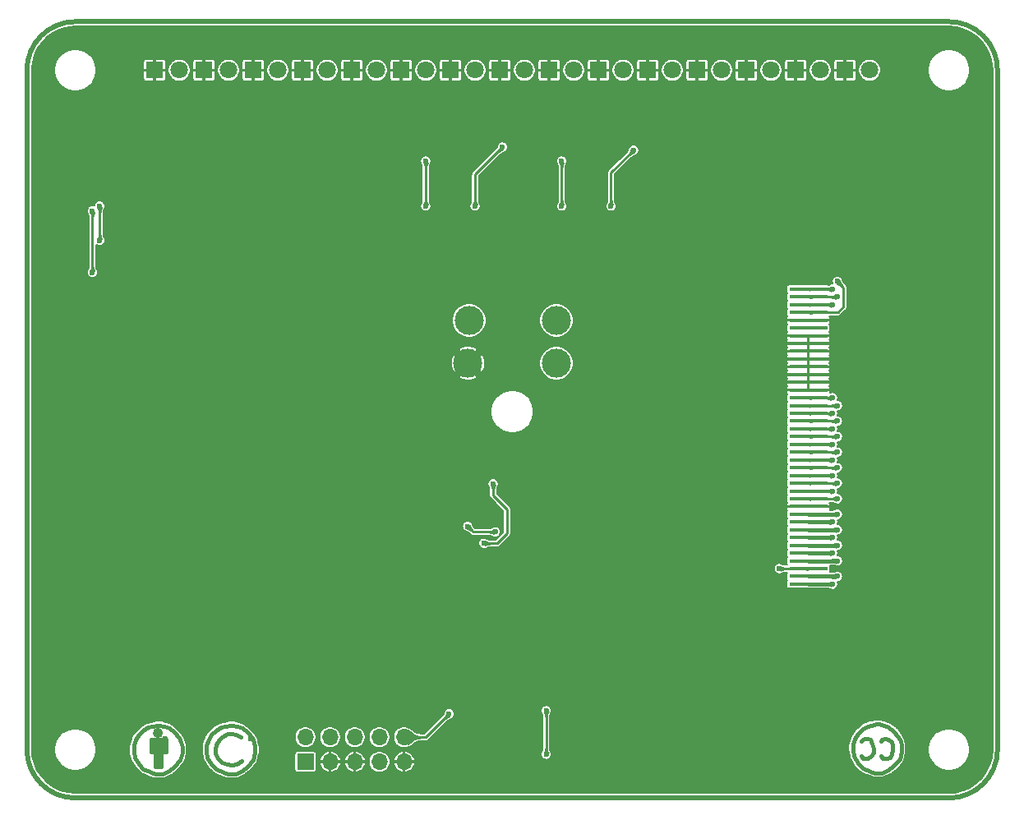
<source format=gbr>
G04 #@! TF.GenerationSoftware,KiCad,Pcbnew,(5.1.8)-1*
G04 #@! TF.CreationDate,2021-02-11T17:25:07-06:00*
G04 #@! TF.ProjectId,CANDash 2,43414e44-6173-4682-9032-2e6b69636164,2A*
G04 #@! TF.SameCoordinates,Original*
G04 #@! TF.FileFunction,Copper,L2,Bot*
G04 #@! TF.FilePolarity,Positive*
%FSLAX46Y46*%
G04 Gerber Fmt 4.6, Leading zero omitted, Abs format (unit mm)*
G04 Created by KiCad (PCBNEW (5.1.8)-1) date 2021-02-11 17:25:07*
%MOMM*%
%LPD*%
G01*
G04 APERTURE LIST*
G04 #@! TA.AperFunction,Profile*
%ADD10C,0.508000*%
G04 #@! TD*
G04 #@! TA.AperFunction,EtchedComponent*
%ADD11C,0.381000*%
G04 #@! TD*
G04 #@! TA.AperFunction,SMDPad,CuDef*
%ADD12R,4.000000X0.400000*%
G04 #@! TD*
G04 #@! TA.AperFunction,ComponentPad*
%ADD13C,3.000000*%
G04 #@! TD*
G04 #@! TA.AperFunction,ComponentPad*
%ADD14O,1.700000X1.700000*%
G04 #@! TD*
G04 #@! TA.AperFunction,ComponentPad*
%ADD15R,1.700000X1.700000*%
G04 #@! TD*
G04 #@! TA.AperFunction,ComponentPad*
%ADD16R,1.800000X1.800000*%
G04 #@! TD*
G04 #@! TA.AperFunction,ComponentPad*
%ADD17C,1.800000*%
G04 #@! TD*
G04 #@! TA.AperFunction,ViaPad*
%ADD18C,0.600000*%
G04 #@! TD*
G04 #@! TA.AperFunction,Conductor*
%ADD19C,0.254000*%
G04 #@! TD*
G04 #@! TA.AperFunction,Conductor*
%ADD20C,0.381000*%
G04 #@! TD*
G04 #@! TA.AperFunction,Conductor*
%ADD21C,0.127000*%
G04 #@! TD*
G04 #@! TA.AperFunction,Conductor*
%ADD22C,0.150000*%
G04 #@! TD*
G04 #@! TA.AperFunction,Conductor*
%ADD23C,0.025400*%
G04 #@! TD*
G04 APERTURE END LIST*
D10*
X105000000Y-65000000D02*
X195000000Y-65000000D01*
X200000000Y-70000000D02*
X200000000Y-140000000D01*
X200000000Y-70000000D02*
G75*
G03*
X195000000Y-65000000I-5000000J0D01*
G01*
X100000000Y-70000000D02*
X100000000Y-140000000D01*
X105000000Y-65000000D02*
G75*
G03*
X100000000Y-70000000I0J-5000000D01*
G01*
X195000000Y-145000000D02*
X105000000Y-145000000D01*
X195000000Y-145000000D02*
G75*
G03*
X200000000Y-140000000I0J5000000D01*
G01*
X100000000Y-140000000D02*
G75*
G03*
X105000000Y-145000000I5000000J0D01*
G01*
D11*
X187000560Y-137499700D02*
X187600000Y-137400640D01*
X186599240Y-137598760D02*
X187000560Y-137499700D01*
X186098860Y-137901020D02*
X186599240Y-137598760D01*
X185601020Y-138398860D02*
X186098860Y-137901020D01*
X185298760Y-138899240D02*
X185601020Y-138398860D01*
X185100640Y-139501220D02*
X185298760Y-138899240D01*
X185100640Y-140100660D02*
X185100640Y-139501220D01*
X185199700Y-140700100D02*
X185100640Y-140100660D01*
X185601020Y-141401140D02*
X185199700Y-140700100D01*
X186098860Y-141898980D02*
X185601020Y-141401140D01*
X186700840Y-142201240D02*
X186098860Y-141898980D01*
X187300280Y-142399360D02*
X186700840Y-142201240D01*
X188100380Y-142399360D02*
X187300280Y-142399360D01*
X188798880Y-142099640D02*
X188100380Y-142399360D01*
X189299260Y-141700860D02*
X188798880Y-142099640D01*
X189901240Y-140999820D02*
X189299260Y-141700860D01*
X190099360Y-140199720D02*
X189901240Y-140999820D01*
X190099360Y-139600280D02*
X190099360Y-140199720D01*
X190000300Y-139099900D02*
X190099360Y-139600280D01*
X189799640Y-138701120D02*
X190000300Y-139099900D01*
X189299260Y-138099140D02*
X189799640Y-138701120D01*
X188798880Y-137700360D02*
X189299260Y-138099140D01*
X188301040Y-137499700D02*
X188798880Y-137700360D01*
X187699060Y-137400640D02*
X188301040Y-137499700D01*
X187600000Y-137400640D02*
X187699060Y-137400640D01*
X188199440Y-140900760D02*
X187998780Y-140700100D01*
X188600760Y-140900760D02*
X188199440Y-140900760D01*
X188900480Y-140799160D02*
X188600760Y-140900760D01*
X189101140Y-140499440D02*
X188900480Y-140799160D01*
X189200200Y-139999060D02*
X189101140Y-140499440D01*
X189200200Y-139600280D02*
X189200200Y-139999060D01*
X189101140Y-139198960D02*
X189200200Y-139600280D01*
X188798880Y-139000840D02*
X189101140Y-139198960D01*
X188400100Y-138899240D02*
X188798880Y-139000840D01*
X188100380Y-139000840D02*
X188400100Y-138899240D01*
X187998780Y-139099900D02*
X188100380Y-139000840D01*
X186098860Y-140900760D02*
X185999800Y-140700100D01*
X186401120Y-140900760D02*
X186098860Y-140900760D01*
X186599240Y-140900760D02*
X186401120Y-140900760D01*
X187000560Y-140700100D02*
X186599240Y-140900760D01*
X187201220Y-140298780D02*
X187000560Y-140700100D01*
X187201220Y-139900000D02*
X187201220Y-140298780D01*
X187099620Y-139399620D02*
X187201220Y-139900000D01*
X186898960Y-139000840D02*
X187099620Y-139399620D01*
X186599240Y-138899240D02*
X186898960Y-139000840D01*
X186299520Y-138899240D02*
X186599240Y-138899240D01*
X186098860Y-139000840D02*
X186299520Y-138899240D01*
X185999800Y-139099900D02*
X186098860Y-139000840D01*
X120400560Y-137599700D02*
X121000000Y-137500640D01*
X119999240Y-137698760D02*
X120400560Y-137599700D01*
X119498860Y-138001020D02*
X119999240Y-137698760D01*
X119001020Y-138498860D02*
X119498860Y-138001020D01*
X118698760Y-138999240D02*
X119001020Y-138498860D01*
X118500640Y-139601220D02*
X118698760Y-138999240D01*
X118500640Y-140200660D02*
X118500640Y-139601220D01*
X118599700Y-140800100D02*
X118500640Y-140200660D01*
X119001020Y-141501140D02*
X118599700Y-140800100D01*
X119498860Y-141998980D02*
X119001020Y-141501140D01*
X120100840Y-142301240D02*
X119498860Y-141998980D01*
X120700280Y-142499360D02*
X120100840Y-142301240D01*
X121500380Y-142499360D02*
X120700280Y-142499360D01*
X122198880Y-142199640D02*
X121500380Y-142499360D01*
X122699260Y-141800860D02*
X122198880Y-142199640D01*
X123301240Y-141099820D02*
X122699260Y-141800860D01*
X123499360Y-140299720D02*
X123301240Y-141099820D01*
X123499360Y-139700280D02*
X123499360Y-140299720D01*
X123400300Y-139199900D02*
X123499360Y-139700280D01*
X123199640Y-138801120D02*
X123400300Y-139199900D01*
X122699260Y-138199140D02*
X123199640Y-138801120D01*
X122198880Y-137800360D02*
X122699260Y-138199140D01*
X121701040Y-137599700D02*
X122198880Y-137800360D01*
X121099060Y-137500640D02*
X121701040Y-137599700D01*
X121000000Y-137500640D02*
X121099060Y-137500640D01*
X121500380Y-138498860D02*
X122000760Y-138699520D01*
X121099060Y-138399800D02*
X121500380Y-138498860D01*
X120700280Y-138399800D02*
X121099060Y-138399800D01*
X120100840Y-138699520D02*
X120700280Y-138399800D01*
X119801120Y-138999240D02*
X120100840Y-138699520D01*
X119498860Y-139499620D02*
X119801120Y-138999240D01*
X119399800Y-140000000D02*
X119498860Y-139499620D01*
X119399800Y-140398780D02*
X119399800Y-140000000D01*
X119699520Y-140899160D02*
X119399800Y-140398780D01*
X120100840Y-141300480D02*
X119699520Y-140899160D01*
X120601220Y-141501140D02*
X120100840Y-141300480D01*
X121099060Y-141600200D02*
X120601220Y-141501140D01*
X121599440Y-141501140D02*
X121099060Y-141600200D01*
X122099820Y-141198880D02*
X121599440Y-141501140D01*
X112900560Y-137599700D02*
X113500000Y-137500640D01*
X112499240Y-137698760D02*
X112900560Y-137599700D01*
X111998860Y-138001020D02*
X112499240Y-137698760D01*
X111501020Y-138498860D02*
X111998860Y-138001020D01*
X111198760Y-138999240D02*
X111501020Y-138498860D01*
X111000640Y-139601220D02*
X111198760Y-138999240D01*
X111000640Y-140200660D02*
X111000640Y-139601220D01*
X111099700Y-140800100D02*
X111000640Y-140200660D01*
X111501020Y-141501140D02*
X111099700Y-140800100D01*
X111998860Y-141998980D02*
X111501020Y-141501140D01*
X112600840Y-142301240D02*
X111998860Y-141998980D01*
X113200280Y-142499360D02*
X112600840Y-142301240D01*
X114000380Y-142499360D02*
X113200280Y-142499360D01*
X114698880Y-142199640D02*
X114000380Y-142499360D01*
X115199260Y-141800860D02*
X114698880Y-142199640D01*
X115801240Y-141099820D02*
X115199260Y-141800860D01*
X115999360Y-140299720D02*
X115801240Y-141099820D01*
X115999360Y-139700280D02*
X115999360Y-140299720D01*
X115900300Y-139199900D02*
X115999360Y-139700280D01*
X115699640Y-138801120D02*
X115900300Y-139199900D01*
X115199260Y-138199140D02*
X115699640Y-138801120D01*
X114698880Y-137800360D02*
X115199260Y-138199140D01*
X114201040Y-137599700D02*
X114698880Y-137800360D01*
X113599060Y-137500640D02*
X114201040Y-137599700D01*
X113500000Y-137500640D02*
X113599060Y-137500640D01*
X113815666Y-138300740D02*
G75*
G03*
X113815666Y-138300740I-315666J0D01*
G01*
X114300100Y-140200660D02*
X114300100Y-138999240D01*
X112798960Y-140200660D02*
X114300100Y-140200660D01*
X112798960Y-138999240D02*
X112798960Y-140200660D01*
X114300100Y-138999240D02*
X112798960Y-138999240D01*
X113799720Y-141800860D02*
X113299340Y-141800860D01*
X113799720Y-140299720D02*
X113799720Y-141800860D01*
X113200280Y-141800860D02*
X113200280Y-140200660D01*
X113400940Y-141800860D02*
X113200280Y-141800860D01*
X113500000Y-140299720D02*
X113500000Y-141600200D01*
X114300100Y-139900940D02*
X112999620Y-139900940D01*
X112999620Y-139601220D02*
X114201040Y-139601220D01*
X114201040Y-139298960D02*
X112900560Y-139298960D01*
X113500000Y-138100080D02*
X113500000Y-138498860D01*
D12*
X180510000Y-122960000D03*
X180510000Y-122160000D03*
X180510000Y-121360000D03*
X180510000Y-120560000D03*
X180510000Y-119760000D03*
X180510000Y-118960000D03*
X180510000Y-118160000D03*
X180510000Y-117360000D03*
X180510000Y-116560000D03*
X180510000Y-115760000D03*
X180510000Y-114960000D03*
X180510000Y-114160000D03*
X180510000Y-113360000D03*
X180510000Y-112560000D03*
X180510000Y-111760000D03*
X180510000Y-110960000D03*
X180510000Y-110160000D03*
X180510000Y-109360000D03*
X180510000Y-108560000D03*
X180510000Y-107760000D03*
X180510000Y-106960000D03*
X180510000Y-106160000D03*
X180510000Y-105360000D03*
X180510000Y-104560000D03*
X180510000Y-103760000D03*
X180510000Y-102960000D03*
X180510000Y-102160000D03*
X180510000Y-101360000D03*
X180510000Y-100560000D03*
X180510000Y-99760000D03*
X180510000Y-98960000D03*
X180510000Y-98160000D03*
X180510000Y-97360000D03*
X180510000Y-96560000D03*
X180510000Y-95760000D03*
X180510000Y-94960000D03*
X180510000Y-94160000D03*
X180510000Y-93360000D03*
X180510000Y-92560000D03*
D13*
X145550000Y-95790000D03*
X145450000Y-100210000D03*
X154550000Y-100210000D03*
X154550000Y-95790000D03*
D14*
X138860000Y-138730000D03*
X138860000Y-141270000D03*
X136320000Y-138730000D03*
X136320000Y-141270000D03*
X133780000Y-138730000D03*
X133780000Y-141270000D03*
X131240000Y-138730000D03*
X131240000Y-141270000D03*
X128700000Y-138730000D03*
D15*
X128700000Y-141270000D03*
D16*
X113170000Y-70000000D03*
D17*
X115710000Y-70000000D03*
D16*
X118250000Y-70000000D03*
D17*
X120790000Y-70000000D03*
D16*
X123330000Y-70000000D03*
D17*
X125870000Y-70000000D03*
D16*
X128410000Y-70000000D03*
D17*
X130950000Y-70000000D03*
D16*
X133490000Y-70000000D03*
D17*
X136030000Y-70000000D03*
D16*
X138570000Y-70000000D03*
D17*
X141110000Y-70000000D03*
D16*
X143650000Y-70000000D03*
D17*
X146190000Y-70000000D03*
D16*
X148730000Y-70000000D03*
D17*
X151270000Y-70000000D03*
D16*
X153810000Y-70000000D03*
D17*
X156350000Y-70000000D03*
D16*
X158890000Y-70000000D03*
D17*
X161430000Y-70000000D03*
D16*
X163970000Y-70000000D03*
D17*
X166510000Y-70000000D03*
D16*
X169050000Y-70000000D03*
D17*
X171590000Y-70000000D03*
D16*
X174130000Y-70000000D03*
D17*
X176670000Y-70000000D03*
D16*
X179210000Y-70000000D03*
D17*
X181750000Y-70000000D03*
D16*
X184290000Y-70000000D03*
D17*
X186830000Y-70000000D03*
D18*
X164500000Y-99905000D03*
X133037500Y-103625000D03*
X133037500Y-105125000D03*
X133037500Y-104375000D03*
X151500000Y-77525000D03*
X135750000Y-117662500D03*
X135000000Y-117662500D03*
X136500000Y-117662500D03*
X131437500Y-106750000D03*
X140500000Y-108400000D03*
X138625000Y-108000000D03*
X137875000Y-108000000D03*
X136125000Y-107987500D03*
X135375000Y-107987500D03*
X119000000Y-85000000D03*
X103630000Y-86440000D03*
X106150000Y-86440000D03*
X173000000Y-93750000D03*
X134250000Y-85012500D03*
X132800000Y-102375000D03*
X133800000Y-102375000D03*
X134800000Y-102375000D03*
X134800000Y-98625000D03*
X133800000Y-98625000D03*
X132800000Y-98625000D03*
X131925000Y-99500000D03*
X131925000Y-100500000D03*
X131925000Y-101500000D03*
X164000000Y-85012500D03*
X150000000Y-85012500D03*
X135675000Y-99500000D03*
X135675000Y-101500000D03*
X135675000Y-100500000D03*
X172500000Y-98635000D03*
X188500000Y-110985000D03*
X188500000Y-111735000D03*
X178000000Y-119500000D03*
X178000000Y-123860000D03*
X178000000Y-122160000D03*
X188250000Y-123860000D03*
X188250000Y-122110000D03*
X188250000Y-120360000D03*
X188250000Y-118610000D03*
X188250000Y-116860000D03*
X188250000Y-115110000D03*
X188250000Y-113360000D03*
X183500000Y-102960000D03*
X183000000Y-102160000D03*
X183500000Y-101360000D03*
X183000000Y-100560000D03*
X183500000Y-99760000D03*
X183000000Y-98960000D03*
X183500000Y-98160000D03*
X183000000Y-97360000D03*
X183000000Y-95760000D03*
X155401160Y-118000000D03*
X144598840Y-123000000D03*
X147749920Y-115098240D03*
X147076160Y-121250000D03*
X158750000Y-125500000D03*
X152923240Y-119750000D03*
X158750000Y-115500000D03*
X141250000Y-115500000D03*
X150750000Y-123421520D03*
X150625000Y-128500000D03*
X148375000Y-128500000D03*
X141250000Y-125500000D03*
X141250000Y-127250000D03*
X158750000Y-127250000D03*
X159000000Y-130875000D03*
X159000000Y-130125000D03*
X158750000Y-134250000D03*
X137500000Y-77525000D03*
X149500000Y-135375000D03*
X154000200Y-125704600D03*
X177673000Y-115697000D03*
X164400000Y-98000000D03*
X170650000Y-87750000D03*
X162250000Y-98000000D03*
X144500000Y-84500000D03*
X155803600Y-85013800D03*
X157175200Y-83997800D03*
X142621000Y-128955800D03*
X107924600Y-91744800D03*
X158178500Y-81178400D03*
X130000000Y-110000000D03*
X130000000Y-110950000D03*
X130000000Y-109050000D03*
X130000000Y-108100000D03*
X150444200Y-118414800D03*
X145250000Y-135375000D03*
X101492227Y-69316000D03*
X101492227Y-78116000D03*
X101492227Y-86916000D03*
X101492227Y-98116000D03*
X101492227Y-106916000D03*
X101492227Y-115716000D03*
X101492227Y-124516000D03*
X101492227Y-133316000D03*
X102292227Y-141316000D03*
X106292227Y-73316000D03*
X106292227Y-82116000D03*
X106292227Y-94116000D03*
X106292227Y-102916000D03*
X106292227Y-111716000D03*
X106292227Y-120516000D03*
X106292227Y-129316000D03*
X107092227Y-137316000D03*
X107892227Y-66116000D03*
X109492227Y-143716000D03*
X110292227Y-86916000D03*
X111092227Y-77316000D03*
X111092227Y-98116000D03*
X111092227Y-106916000D03*
X111092227Y-115716000D03*
X111092227Y-124516000D03*
X111892227Y-132516000D03*
X114292227Y-91716000D03*
X114292227Y-138916000D03*
X115092227Y-67716000D03*
X115092227Y-82116000D03*
X115892227Y-102116000D03*
X115892227Y-110916000D03*
X115892227Y-119716000D03*
X116692227Y-127716000D03*
X118292227Y-74116000D03*
X118292227Y-143716000D03*
X119092227Y-87716000D03*
X119092227Y-96516000D03*
X119092227Y-134116000D03*
X120692227Y-106116000D03*
X120692227Y-114916000D03*
X121492227Y-122916000D03*
X122292227Y-66116000D03*
X123092227Y-78116000D03*
X123092227Y-138916000D03*
X123892227Y-91716000D03*
X123892227Y-100516000D03*
X123892227Y-129316000D03*
X125492227Y-71716000D03*
X125492227Y-110116000D03*
X126292227Y-118116000D03*
X127092227Y-82916000D03*
X127092227Y-143716000D03*
X127892227Y-134116000D03*
X128692227Y-124516000D03*
X130292227Y-66916000D03*
X130292227Y-88516000D03*
X130292227Y-102916000D03*
X131092227Y-77316000D03*
X131092227Y-113316000D03*
X132692227Y-129316000D03*
X133492227Y-94116000D03*
X133492227Y-119716000D03*
X135092227Y-142916000D03*
X135892227Y-71716000D03*
X135892227Y-106116000D03*
X137492227Y-82116000D03*
X137492227Y-98916000D03*
X137492227Y-136516000D03*
X138292227Y-90116000D03*
X139092227Y-66116000D03*
X139092227Y-112516000D03*
X142292227Y-94916000D03*
X142292227Y-103716000D03*
X142292227Y-140516000D03*
X143092227Y-122916000D03*
X144692227Y-87716000D03*
X145492227Y-109316000D03*
X146292227Y-67716000D03*
X147892227Y-98116000D03*
X147892227Y-143716000D03*
X148692227Y-74116000D03*
X150292227Y-90916000D03*
X151092227Y-82116000D03*
X151892227Y-102916000D03*
X152692227Y-121316000D03*
X153492227Y-66116000D03*
X155092227Y-141316000D03*
X155892227Y-75716000D03*
X155892227Y-87716000D03*
X157492227Y-94916000D03*
X157492227Y-106116000D03*
X158292227Y-135716000D03*
X159092227Y-113316000D03*
X160692227Y-67716000D03*
X160692227Y-100516000D03*
X161492227Y-143716000D03*
X162292227Y-83716000D03*
X164692227Y-77316000D03*
X164692227Y-90116000D03*
X164692227Y-126116000D03*
X164692227Y-138116000D03*
X165492227Y-104516000D03*
X167892227Y-66116000D03*
X167892227Y-131716000D03*
X169492227Y-85316000D03*
X169492227Y-122116000D03*
X169492227Y-142116000D03*
X170292227Y-94916000D03*
X171892227Y-71716000D03*
X172692227Y-79716000D03*
X172692227Y-127716000D03*
X175092227Y-118916000D03*
X175892227Y-66916000D03*
X176692227Y-143716000D03*
X177492227Y-74916000D03*
X177492227Y-83716000D03*
X177492227Y-92516000D03*
X179092227Y-125316000D03*
X182292227Y-78916000D03*
X182292227Y-87716000D03*
X183092227Y-130116000D03*
X183892227Y-66116000D03*
X183892227Y-142116000D03*
X185492227Y-93316000D03*
X185492227Y-102116000D03*
X186292227Y-110116000D03*
X187092227Y-71716000D03*
X187092227Y-82916000D03*
X187892227Y-125316000D03*
X187892227Y-134116000D03*
X189492227Y-115716000D03*
X190292227Y-77316000D03*
X190292227Y-88516000D03*
X190292227Y-97316000D03*
X191092227Y-105316000D03*
X191092227Y-139716000D03*
X191892227Y-66916000D03*
X192692227Y-121316000D03*
X192692227Y-130116000D03*
X194292227Y-110916000D03*
X195092227Y-73316000D03*
X195092227Y-82116000D03*
X195092227Y-92516000D03*
X195892227Y-100516000D03*
X195892227Y-143716000D03*
X197492227Y-116516000D03*
X197492227Y-125316000D03*
X197492227Y-134116000D03*
X142900400Y-81102200D03*
X132156200Y-108839000D03*
X143500000Y-136334500D03*
X183000000Y-113360000D03*
X107500000Y-84000000D03*
X107500000Y-87540000D03*
X141095000Y-84000000D03*
X155095000Y-84000000D03*
X141095000Y-79375000D03*
X155095000Y-79375000D03*
X183500000Y-112560000D03*
X183000000Y-111760000D03*
X183500000Y-110960000D03*
X183000000Y-110160000D03*
X183500000Y-109360000D03*
X183000000Y-108560000D03*
X183500000Y-107760000D03*
X183000000Y-106960000D03*
X183500000Y-106160000D03*
X183000000Y-105360000D03*
X183500000Y-104560000D03*
X183000000Y-103760000D03*
X183500000Y-93360000D03*
X183000000Y-92560000D03*
X183500000Y-91760000D03*
X183000000Y-94160000D03*
X106750000Y-84500000D03*
X106750000Y-90840000D03*
X183500000Y-114160000D03*
X160175000Y-84000000D03*
X162500000Y-78250000D03*
X148250080Y-117576760D03*
X145400000Y-117000000D03*
X153500000Y-140500000D03*
X153500000Y-136000000D03*
X183000000Y-122960000D03*
X183500000Y-122160000D03*
X177520000Y-121360000D03*
X183500000Y-120560000D03*
X183000000Y-119760000D03*
X183500000Y-118960000D03*
X183000000Y-118160000D03*
X183500000Y-117360000D03*
X183000000Y-116560000D03*
X183500000Y-115760000D03*
X147076760Y-118750000D03*
X148031200Y-112623600D03*
X146175000Y-84000000D03*
X149000000Y-77930800D03*
D19*
X141104500Y-138730000D02*
X143500000Y-136334500D01*
X138860000Y-138730000D02*
X141104500Y-138730000D01*
X180510000Y-113360000D02*
X183000000Y-113360000D01*
X107500000Y-87540000D02*
X107500000Y-84000000D01*
X141095000Y-79375000D02*
X141095000Y-84000000D01*
X155095000Y-84000000D02*
X155095000Y-79375000D01*
X182764000Y-112560000D02*
X183500000Y-112560000D01*
X180510000Y-112560000D02*
X182764000Y-112560000D01*
X180510000Y-111760000D02*
X183000000Y-111760000D01*
X182764000Y-110960000D02*
X183500000Y-110960000D01*
X180510000Y-110960000D02*
X182764000Y-110960000D01*
X180510000Y-110160000D02*
X183000000Y-110160000D01*
X182764000Y-109360000D02*
X183500000Y-109360000D01*
X180510000Y-109360000D02*
X182764000Y-109360000D01*
X180510000Y-108560000D02*
X183000000Y-108560000D01*
X182764000Y-107760000D02*
X183500000Y-107760000D01*
X180510000Y-107760000D02*
X182764000Y-107760000D01*
X180510000Y-106960000D02*
X183000000Y-106960000D01*
X182764000Y-106160000D02*
X183500000Y-106160000D01*
X180510000Y-106160000D02*
X182764000Y-106160000D01*
X180510000Y-105360000D02*
X183000000Y-105360000D01*
X182764000Y-104560000D02*
X183500000Y-104560000D01*
X180510000Y-104560000D02*
X182764000Y-104560000D01*
X180510000Y-103760000D02*
X183000000Y-103760000D01*
X180510000Y-93360000D02*
X183500000Y-93360000D01*
X180510000Y-92560000D02*
X183000000Y-92560000D01*
X183799999Y-92059999D02*
X183500000Y-91760000D01*
X184127001Y-92387001D02*
X183799999Y-92059999D01*
X180510000Y-94960000D02*
X183551000Y-94960000D01*
X184127001Y-94383999D02*
X184127001Y-92387001D01*
X183551000Y-94960000D02*
X184127001Y-94383999D01*
X180510000Y-94160000D02*
X183000000Y-94160000D01*
X106750000Y-84500000D02*
X106750000Y-90840000D01*
X182764000Y-114160000D02*
X183500000Y-114160000D01*
X180510000Y-114160000D02*
X182764000Y-114160000D01*
X160175000Y-80575000D02*
X162500000Y-78250000D01*
X160175000Y-84000000D02*
X160175000Y-80575000D01*
X145976760Y-117576760D02*
X148250080Y-117576760D01*
X145400000Y-117000000D02*
X145976760Y-117576760D01*
X153500000Y-140500000D02*
X153500000Y-136000000D01*
D20*
X180510000Y-122960000D02*
X183000000Y-122960000D01*
X180510000Y-122160000D02*
X183500000Y-122160000D01*
D19*
X180510000Y-121360000D02*
X177520000Y-121360000D01*
D20*
X180510000Y-120560000D02*
X183500000Y-120560000D01*
X180510000Y-119760000D02*
X183000000Y-119760000D01*
X180510000Y-118960000D02*
X183500000Y-118960000D01*
X180510000Y-118160000D02*
X183000000Y-118160000D01*
X180510000Y-117360000D02*
X183500000Y-117360000D01*
X180510000Y-116560000D02*
X183000000Y-116560000D01*
X180510000Y-115760000D02*
X183500000Y-115760000D01*
D19*
X148031200Y-112623600D02*
X148031200Y-113792000D01*
X147076760Y-118750000D02*
X148483400Y-118750000D01*
X148031200Y-113792000D02*
X149479000Y-115239800D01*
X149479000Y-117754400D02*
X149479000Y-115239800D01*
X148483400Y-118750000D02*
X149479000Y-117754400D01*
X146175000Y-84000000D02*
X146175000Y-80755800D01*
X146175000Y-80755800D02*
X149000000Y-77930800D01*
D21*
X195793420Y-65590368D02*
X196561754Y-65800560D01*
X197280732Y-66143495D01*
X197927615Y-66608328D01*
X198481956Y-67180363D01*
X198926244Y-67841535D01*
X199246423Y-68570921D01*
X199433335Y-69349463D01*
X199482500Y-70018973D01*
X199482501Y-139976944D01*
X199409633Y-140793415D01*
X199199440Y-141561755D01*
X198856505Y-142280732D01*
X198391672Y-142927615D01*
X197819637Y-143481956D01*
X197158467Y-143926243D01*
X196429079Y-144246423D01*
X195650536Y-144433335D01*
X194981027Y-144482500D01*
X105023044Y-144482500D01*
X104206585Y-144409633D01*
X103438245Y-144199440D01*
X102719268Y-143856505D01*
X102072385Y-143391672D01*
X101518044Y-142819637D01*
X101073757Y-142158467D01*
X100753577Y-141429079D01*
X100566665Y-140650536D01*
X100517500Y-139981027D01*
X100517500Y-139786914D01*
X102836500Y-139786914D01*
X102836500Y-140213086D01*
X102919642Y-140631070D01*
X103082731Y-141024801D01*
X103319500Y-141379151D01*
X103620849Y-141680500D01*
X103975199Y-141917269D01*
X104368930Y-142080358D01*
X104786914Y-142163500D01*
X105213086Y-142163500D01*
X105631070Y-142080358D01*
X106024801Y-141917269D01*
X106379151Y-141680500D01*
X106680500Y-141379151D01*
X106917269Y-141024801D01*
X107080358Y-140631070D01*
X107163500Y-140213086D01*
X107163500Y-140185803D01*
X110544687Y-140185803D01*
X110546640Y-140215537D01*
X110546640Y-140222954D01*
X110548103Y-140237803D01*
X110549080Y-140252684D01*
X110550289Y-140259997D01*
X110553210Y-140289658D01*
X110557560Y-140303998D01*
X110646783Y-140843907D01*
X110647192Y-140857983D01*
X110654055Y-140887914D01*
X110655411Y-140896118D01*
X110659041Y-140909659D01*
X110667180Y-140945152D01*
X110670602Y-140952779D01*
X110672768Y-140960858D01*
X110688878Y-140993514D01*
X110694617Y-141006305D01*
X110698750Y-141013525D01*
X110712334Y-141041060D01*
X110720906Y-141052228D01*
X111103776Y-141721041D01*
X111121708Y-141754588D01*
X111140107Y-141777007D01*
X111156931Y-141800668D01*
X111184646Y-141826818D01*
X111650356Y-142292529D01*
X111653722Y-142297298D01*
X111681883Y-142324056D01*
X111693598Y-142335771D01*
X111698105Y-142339470D01*
X111718553Y-142358899D01*
X111732576Y-142367759D01*
X111745410Y-142378292D01*
X111770310Y-142391601D01*
X111775217Y-142394702D01*
X111789955Y-142402102D01*
X111824281Y-142420450D01*
X111829877Y-142422148D01*
X112366975Y-142691831D01*
X112375928Y-142698138D01*
X112406810Y-142711832D01*
X112417044Y-142716971D01*
X112427247Y-142720895D01*
X112437201Y-142725309D01*
X112448033Y-142728889D01*
X112479604Y-142741031D01*
X112490410Y-142742895D01*
X113020720Y-142918167D01*
X113025701Y-142920830D01*
X113063107Y-142932177D01*
X113078977Y-142937422D01*
X113084460Y-142938654D01*
X113111281Y-142946790D01*
X113127992Y-142948436D01*
X113144374Y-142952117D01*
X113172386Y-142952808D01*
X113177985Y-142953360D01*
X113194726Y-142953360D01*
X113233777Y-142954324D01*
X113239337Y-142953360D01*
X113980965Y-142953360D01*
X114006141Y-142955519D01*
X114047666Y-142950898D01*
X114089379Y-142946790D01*
X114092153Y-142945948D01*
X114095024Y-142945629D01*
X114134837Y-142933001D01*
X114174959Y-142920830D01*
X114197261Y-142908909D01*
X114872319Y-142619249D01*
X114908137Y-142605011D01*
X114932097Y-142589494D01*
X114957099Y-142575721D01*
X114986590Y-142550888D01*
X115463367Y-142170920D01*
X115480733Y-142159868D01*
X115498224Y-142143140D01*
X115499646Y-142142007D01*
X115514389Y-142127681D01*
X115529173Y-142113542D01*
X115530351Y-142112170D01*
X115547716Y-142095296D01*
X115559402Y-142078338D01*
X116142137Y-141399710D01*
X116168392Y-141370585D01*
X116182665Y-141346625D01*
X116198673Y-141323787D01*
X116205498Y-141308296D01*
X116214161Y-141293754D01*
X116223484Y-141267474D01*
X116234731Y-141241947D01*
X116243241Y-141203647D01*
X116437228Y-140420240D01*
X116446790Y-140388719D01*
X116450142Y-140354691D01*
X116455064Y-140320875D01*
X116453360Y-140287998D01*
X116453360Y-140185803D01*
X118044687Y-140185803D01*
X118046640Y-140215537D01*
X118046640Y-140222954D01*
X118048103Y-140237803D01*
X118049080Y-140252684D01*
X118050289Y-140259997D01*
X118053210Y-140289658D01*
X118057560Y-140303998D01*
X118146783Y-140843907D01*
X118147192Y-140857983D01*
X118154055Y-140887914D01*
X118155411Y-140896118D01*
X118159041Y-140909659D01*
X118167180Y-140945152D01*
X118170602Y-140952779D01*
X118172768Y-140960858D01*
X118188878Y-140993514D01*
X118194617Y-141006305D01*
X118198750Y-141013525D01*
X118212334Y-141041060D01*
X118220906Y-141052228D01*
X118603776Y-141721041D01*
X118621708Y-141754588D01*
X118640107Y-141777007D01*
X118656931Y-141800668D01*
X118684646Y-141826818D01*
X119150356Y-142292529D01*
X119153722Y-142297298D01*
X119181883Y-142324056D01*
X119193598Y-142335771D01*
X119198105Y-142339470D01*
X119218553Y-142358899D01*
X119232576Y-142367759D01*
X119245410Y-142378292D01*
X119270310Y-142391601D01*
X119275217Y-142394702D01*
X119289955Y-142402102D01*
X119324281Y-142420450D01*
X119329877Y-142422148D01*
X119866975Y-142691831D01*
X119875928Y-142698138D01*
X119906810Y-142711832D01*
X119917044Y-142716971D01*
X119927247Y-142720895D01*
X119937201Y-142725309D01*
X119948033Y-142728889D01*
X119979604Y-142741031D01*
X119990410Y-142742895D01*
X120520720Y-142918167D01*
X120525701Y-142920830D01*
X120563107Y-142932177D01*
X120578977Y-142937422D01*
X120584460Y-142938654D01*
X120611281Y-142946790D01*
X120627992Y-142948436D01*
X120644374Y-142952117D01*
X120672386Y-142952808D01*
X120677985Y-142953360D01*
X120694726Y-142953360D01*
X120733777Y-142954324D01*
X120739337Y-142953360D01*
X121480965Y-142953360D01*
X121506141Y-142955519D01*
X121547666Y-142950898D01*
X121589379Y-142946790D01*
X121592153Y-142945948D01*
X121595024Y-142945629D01*
X121634837Y-142933001D01*
X121674959Y-142920830D01*
X121697261Y-142908909D01*
X122372319Y-142619249D01*
X122408137Y-142605011D01*
X122432097Y-142589494D01*
X122457099Y-142575721D01*
X122486590Y-142550888D01*
X122963367Y-142170920D01*
X122980733Y-142159868D01*
X122998224Y-142143140D01*
X122999646Y-142142007D01*
X123014389Y-142127681D01*
X123029173Y-142113542D01*
X123030351Y-142112170D01*
X123047716Y-142095296D01*
X123059402Y-142078338D01*
X123642137Y-141399710D01*
X123668392Y-141370585D01*
X123682665Y-141346625D01*
X123698673Y-141323787D01*
X123705498Y-141308296D01*
X123714161Y-141293754D01*
X123723484Y-141267474D01*
X123734731Y-141241947D01*
X123743241Y-141203647D01*
X123937228Y-140420240D01*
X123937300Y-140420000D01*
X127585226Y-140420000D01*
X127585226Y-142120000D01*
X127590314Y-142171655D01*
X127605381Y-142221325D01*
X127629848Y-142267101D01*
X127662777Y-142307223D01*
X127702899Y-142340152D01*
X127748675Y-142364619D01*
X127798345Y-142379686D01*
X127850000Y-142384774D01*
X129550000Y-142384774D01*
X129601655Y-142379686D01*
X129651325Y-142364619D01*
X129697101Y-142340152D01*
X129737223Y-142307223D01*
X129770152Y-142267101D01*
X129794619Y-142221325D01*
X129809686Y-142171655D01*
X129814774Y-142120000D01*
X129814774Y-141506625D01*
X130151929Y-141506625D01*
X130218999Y-141714350D01*
X130325306Y-141904999D01*
X130466764Y-142071246D01*
X130637937Y-142206701D01*
X130832247Y-142306159D01*
X131003375Y-142358068D01*
X131176500Y-142315699D01*
X131176500Y-141333500D01*
X131303500Y-141333500D01*
X131303500Y-142315699D01*
X131476625Y-142358068D01*
X131647753Y-142306159D01*
X131842063Y-142206701D01*
X132013236Y-142071246D01*
X132154694Y-141904999D01*
X132261001Y-141714350D01*
X132328071Y-141506625D01*
X132691929Y-141506625D01*
X132758999Y-141714350D01*
X132865306Y-141904999D01*
X133006764Y-142071246D01*
X133177937Y-142206701D01*
X133372247Y-142306159D01*
X133543375Y-142358068D01*
X133716500Y-142315699D01*
X133716500Y-141333500D01*
X133843500Y-141333500D01*
X133843500Y-142315699D01*
X134016625Y-142358068D01*
X134187753Y-142306159D01*
X134382063Y-142206701D01*
X134553236Y-142071246D01*
X134694694Y-141904999D01*
X134801001Y-141714350D01*
X134868071Y-141506625D01*
X134825816Y-141333500D01*
X133843500Y-141333500D01*
X133716500Y-141333500D01*
X132734184Y-141333500D01*
X132691929Y-141506625D01*
X132328071Y-141506625D01*
X132285816Y-141333500D01*
X131303500Y-141333500D01*
X131176500Y-141333500D01*
X130194184Y-141333500D01*
X130151929Y-141506625D01*
X129814774Y-141506625D01*
X129814774Y-141033375D01*
X130151929Y-141033375D01*
X130194184Y-141206500D01*
X131176500Y-141206500D01*
X131176500Y-140224301D01*
X131303500Y-140224301D01*
X131303500Y-141206500D01*
X132285816Y-141206500D01*
X132328071Y-141033375D01*
X132691929Y-141033375D01*
X132734184Y-141206500D01*
X133716500Y-141206500D01*
X133716500Y-140224301D01*
X133843500Y-140224301D01*
X133843500Y-141206500D01*
X134825816Y-141206500D01*
X134837084Y-141160330D01*
X135206500Y-141160330D01*
X135206500Y-141379670D01*
X135249291Y-141594796D01*
X135333229Y-141797440D01*
X135455088Y-141979815D01*
X135610185Y-142134912D01*
X135792560Y-142256771D01*
X135995204Y-142340709D01*
X136210330Y-142383500D01*
X136429670Y-142383500D01*
X136644796Y-142340709D01*
X136847440Y-142256771D01*
X137029815Y-142134912D01*
X137184912Y-141979815D01*
X137306771Y-141797440D01*
X137390709Y-141594796D01*
X137408247Y-141506625D01*
X137771929Y-141506625D01*
X137838999Y-141714350D01*
X137945306Y-141904999D01*
X138086764Y-142071246D01*
X138257937Y-142206701D01*
X138452247Y-142306159D01*
X138623375Y-142358068D01*
X138796500Y-142315699D01*
X138796500Y-141333500D01*
X138923500Y-141333500D01*
X138923500Y-142315699D01*
X139096625Y-142358068D01*
X139267753Y-142306159D01*
X139462063Y-142206701D01*
X139633236Y-142071246D01*
X139774694Y-141904999D01*
X139881001Y-141714350D01*
X139948071Y-141506625D01*
X139905816Y-141333500D01*
X138923500Y-141333500D01*
X138796500Y-141333500D01*
X137814184Y-141333500D01*
X137771929Y-141506625D01*
X137408247Y-141506625D01*
X137433500Y-141379670D01*
X137433500Y-141160330D01*
X137408248Y-141033375D01*
X137771929Y-141033375D01*
X137814184Y-141206500D01*
X138796500Y-141206500D01*
X138796500Y-140224301D01*
X138923500Y-140224301D01*
X138923500Y-141206500D01*
X139905816Y-141206500D01*
X139948071Y-141033375D01*
X139881001Y-140825650D01*
X139774694Y-140635001D01*
X139633236Y-140468754D01*
X139462063Y-140333299D01*
X139267753Y-140233841D01*
X139096625Y-140181932D01*
X138923500Y-140224301D01*
X138796500Y-140224301D01*
X138623375Y-140181932D01*
X138452247Y-140233841D01*
X138257937Y-140333299D01*
X138086764Y-140468754D01*
X137945306Y-140635001D01*
X137838999Y-140825650D01*
X137771929Y-141033375D01*
X137408248Y-141033375D01*
X137390709Y-140945204D01*
X137306771Y-140742560D01*
X137184912Y-140560185D01*
X137029815Y-140405088D01*
X136847440Y-140283229D01*
X136644796Y-140199291D01*
X136429670Y-140156500D01*
X136210330Y-140156500D01*
X135995204Y-140199291D01*
X135792560Y-140283229D01*
X135610185Y-140405088D01*
X135455088Y-140560185D01*
X135333229Y-140742560D01*
X135249291Y-140945204D01*
X135206500Y-141160330D01*
X134837084Y-141160330D01*
X134868071Y-141033375D01*
X134801001Y-140825650D01*
X134694694Y-140635001D01*
X134553236Y-140468754D01*
X134382063Y-140333299D01*
X134187753Y-140233841D01*
X134016625Y-140181932D01*
X133843500Y-140224301D01*
X133716500Y-140224301D01*
X133543375Y-140181932D01*
X133372247Y-140233841D01*
X133177937Y-140333299D01*
X133006764Y-140468754D01*
X132865306Y-140635001D01*
X132758999Y-140825650D01*
X132691929Y-141033375D01*
X132328071Y-141033375D01*
X132261001Y-140825650D01*
X132154694Y-140635001D01*
X132013236Y-140468754D01*
X131842063Y-140333299D01*
X131647753Y-140233841D01*
X131476625Y-140181932D01*
X131303500Y-140224301D01*
X131176500Y-140224301D01*
X131003375Y-140181932D01*
X130832247Y-140233841D01*
X130637937Y-140333299D01*
X130466764Y-140468754D01*
X130325306Y-140635001D01*
X130218999Y-140825650D01*
X130151929Y-141033375D01*
X129814774Y-141033375D01*
X129814774Y-140420000D01*
X129809686Y-140368345D01*
X129794619Y-140318675D01*
X129770152Y-140272899D01*
X129737223Y-140232777D01*
X129697101Y-140199848D01*
X129651325Y-140175381D01*
X129601655Y-140160314D01*
X129550000Y-140155226D01*
X127850000Y-140155226D01*
X127798345Y-140160314D01*
X127748675Y-140175381D01*
X127702899Y-140199848D01*
X127662777Y-140232777D01*
X127629848Y-140272899D01*
X127605381Y-140318675D01*
X127590314Y-140368345D01*
X127585226Y-140420000D01*
X123937300Y-140420000D01*
X123946790Y-140388719D01*
X123950142Y-140354691D01*
X123955064Y-140320875D01*
X123953360Y-140287998D01*
X123953360Y-139722775D01*
X123955555Y-139700693D01*
X123953360Y-139678197D01*
X123953360Y-139677985D01*
X123951083Y-139654864D01*
X123949046Y-139633983D01*
X123949006Y-139633782D01*
X123946790Y-139611281D01*
X123940346Y-139590039D01*
X123846702Y-139117019D01*
X123839987Y-139078287D01*
X123829976Y-139052325D01*
X123821928Y-139025705D01*
X123803450Y-138991059D01*
X123616905Y-138620330D01*
X127586500Y-138620330D01*
X127586500Y-138839670D01*
X127629291Y-139054796D01*
X127713229Y-139257440D01*
X127835088Y-139439815D01*
X127990185Y-139594912D01*
X128172560Y-139716771D01*
X128375204Y-139800709D01*
X128590330Y-139843500D01*
X128809670Y-139843500D01*
X129024796Y-139800709D01*
X129227440Y-139716771D01*
X129409815Y-139594912D01*
X129564912Y-139439815D01*
X129686771Y-139257440D01*
X129770709Y-139054796D01*
X129813500Y-138839670D01*
X129813500Y-138620330D01*
X130126500Y-138620330D01*
X130126500Y-138839670D01*
X130169291Y-139054796D01*
X130253229Y-139257440D01*
X130375088Y-139439815D01*
X130530185Y-139594912D01*
X130712560Y-139716771D01*
X130915204Y-139800709D01*
X131130330Y-139843500D01*
X131349670Y-139843500D01*
X131564796Y-139800709D01*
X131767440Y-139716771D01*
X131949815Y-139594912D01*
X132104912Y-139439815D01*
X132226771Y-139257440D01*
X132310709Y-139054796D01*
X132353500Y-138839670D01*
X132353500Y-138620330D01*
X132666500Y-138620330D01*
X132666500Y-138839670D01*
X132709291Y-139054796D01*
X132793229Y-139257440D01*
X132915088Y-139439815D01*
X133070185Y-139594912D01*
X133252560Y-139716771D01*
X133455204Y-139800709D01*
X133670330Y-139843500D01*
X133889670Y-139843500D01*
X134104796Y-139800709D01*
X134307440Y-139716771D01*
X134489815Y-139594912D01*
X134644912Y-139439815D01*
X134766771Y-139257440D01*
X134850709Y-139054796D01*
X134893500Y-138839670D01*
X134893500Y-138620330D01*
X135206500Y-138620330D01*
X135206500Y-138839670D01*
X135249291Y-139054796D01*
X135333229Y-139257440D01*
X135455088Y-139439815D01*
X135610185Y-139594912D01*
X135792560Y-139716771D01*
X135995204Y-139800709D01*
X136210330Y-139843500D01*
X136429670Y-139843500D01*
X136644796Y-139800709D01*
X136847440Y-139716771D01*
X137029815Y-139594912D01*
X137184912Y-139439815D01*
X137306771Y-139257440D01*
X137390709Y-139054796D01*
X137433500Y-138839670D01*
X137433500Y-138620330D01*
X137746500Y-138620330D01*
X137746500Y-138839670D01*
X137789291Y-139054796D01*
X137873229Y-139257440D01*
X137995088Y-139439815D01*
X138150185Y-139594912D01*
X138332560Y-139716771D01*
X138535204Y-139800709D01*
X138750330Y-139843500D01*
X138969670Y-139843500D01*
X139184796Y-139800709D01*
X139387440Y-139716771D01*
X139445640Y-139677883D01*
X139515110Y-139640052D01*
X139535692Y-139627593D01*
X139667471Y-139539360D01*
X139682396Y-139528594D01*
X139795201Y-139441072D01*
X139801788Y-139435789D01*
X139901472Y-139353197D01*
X139990055Y-139282626D01*
X140071077Y-139227577D01*
X140154059Y-139185191D01*
X140252379Y-139152345D01*
X140380625Y-139129562D01*
X140556773Y-139120500D01*
X141085322Y-139120500D01*
X141104500Y-139122389D01*
X141123678Y-139120500D01*
X141127963Y-139120078D01*
X141181051Y-139114849D01*
X141202067Y-139108474D01*
X141254661Y-139092520D01*
X141322500Y-139056260D01*
X141381961Y-139007461D01*
X141394190Y-138992560D01*
X143356604Y-137030147D01*
X143396538Y-136992164D01*
X143426029Y-136967372D01*
X143448442Y-136951277D01*
X143466291Y-136940688D01*
X143483673Y-136932360D01*
X143505456Y-136923896D01*
X143535406Y-136914019D01*
X143575033Y-136901971D01*
X143575701Y-136901767D01*
X143622808Y-136887308D01*
X143628255Y-136885571D01*
X143643740Y-136880448D01*
X143664367Y-136876345D01*
X143766918Y-136833868D01*
X143859211Y-136772199D01*
X143937699Y-136693711D01*
X143999368Y-136601418D01*
X144041845Y-136498867D01*
X144063500Y-136390000D01*
X144063500Y-136279000D01*
X144041845Y-136170133D01*
X143999368Y-136067582D01*
X143937699Y-135975289D01*
X143906910Y-135944500D01*
X152936500Y-135944500D01*
X152936500Y-136055500D01*
X152958155Y-136164367D01*
X153000632Y-136266918D01*
X153012318Y-136284407D01*
X153019641Y-136298972D01*
X153022266Y-136304056D01*
X153045352Y-136347590D01*
X153045677Y-136348201D01*
X153065201Y-136384785D01*
X153079372Y-136412901D01*
X153088790Y-136434287D01*
X153095195Y-136452477D01*
X153100328Y-136472585D01*
X153104795Y-136499814D01*
X153108121Y-136538219D01*
X153109501Y-136593319D01*
X153109500Y-139906710D01*
X153108121Y-139961780D01*
X153104795Y-140000185D01*
X153100328Y-140027414D01*
X153095195Y-140047522D01*
X153088790Y-140065712D01*
X153079372Y-140087098D01*
X153065201Y-140115214D01*
X153045677Y-140151798D01*
X153045352Y-140152409D01*
X153022266Y-140195943D01*
X153019640Y-140201029D01*
X153012316Y-140215595D01*
X153000632Y-140233082D01*
X152958155Y-140335633D01*
X152936500Y-140444500D01*
X152936500Y-140555500D01*
X152958155Y-140664367D01*
X153000632Y-140766918D01*
X153062301Y-140859211D01*
X153140789Y-140937699D01*
X153233082Y-140999368D01*
X153335633Y-141041845D01*
X153444500Y-141063500D01*
X153555500Y-141063500D01*
X153664367Y-141041845D01*
X153766918Y-140999368D01*
X153859211Y-140937699D01*
X153937699Y-140859211D01*
X153999368Y-140766918D01*
X154041845Y-140664367D01*
X154063500Y-140555500D01*
X154063500Y-140444500D01*
X154041845Y-140335633D01*
X153999368Y-140233082D01*
X153987681Y-140215591D01*
X153980357Y-140201025D01*
X153977733Y-140195943D01*
X153954647Y-140152409D01*
X153954322Y-140151798D01*
X153934798Y-140115214D01*
X153920627Y-140087098D01*
X153920057Y-140085803D01*
X184644687Y-140085803D01*
X184646640Y-140115537D01*
X184646640Y-140122954D01*
X184648103Y-140137803D01*
X184649080Y-140152684D01*
X184650289Y-140159997D01*
X184653210Y-140189658D01*
X184657560Y-140203998D01*
X184746783Y-140743907D01*
X184747192Y-140757983D01*
X184754055Y-140787914D01*
X184755411Y-140796118D01*
X184759041Y-140809659D01*
X184767180Y-140845152D01*
X184770602Y-140852779D01*
X184772768Y-140860858D01*
X184788878Y-140893514D01*
X184794617Y-140906305D01*
X184798750Y-140913525D01*
X184812334Y-140941060D01*
X184820906Y-140952228D01*
X185203776Y-141621041D01*
X185221708Y-141654588D01*
X185240107Y-141677007D01*
X185256931Y-141700668D01*
X185284646Y-141726818D01*
X185750356Y-142192529D01*
X185753722Y-142197298D01*
X185781883Y-142224056D01*
X185793598Y-142235771D01*
X185798105Y-142239470D01*
X185818553Y-142258899D01*
X185832576Y-142267759D01*
X185845410Y-142278292D01*
X185870310Y-142291601D01*
X185875217Y-142294702D01*
X185889955Y-142302102D01*
X185924281Y-142320450D01*
X185929877Y-142322148D01*
X186466975Y-142591831D01*
X186475928Y-142598138D01*
X186506810Y-142611832D01*
X186517044Y-142616971D01*
X186527247Y-142620895D01*
X186537201Y-142625309D01*
X186548033Y-142628889D01*
X186579604Y-142641031D01*
X186590410Y-142642895D01*
X187120720Y-142818167D01*
X187125701Y-142820830D01*
X187163107Y-142832177D01*
X187178977Y-142837422D01*
X187184460Y-142838654D01*
X187211281Y-142846790D01*
X187227992Y-142848436D01*
X187244374Y-142852117D01*
X187272386Y-142852808D01*
X187277985Y-142853360D01*
X187294726Y-142853360D01*
X187333777Y-142854324D01*
X187339337Y-142853360D01*
X188080965Y-142853360D01*
X188106141Y-142855519D01*
X188147666Y-142850898D01*
X188189379Y-142846790D01*
X188192153Y-142845948D01*
X188195024Y-142845629D01*
X188234837Y-142833001D01*
X188274959Y-142820830D01*
X188297261Y-142808909D01*
X188972319Y-142519249D01*
X189008137Y-142505011D01*
X189032097Y-142489494D01*
X189057099Y-142475721D01*
X189086590Y-142450888D01*
X189563367Y-142070920D01*
X189580733Y-142059868D01*
X189598224Y-142043140D01*
X189599646Y-142042007D01*
X189614389Y-142027681D01*
X189629173Y-142013542D01*
X189630351Y-142012170D01*
X189647716Y-141995296D01*
X189659402Y-141978338D01*
X190242137Y-141299710D01*
X190268392Y-141270585D01*
X190282665Y-141246625D01*
X190298673Y-141223787D01*
X190305498Y-141208296D01*
X190314161Y-141193754D01*
X190323484Y-141167474D01*
X190334731Y-141141947D01*
X190343241Y-141103647D01*
X190537228Y-140320240D01*
X190546790Y-140288719D01*
X190550142Y-140254691D01*
X190555064Y-140220875D01*
X190553360Y-140187998D01*
X190553360Y-139786914D01*
X192836500Y-139786914D01*
X192836500Y-140213086D01*
X192919642Y-140631070D01*
X193082731Y-141024801D01*
X193319500Y-141379151D01*
X193620849Y-141680500D01*
X193975199Y-141917269D01*
X194368930Y-142080358D01*
X194786914Y-142163500D01*
X195213086Y-142163500D01*
X195631070Y-142080358D01*
X196024801Y-141917269D01*
X196379151Y-141680500D01*
X196680500Y-141379151D01*
X196917269Y-141024801D01*
X197080358Y-140631070D01*
X197163500Y-140213086D01*
X197163500Y-139786914D01*
X197080358Y-139368930D01*
X196917269Y-138975199D01*
X196680500Y-138620849D01*
X196379151Y-138319500D01*
X196024801Y-138082731D01*
X195631070Y-137919642D01*
X195213086Y-137836500D01*
X194786914Y-137836500D01*
X194368930Y-137919642D01*
X193975199Y-138082731D01*
X193620849Y-138319500D01*
X193319500Y-138620849D01*
X193082731Y-138975199D01*
X192919642Y-139368930D01*
X192836500Y-139786914D01*
X190553360Y-139786914D01*
X190553360Y-139622775D01*
X190555555Y-139600693D01*
X190553360Y-139578197D01*
X190553360Y-139577985D01*
X190551083Y-139554864D01*
X190549046Y-139533983D01*
X190549006Y-139533782D01*
X190546790Y-139511281D01*
X190540346Y-139490039D01*
X190446702Y-139017019D01*
X190439987Y-138978287D01*
X190429976Y-138952325D01*
X190421928Y-138925705D01*
X190403450Y-138891059D01*
X190212050Y-138510682D01*
X190200612Y-138483552D01*
X190179466Y-138452330D01*
X190159319Y-138420504D01*
X190139031Y-138399189D01*
X189661472Y-137824666D01*
X189647716Y-137804704D01*
X189616906Y-137774765D01*
X189586451Y-137744690D01*
X189566223Y-137731357D01*
X189082509Y-137345859D01*
X189048692Y-137318643D01*
X189027864Y-137307765D01*
X189008137Y-137294989D01*
X188967736Y-137278929D01*
X188486433Y-137084934D01*
X188461508Y-137072659D01*
X188423494Y-137062494D01*
X188385759Y-137051441D01*
X188358089Y-137048982D01*
X187802252Y-136957515D01*
X187788059Y-136953210D01*
X187758241Y-136950273D01*
X187750778Y-136949045D01*
X187736056Y-136948088D01*
X187721355Y-136946640D01*
X187713782Y-136946640D01*
X187683893Y-136944697D01*
X187669195Y-136946640D01*
X187629710Y-136946640D01*
X187614857Y-136944687D01*
X187585123Y-136946640D01*
X187577705Y-136946640D01*
X187562855Y-136948103D01*
X187547975Y-136949080D01*
X187540662Y-136950289D01*
X187511001Y-136953210D01*
X187496661Y-136957560D01*
X186930979Y-137051042D01*
X186913407Y-137053587D01*
X186909006Y-137054673D01*
X186904542Y-137055411D01*
X186887419Y-137060002D01*
X186532319Y-137147652D01*
X186530750Y-137147735D01*
X186489112Y-137158318D01*
X186468797Y-137163332D01*
X186467306Y-137163860D01*
X186444075Y-137169764D01*
X186425263Y-137178740D01*
X186405611Y-137185696D01*
X186385009Y-137197948D01*
X186383582Y-137198629D01*
X186365655Y-137209458D01*
X186328746Y-137231408D01*
X186327579Y-137232458D01*
X185874322Y-137506254D01*
X185845410Y-137521708D01*
X185818845Y-137543510D01*
X185791338Y-137564057D01*
X185769424Y-137588403D01*
X185288415Y-138069412D01*
X185264057Y-138091338D01*
X185243497Y-138118861D01*
X185221708Y-138145412D01*
X185206261Y-138174311D01*
X184918261Y-138651083D01*
X184901579Y-138674827D01*
X184886173Y-138709687D01*
X184869763Y-138744076D01*
X184862617Y-138772196D01*
X184681697Y-139321916D01*
X184679171Y-139326641D01*
X184667748Y-139364299D01*
X184662426Y-139380469D01*
X184661262Y-139385680D01*
X184653211Y-139412221D01*
X184651537Y-139429217D01*
X184647814Y-139445884D01*
X184647164Y-139473617D01*
X184646641Y-139478925D01*
X184646641Y-139495920D01*
X184645718Y-139535289D01*
X184646641Y-139540573D01*
X184646640Y-140070950D01*
X184644687Y-140085803D01*
X153920057Y-140085803D01*
X153911209Y-140065712D01*
X153904804Y-140047522D01*
X153899671Y-140027414D01*
X153895204Y-140000185D01*
X153891878Y-139961780D01*
X153890500Y-139906721D01*
X153890500Y-136593279D01*
X153891878Y-136538218D01*
X153895204Y-136499814D01*
X153899671Y-136472585D01*
X153904804Y-136452477D01*
X153911209Y-136434287D01*
X153920627Y-136412901D01*
X153934798Y-136384785D01*
X153954322Y-136348201D01*
X153954647Y-136347590D01*
X153977733Y-136304056D01*
X153980356Y-136298976D01*
X153987679Y-136284411D01*
X153999368Y-136266918D01*
X154041845Y-136164367D01*
X154063500Y-136055500D01*
X154063500Y-135944500D01*
X154041845Y-135835633D01*
X153999368Y-135733082D01*
X153937699Y-135640789D01*
X153859211Y-135562301D01*
X153766918Y-135500632D01*
X153664367Y-135458155D01*
X153555500Y-135436500D01*
X153444500Y-135436500D01*
X153335633Y-135458155D01*
X153233082Y-135500632D01*
X153140789Y-135562301D01*
X153062301Y-135640789D01*
X153000632Y-135733082D01*
X152958155Y-135835633D01*
X152936500Y-135944500D01*
X143906910Y-135944500D01*
X143859211Y-135896801D01*
X143766918Y-135835132D01*
X143664367Y-135792655D01*
X143555500Y-135771000D01*
X143444500Y-135771000D01*
X143335633Y-135792655D01*
X143233082Y-135835132D01*
X143140789Y-135896801D01*
X143062301Y-135975289D01*
X143000632Y-136067582D01*
X142958155Y-136170133D01*
X142954054Y-136190748D01*
X142948929Y-136206239D01*
X142947191Y-136211691D01*
X142932732Y-136258798D01*
X142932528Y-136259466D01*
X142920480Y-136299093D01*
X142910603Y-136329043D01*
X142902139Y-136350826D01*
X142893811Y-136368208D01*
X142883222Y-136386057D01*
X142867127Y-136408470D01*
X142842335Y-136437962D01*
X142804348Y-136477901D01*
X140942750Y-138339500D01*
X140556775Y-138339500D01*
X140380625Y-138330437D01*
X140252379Y-138307654D01*
X140154059Y-138274808D01*
X140071077Y-138232422D01*
X139990055Y-138177373D01*
X139901472Y-138106802D01*
X139801788Y-138024210D01*
X139795201Y-138018927D01*
X139682396Y-137931405D01*
X139667471Y-137920639D01*
X139535692Y-137832406D01*
X139515109Y-137819947D01*
X139445640Y-137782117D01*
X139387440Y-137743229D01*
X139184796Y-137659291D01*
X138969670Y-137616500D01*
X138750330Y-137616500D01*
X138535204Y-137659291D01*
X138332560Y-137743229D01*
X138150185Y-137865088D01*
X137995088Y-138020185D01*
X137873229Y-138202560D01*
X137789291Y-138405204D01*
X137746500Y-138620330D01*
X137433500Y-138620330D01*
X137390709Y-138405204D01*
X137306771Y-138202560D01*
X137184912Y-138020185D01*
X137029815Y-137865088D01*
X136847440Y-137743229D01*
X136644796Y-137659291D01*
X136429670Y-137616500D01*
X136210330Y-137616500D01*
X135995204Y-137659291D01*
X135792560Y-137743229D01*
X135610185Y-137865088D01*
X135455088Y-138020185D01*
X135333229Y-138202560D01*
X135249291Y-138405204D01*
X135206500Y-138620330D01*
X134893500Y-138620330D01*
X134850709Y-138405204D01*
X134766771Y-138202560D01*
X134644912Y-138020185D01*
X134489815Y-137865088D01*
X134307440Y-137743229D01*
X134104796Y-137659291D01*
X133889670Y-137616500D01*
X133670330Y-137616500D01*
X133455204Y-137659291D01*
X133252560Y-137743229D01*
X133070185Y-137865088D01*
X132915088Y-138020185D01*
X132793229Y-138202560D01*
X132709291Y-138405204D01*
X132666500Y-138620330D01*
X132353500Y-138620330D01*
X132310709Y-138405204D01*
X132226771Y-138202560D01*
X132104912Y-138020185D01*
X131949815Y-137865088D01*
X131767440Y-137743229D01*
X131564796Y-137659291D01*
X131349670Y-137616500D01*
X131130330Y-137616500D01*
X130915204Y-137659291D01*
X130712560Y-137743229D01*
X130530185Y-137865088D01*
X130375088Y-138020185D01*
X130253229Y-138202560D01*
X130169291Y-138405204D01*
X130126500Y-138620330D01*
X129813500Y-138620330D01*
X129770709Y-138405204D01*
X129686771Y-138202560D01*
X129564912Y-138020185D01*
X129409815Y-137865088D01*
X129227440Y-137743229D01*
X129024796Y-137659291D01*
X128809670Y-137616500D01*
X128590330Y-137616500D01*
X128375204Y-137659291D01*
X128172560Y-137743229D01*
X127990185Y-137865088D01*
X127835088Y-138020185D01*
X127713229Y-138202560D01*
X127629291Y-138405204D01*
X127586500Y-138620330D01*
X123616905Y-138620330D01*
X123612050Y-138610682D01*
X123600612Y-138583552D01*
X123579466Y-138552330D01*
X123559319Y-138520504D01*
X123539031Y-138499189D01*
X123061472Y-137924666D01*
X123047716Y-137904704D01*
X123016906Y-137874765D01*
X122986451Y-137844690D01*
X122966223Y-137831357D01*
X122482509Y-137445859D01*
X122448692Y-137418643D01*
X122427864Y-137407765D01*
X122408137Y-137394989D01*
X122367736Y-137378929D01*
X121886433Y-137184934D01*
X121861508Y-137172659D01*
X121823494Y-137162494D01*
X121785759Y-137151441D01*
X121758089Y-137148982D01*
X121202252Y-137057515D01*
X121188059Y-137053210D01*
X121158241Y-137050273D01*
X121150778Y-137049045D01*
X121136056Y-137048088D01*
X121121355Y-137046640D01*
X121113782Y-137046640D01*
X121083893Y-137044697D01*
X121069195Y-137046640D01*
X121029710Y-137046640D01*
X121014857Y-137044687D01*
X120985123Y-137046640D01*
X120977705Y-137046640D01*
X120962855Y-137048103D01*
X120947975Y-137049080D01*
X120940662Y-137050289D01*
X120911001Y-137053210D01*
X120896661Y-137057560D01*
X120330979Y-137151042D01*
X120313407Y-137153587D01*
X120309006Y-137154673D01*
X120304542Y-137155411D01*
X120287419Y-137160002D01*
X119932319Y-137247652D01*
X119930750Y-137247735D01*
X119889112Y-137258318D01*
X119868797Y-137263332D01*
X119867306Y-137263860D01*
X119844075Y-137269764D01*
X119825263Y-137278740D01*
X119805611Y-137285696D01*
X119785009Y-137297948D01*
X119783582Y-137298629D01*
X119765655Y-137309458D01*
X119728746Y-137331408D01*
X119727579Y-137332458D01*
X119274322Y-137606254D01*
X119245410Y-137621708D01*
X119218845Y-137643510D01*
X119191338Y-137664057D01*
X119169424Y-137688403D01*
X118688415Y-138169412D01*
X118664057Y-138191338D01*
X118643497Y-138218861D01*
X118621708Y-138245412D01*
X118606261Y-138274311D01*
X118318261Y-138751083D01*
X118301579Y-138774827D01*
X118286173Y-138809687D01*
X118269763Y-138844076D01*
X118262617Y-138872196D01*
X118081697Y-139421916D01*
X118079171Y-139426641D01*
X118067748Y-139464299D01*
X118062426Y-139480469D01*
X118061262Y-139485680D01*
X118053211Y-139512221D01*
X118051537Y-139529217D01*
X118047814Y-139545884D01*
X118047164Y-139573617D01*
X118046641Y-139578925D01*
X118046641Y-139595920D01*
X118045718Y-139635289D01*
X118046641Y-139640573D01*
X118046640Y-140170950D01*
X118044687Y-140185803D01*
X116453360Y-140185803D01*
X116453360Y-139722775D01*
X116455555Y-139700693D01*
X116453360Y-139678197D01*
X116453360Y-139677985D01*
X116451083Y-139654864D01*
X116449046Y-139633983D01*
X116449006Y-139633782D01*
X116446790Y-139611281D01*
X116440346Y-139590039D01*
X116346702Y-139117019D01*
X116339987Y-139078287D01*
X116329976Y-139052325D01*
X116321928Y-139025705D01*
X116303450Y-138991059D01*
X116112050Y-138610682D01*
X116100612Y-138583552D01*
X116079466Y-138552330D01*
X116059319Y-138520504D01*
X116039031Y-138499189D01*
X115561472Y-137924666D01*
X115547716Y-137904704D01*
X115516906Y-137874765D01*
X115486451Y-137844690D01*
X115466223Y-137831357D01*
X114982509Y-137445859D01*
X114948692Y-137418643D01*
X114927864Y-137407765D01*
X114908137Y-137394989D01*
X114867736Y-137378929D01*
X114386433Y-137184934D01*
X114361508Y-137172659D01*
X114323494Y-137162494D01*
X114285759Y-137151441D01*
X114258089Y-137148982D01*
X113702252Y-137057515D01*
X113688059Y-137053210D01*
X113658241Y-137050273D01*
X113650778Y-137049045D01*
X113636056Y-137048088D01*
X113621355Y-137046640D01*
X113613782Y-137046640D01*
X113583893Y-137044697D01*
X113569195Y-137046640D01*
X113529710Y-137046640D01*
X113514857Y-137044687D01*
X113485123Y-137046640D01*
X113477705Y-137046640D01*
X113462855Y-137048103D01*
X113447975Y-137049080D01*
X113440662Y-137050289D01*
X113411001Y-137053210D01*
X113396661Y-137057560D01*
X112830979Y-137151042D01*
X112813407Y-137153587D01*
X112809006Y-137154673D01*
X112804542Y-137155411D01*
X112787419Y-137160002D01*
X112432319Y-137247652D01*
X112430750Y-137247735D01*
X112389112Y-137258318D01*
X112368797Y-137263332D01*
X112367306Y-137263860D01*
X112344075Y-137269764D01*
X112325263Y-137278740D01*
X112305611Y-137285696D01*
X112285009Y-137297948D01*
X112283582Y-137298629D01*
X112265655Y-137309458D01*
X112228746Y-137331408D01*
X112227579Y-137332458D01*
X111774322Y-137606254D01*
X111745410Y-137621708D01*
X111718845Y-137643510D01*
X111691338Y-137664057D01*
X111669424Y-137688403D01*
X111188415Y-138169412D01*
X111164057Y-138191338D01*
X111143497Y-138218861D01*
X111121708Y-138245412D01*
X111106261Y-138274311D01*
X110818261Y-138751083D01*
X110801579Y-138774827D01*
X110786173Y-138809687D01*
X110769763Y-138844076D01*
X110762617Y-138872196D01*
X110581697Y-139421916D01*
X110579171Y-139426641D01*
X110567748Y-139464299D01*
X110562426Y-139480469D01*
X110561262Y-139485680D01*
X110553211Y-139512221D01*
X110551537Y-139529217D01*
X110547814Y-139545884D01*
X110547164Y-139573617D01*
X110546641Y-139578925D01*
X110546641Y-139595920D01*
X110545718Y-139635289D01*
X110546641Y-139640573D01*
X110546640Y-140170950D01*
X110544687Y-140185803D01*
X107163500Y-140185803D01*
X107163500Y-139786914D01*
X107080358Y-139368930D01*
X106917269Y-138975199D01*
X106680500Y-138620849D01*
X106379151Y-138319500D01*
X106024801Y-138082731D01*
X105631070Y-137919642D01*
X105213086Y-137836500D01*
X104786914Y-137836500D01*
X104368930Y-137919642D01*
X103975199Y-138082731D01*
X103620849Y-138319500D01*
X103319500Y-138620849D01*
X103082731Y-138975199D01*
X102919642Y-139368930D01*
X102836500Y-139786914D01*
X100517500Y-139786914D01*
X100517500Y-121304500D01*
X176956500Y-121304500D01*
X176956500Y-121415500D01*
X176978155Y-121524367D01*
X177020632Y-121626918D01*
X177082301Y-121719211D01*
X177160789Y-121797699D01*
X177253082Y-121859368D01*
X177355633Y-121901845D01*
X177464500Y-121923500D01*
X177575500Y-121923500D01*
X177684367Y-121901845D01*
X177786918Y-121859368D01*
X177804411Y-121847679D01*
X177818976Y-121840356D01*
X177824056Y-121837733D01*
X177867590Y-121814647D01*
X177868201Y-121814322D01*
X177904785Y-121794798D01*
X177932901Y-121780627D01*
X177954287Y-121771209D01*
X177972477Y-121764804D01*
X177992585Y-121759671D01*
X178019814Y-121755204D01*
X178058218Y-121751878D01*
X178113279Y-121750500D01*
X178326770Y-121750500D01*
X178338345Y-121760000D01*
X178322777Y-121772777D01*
X178289848Y-121812899D01*
X178265381Y-121858675D01*
X178250314Y-121908345D01*
X178245226Y-121960000D01*
X178245226Y-122360000D01*
X178250314Y-122411655D01*
X178265381Y-122461325D01*
X178289848Y-122507101D01*
X178322777Y-122547223D01*
X178338345Y-122560000D01*
X178322777Y-122572777D01*
X178289848Y-122612899D01*
X178265381Y-122658675D01*
X178250314Y-122708345D01*
X178245226Y-122760000D01*
X178245226Y-123160000D01*
X178250314Y-123211655D01*
X178265381Y-123261325D01*
X178289848Y-123307101D01*
X178322777Y-123347223D01*
X178362899Y-123380152D01*
X178408675Y-123404619D01*
X178458345Y-123419686D01*
X178510000Y-123424774D01*
X182510000Y-123424774D01*
X182561655Y-123419686D01*
X182570400Y-123417033D01*
X182601399Y-123419437D01*
X182627920Y-123422861D01*
X182649791Y-123427101D01*
X182670339Y-123432586D01*
X182693003Y-123440314D01*
X182720544Y-123451551D01*
X182723269Y-123452811D01*
X182733082Y-123459368D01*
X182835633Y-123501845D01*
X182944500Y-123523500D01*
X183055500Y-123523500D01*
X183164367Y-123501845D01*
X183266918Y-123459368D01*
X183359211Y-123397699D01*
X183437699Y-123319211D01*
X183499368Y-123226918D01*
X183541845Y-123124367D01*
X183563500Y-123015500D01*
X183563500Y-122904500D01*
X183541845Y-122795633D01*
X183511967Y-122723500D01*
X183555500Y-122723500D01*
X183664367Y-122701845D01*
X183766918Y-122659368D01*
X183859211Y-122597699D01*
X183937699Y-122519211D01*
X183999368Y-122426918D01*
X184041845Y-122324367D01*
X184063500Y-122215500D01*
X184063500Y-122104500D01*
X184041845Y-121995633D01*
X183999368Y-121893082D01*
X183937699Y-121800789D01*
X183859211Y-121722301D01*
X183766918Y-121660632D01*
X183664367Y-121618155D01*
X183555500Y-121596500D01*
X183444500Y-121596500D01*
X183335633Y-121618155D01*
X183233082Y-121660632D01*
X183223275Y-121667185D01*
X183220552Y-121668444D01*
X183193003Y-121679685D01*
X183170339Y-121687413D01*
X183149791Y-121692898D01*
X183127920Y-121697138D01*
X183101399Y-121700562D01*
X183067663Y-121703178D01*
X183025074Y-121704901D01*
X182972715Y-121705773D01*
X182909609Y-121706000D01*
X182730740Y-121706000D01*
X182754619Y-121661325D01*
X182769686Y-121611655D01*
X182774774Y-121560000D01*
X182774774Y-121160000D01*
X182769686Y-121108345D01*
X182754619Y-121058675D01*
X182730740Y-121014000D01*
X182909615Y-121014000D01*
X182972716Y-121014226D01*
X183025074Y-121015098D01*
X183067663Y-121016821D01*
X183101399Y-121019437D01*
X183127920Y-121022861D01*
X183149791Y-121027101D01*
X183170339Y-121032586D01*
X183193003Y-121040314D01*
X183220544Y-121051551D01*
X183223269Y-121052811D01*
X183233082Y-121059368D01*
X183335633Y-121101845D01*
X183444500Y-121123500D01*
X183555500Y-121123500D01*
X183664367Y-121101845D01*
X183766918Y-121059368D01*
X183859211Y-120997699D01*
X183937699Y-120919211D01*
X183999368Y-120826918D01*
X184041845Y-120724367D01*
X184063500Y-120615500D01*
X184063500Y-120504500D01*
X184041845Y-120395633D01*
X183999368Y-120293082D01*
X183937699Y-120200789D01*
X183859211Y-120122301D01*
X183766918Y-120060632D01*
X183664367Y-120018155D01*
X183555500Y-119996500D01*
X183511967Y-119996500D01*
X183541845Y-119924367D01*
X183563500Y-119815500D01*
X183563500Y-119704500D01*
X183541845Y-119595633D01*
X183511967Y-119523500D01*
X183555500Y-119523500D01*
X183664367Y-119501845D01*
X183766918Y-119459368D01*
X183859211Y-119397699D01*
X183937699Y-119319211D01*
X183999368Y-119226918D01*
X184041845Y-119124367D01*
X184063500Y-119015500D01*
X184063500Y-118904500D01*
X184041845Y-118795633D01*
X183999368Y-118693082D01*
X183937699Y-118600789D01*
X183859211Y-118522301D01*
X183766918Y-118460632D01*
X183664367Y-118418155D01*
X183555500Y-118396500D01*
X183511967Y-118396500D01*
X183541845Y-118324367D01*
X183563500Y-118215500D01*
X183563500Y-118104500D01*
X183541845Y-117995633D01*
X183511967Y-117923500D01*
X183555500Y-117923500D01*
X183664367Y-117901845D01*
X183766918Y-117859368D01*
X183859211Y-117797699D01*
X183937699Y-117719211D01*
X183999368Y-117626918D01*
X184041845Y-117524367D01*
X184063500Y-117415500D01*
X184063500Y-117304500D01*
X184041845Y-117195633D01*
X183999368Y-117093082D01*
X183937699Y-117000789D01*
X183859211Y-116922301D01*
X183766918Y-116860632D01*
X183664367Y-116818155D01*
X183555500Y-116796500D01*
X183511967Y-116796500D01*
X183541845Y-116724367D01*
X183563500Y-116615500D01*
X183563500Y-116504500D01*
X183541845Y-116395633D01*
X183511967Y-116323500D01*
X183555500Y-116323500D01*
X183664367Y-116301845D01*
X183766918Y-116259368D01*
X183859211Y-116197699D01*
X183937699Y-116119211D01*
X183999368Y-116026918D01*
X184041845Y-115924367D01*
X184063500Y-115815500D01*
X184063500Y-115704500D01*
X184041845Y-115595633D01*
X183999368Y-115493082D01*
X183937699Y-115400789D01*
X183859211Y-115322301D01*
X183766918Y-115260632D01*
X183664367Y-115218155D01*
X183555500Y-115196500D01*
X183444500Y-115196500D01*
X183335633Y-115218155D01*
X183233082Y-115260632D01*
X183223275Y-115267185D01*
X183220552Y-115268444D01*
X183193003Y-115279685D01*
X183170339Y-115287413D01*
X183149791Y-115292898D01*
X183127920Y-115297138D01*
X183101399Y-115300562D01*
X183067663Y-115303178D01*
X183025074Y-115304901D01*
X182972715Y-115305773D01*
X182909609Y-115306000D01*
X182730741Y-115306000D01*
X182754620Y-115261325D01*
X182769687Y-115211655D01*
X182774775Y-115160000D01*
X182773500Y-115089375D01*
X182707625Y-115023500D01*
X180573500Y-115023500D01*
X180573500Y-115043500D01*
X180446500Y-115043500D01*
X180446500Y-115023500D01*
X178312375Y-115023500D01*
X178246500Y-115089375D01*
X178245225Y-115160000D01*
X178250313Y-115211655D01*
X178265380Y-115261325D01*
X178289848Y-115307101D01*
X178322776Y-115347224D01*
X178338344Y-115360001D01*
X178322777Y-115372777D01*
X178289848Y-115412899D01*
X178265381Y-115458675D01*
X178250314Y-115508345D01*
X178245226Y-115560000D01*
X178245226Y-115960000D01*
X178250314Y-116011655D01*
X178265381Y-116061325D01*
X178289848Y-116107101D01*
X178322777Y-116147223D01*
X178338345Y-116160000D01*
X178322777Y-116172777D01*
X178289848Y-116212899D01*
X178265381Y-116258675D01*
X178250314Y-116308345D01*
X178245226Y-116360000D01*
X178245226Y-116760000D01*
X178250314Y-116811655D01*
X178265381Y-116861325D01*
X178289848Y-116907101D01*
X178322777Y-116947223D01*
X178338345Y-116960000D01*
X178322777Y-116972777D01*
X178289848Y-117012899D01*
X178265381Y-117058675D01*
X178250314Y-117108345D01*
X178245226Y-117160000D01*
X178245226Y-117560000D01*
X178250314Y-117611655D01*
X178265381Y-117661325D01*
X178289848Y-117707101D01*
X178322777Y-117747223D01*
X178338345Y-117760000D01*
X178322777Y-117772777D01*
X178289848Y-117812899D01*
X178265381Y-117858675D01*
X178250314Y-117908345D01*
X178245226Y-117960000D01*
X178245226Y-118360000D01*
X178250314Y-118411655D01*
X178265381Y-118461325D01*
X178289848Y-118507101D01*
X178322777Y-118547223D01*
X178338345Y-118560000D01*
X178322777Y-118572777D01*
X178289848Y-118612899D01*
X178265381Y-118658675D01*
X178250314Y-118708345D01*
X178245226Y-118760000D01*
X178245226Y-119160000D01*
X178250314Y-119211655D01*
X178265381Y-119261325D01*
X178289848Y-119307101D01*
X178322777Y-119347223D01*
X178338345Y-119360000D01*
X178322777Y-119372777D01*
X178289848Y-119412899D01*
X178265381Y-119458675D01*
X178250314Y-119508345D01*
X178245226Y-119560000D01*
X178245226Y-119960000D01*
X178250314Y-120011655D01*
X178265381Y-120061325D01*
X178289848Y-120107101D01*
X178322777Y-120147223D01*
X178338345Y-120160000D01*
X178322777Y-120172777D01*
X178289848Y-120212899D01*
X178265381Y-120258675D01*
X178250314Y-120308345D01*
X178245226Y-120360000D01*
X178245226Y-120760000D01*
X178250314Y-120811655D01*
X178265381Y-120861325D01*
X178289848Y-120907101D01*
X178322777Y-120947223D01*
X178338345Y-120960000D01*
X178326770Y-120969500D01*
X178113285Y-120969500D01*
X178058219Y-120968121D01*
X178019814Y-120964795D01*
X177992585Y-120960328D01*
X177972477Y-120955195D01*
X177954287Y-120948790D01*
X177932901Y-120939372D01*
X177904785Y-120925201D01*
X177868201Y-120905677D01*
X177867590Y-120905352D01*
X177824056Y-120882266D01*
X177818972Y-120879641D01*
X177804407Y-120872318D01*
X177786918Y-120860632D01*
X177684367Y-120818155D01*
X177575500Y-120796500D01*
X177464500Y-120796500D01*
X177355633Y-120818155D01*
X177253082Y-120860632D01*
X177160789Y-120922301D01*
X177082301Y-121000789D01*
X177020632Y-121093082D01*
X176978155Y-121195633D01*
X176956500Y-121304500D01*
X100517500Y-121304500D01*
X100517500Y-118694500D01*
X146513260Y-118694500D01*
X146513260Y-118805500D01*
X146534915Y-118914367D01*
X146577392Y-119016918D01*
X146639061Y-119109211D01*
X146717549Y-119187699D01*
X146809842Y-119249368D01*
X146912393Y-119291845D01*
X147021260Y-119313500D01*
X147132260Y-119313500D01*
X147241127Y-119291845D01*
X147343678Y-119249368D01*
X147361171Y-119237679D01*
X147375736Y-119230356D01*
X147380816Y-119227733D01*
X147424350Y-119204647D01*
X147424961Y-119204322D01*
X147461545Y-119184798D01*
X147489661Y-119170627D01*
X147511047Y-119161209D01*
X147529237Y-119154804D01*
X147549345Y-119149671D01*
X147576574Y-119145204D01*
X147614978Y-119141878D01*
X147670039Y-119140500D01*
X148464222Y-119140500D01*
X148483400Y-119142389D01*
X148502578Y-119140500D01*
X148559951Y-119134849D01*
X148633561Y-119112520D01*
X148701400Y-119076260D01*
X148760861Y-119027461D01*
X148773090Y-119012560D01*
X149741566Y-118044085D01*
X149756461Y-118031861D01*
X149805260Y-117972400D01*
X149841520Y-117904561D01*
X149850376Y-117875366D01*
X149863849Y-117830952D01*
X149871389Y-117754401D01*
X149869500Y-117735222D01*
X149869500Y-115258970D01*
X149871388Y-115239799D01*
X149869500Y-115220628D01*
X149869500Y-115220622D01*
X149863849Y-115163249D01*
X149862864Y-115160000D01*
X149858652Y-115146116D01*
X149841520Y-115089639D01*
X149805260Y-115021800D01*
X149756461Y-114962339D01*
X149741560Y-114950110D01*
X148421700Y-113630250D01*
X148421700Y-113216879D01*
X148423078Y-113161818D01*
X148426404Y-113123414D01*
X148430871Y-113096185D01*
X148436004Y-113076077D01*
X148442409Y-113057887D01*
X148451827Y-113036501D01*
X148465998Y-113008385D01*
X148485522Y-112971801D01*
X148485847Y-112971190D01*
X148508933Y-112927656D01*
X148511556Y-112922576D01*
X148518879Y-112908011D01*
X148530568Y-112890518D01*
X148573045Y-112787967D01*
X148594700Y-112679100D01*
X148594700Y-112568100D01*
X148573045Y-112459233D01*
X148530568Y-112356682D01*
X148468899Y-112264389D01*
X148390411Y-112185901D01*
X148298118Y-112124232D01*
X148195567Y-112081755D01*
X148086700Y-112060100D01*
X147975700Y-112060100D01*
X147866833Y-112081755D01*
X147764282Y-112124232D01*
X147671989Y-112185901D01*
X147593501Y-112264389D01*
X147531832Y-112356682D01*
X147489355Y-112459233D01*
X147467700Y-112568100D01*
X147467700Y-112679100D01*
X147489355Y-112787967D01*
X147531832Y-112890518D01*
X147543518Y-112908007D01*
X147550841Y-112922572D01*
X147553466Y-112927656D01*
X147576552Y-112971190D01*
X147576877Y-112971801D01*
X147596401Y-113008385D01*
X147610572Y-113036501D01*
X147619990Y-113057887D01*
X147626395Y-113076077D01*
X147631528Y-113096185D01*
X147635995Y-113123414D01*
X147639321Y-113161819D01*
X147640701Y-113216905D01*
X147640701Y-113772812D01*
X147638811Y-113792000D01*
X147646351Y-113868551D01*
X147668680Y-113942160D01*
X147668681Y-113942161D01*
X147704941Y-114010000D01*
X147753740Y-114069461D01*
X147768636Y-114081686D01*
X149088501Y-115401551D01*
X149088500Y-117592649D01*
X148321650Y-118359500D01*
X147670045Y-118359500D01*
X147614979Y-118358121D01*
X147576574Y-118354795D01*
X147549345Y-118350328D01*
X147529237Y-118345195D01*
X147511047Y-118338790D01*
X147489661Y-118329372D01*
X147461545Y-118315201D01*
X147424961Y-118295677D01*
X147424350Y-118295352D01*
X147380816Y-118272266D01*
X147375732Y-118269641D01*
X147361167Y-118262318D01*
X147343678Y-118250632D01*
X147241127Y-118208155D01*
X147132260Y-118186500D01*
X147021260Y-118186500D01*
X146912393Y-118208155D01*
X146809842Y-118250632D01*
X146717549Y-118312301D01*
X146639061Y-118390789D01*
X146577392Y-118483082D01*
X146534915Y-118585633D01*
X146513260Y-118694500D01*
X100517500Y-118694500D01*
X100517500Y-116944500D01*
X144836500Y-116944500D01*
X144836500Y-117055500D01*
X144858155Y-117164367D01*
X144900632Y-117266918D01*
X144962301Y-117359211D01*
X145040789Y-117437699D01*
X145133082Y-117499368D01*
X145235633Y-117541845D01*
X145256256Y-117545947D01*
X145271743Y-117551071D01*
X145277191Y-117552808D01*
X145324298Y-117567267D01*
X145324966Y-117567471D01*
X145364593Y-117579519D01*
X145394543Y-117589396D01*
X145416326Y-117597860D01*
X145433708Y-117606188D01*
X145451557Y-117616777D01*
X145473970Y-117632872D01*
X145503462Y-117657664D01*
X145543400Y-117695651D01*
X145687074Y-117839325D01*
X145699299Y-117854221D01*
X145758760Y-117903020D01*
X145820408Y-117935971D01*
X145826599Y-117939280D01*
X145900208Y-117961610D01*
X145976760Y-117969149D01*
X145995941Y-117967260D01*
X147656801Y-117967260D01*
X147711860Y-117968638D01*
X147750265Y-117971964D01*
X147777494Y-117976431D01*
X147797602Y-117981564D01*
X147815792Y-117987969D01*
X147837178Y-117997387D01*
X147865294Y-118011558D01*
X147901878Y-118031082D01*
X147902489Y-118031407D01*
X147946023Y-118054493D01*
X147951105Y-118057117D01*
X147965671Y-118064441D01*
X147983162Y-118076128D01*
X148085713Y-118118605D01*
X148194580Y-118140260D01*
X148305580Y-118140260D01*
X148414447Y-118118605D01*
X148516998Y-118076128D01*
X148609291Y-118014459D01*
X148687779Y-117935971D01*
X148749448Y-117843678D01*
X148791925Y-117741127D01*
X148813580Y-117632260D01*
X148813580Y-117521260D01*
X148791925Y-117412393D01*
X148749448Y-117309842D01*
X148687779Y-117217549D01*
X148609291Y-117139061D01*
X148516998Y-117077392D01*
X148414447Y-117034915D01*
X148305580Y-117013260D01*
X148194580Y-117013260D01*
X148085713Y-117034915D01*
X147983162Y-117077392D01*
X147965675Y-117089076D01*
X147951109Y-117096400D01*
X147946023Y-117099026D01*
X147902489Y-117122112D01*
X147901878Y-117122437D01*
X147865294Y-117141961D01*
X147837178Y-117156132D01*
X147815792Y-117165550D01*
X147797602Y-117171955D01*
X147777494Y-117177088D01*
X147750265Y-117181555D01*
X147711860Y-117184881D01*
X147656795Y-117186260D01*
X146138511Y-117186260D01*
X146095651Y-117143400D01*
X146057664Y-117103462D01*
X146032872Y-117073970D01*
X146016777Y-117051557D01*
X146006188Y-117033708D01*
X145997860Y-117016326D01*
X145989396Y-116994543D01*
X145979519Y-116964593D01*
X145967471Y-116924966D01*
X145967267Y-116924298D01*
X145952808Y-116877191D01*
X145951071Y-116871743D01*
X145945947Y-116856256D01*
X145941845Y-116835633D01*
X145899368Y-116733082D01*
X145837699Y-116640789D01*
X145759211Y-116562301D01*
X145666918Y-116500632D01*
X145564367Y-116458155D01*
X145455500Y-116436500D01*
X145344500Y-116436500D01*
X145235633Y-116458155D01*
X145133082Y-116500632D01*
X145040789Y-116562301D01*
X144962301Y-116640789D01*
X144900632Y-116733082D01*
X144858155Y-116835633D01*
X144836500Y-116944500D01*
X100517500Y-116944500D01*
X100517500Y-104961989D01*
X147786500Y-104961989D01*
X147786500Y-105398011D01*
X147871564Y-105825654D01*
X148038422Y-106228485D01*
X148280662Y-106591024D01*
X148588976Y-106899338D01*
X148951515Y-107141578D01*
X149354346Y-107308436D01*
X149781989Y-107393500D01*
X150218011Y-107393500D01*
X150645654Y-107308436D01*
X151048485Y-107141578D01*
X151411024Y-106899338D01*
X151719338Y-106591024D01*
X151961578Y-106228485D01*
X152128436Y-105825654D01*
X152213500Y-105398011D01*
X152213500Y-104961989D01*
X152128436Y-104534346D01*
X151961578Y-104131515D01*
X151719338Y-103768976D01*
X151411024Y-103460662D01*
X151048485Y-103218422D01*
X150907442Y-103160000D01*
X178245225Y-103160000D01*
X178250313Y-103211655D01*
X178265380Y-103261325D01*
X178289848Y-103307101D01*
X178322776Y-103347224D01*
X178338344Y-103360001D01*
X178322777Y-103372777D01*
X178289848Y-103412899D01*
X178265381Y-103458675D01*
X178250314Y-103508345D01*
X178245226Y-103560000D01*
X178245226Y-103960000D01*
X178250314Y-104011655D01*
X178265381Y-104061325D01*
X178289848Y-104107101D01*
X178322777Y-104147223D01*
X178338345Y-104160000D01*
X178322777Y-104172777D01*
X178289848Y-104212899D01*
X178265381Y-104258675D01*
X178250314Y-104308345D01*
X178245226Y-104360000D01*
X178245226Y-104760000D01*
X178250314Y-104811655D01*
X178265381Y-104861325D01*
X178289848Y-104907101D01*
X178322777Y-104947223D01*
X178338345Y-104960000D01*
X178322777Y-104972777D01*
X178289848Y-105012899D01*
X178265381Y-105058675D01*
X178250314Y-105108345D01*
X178245226Y-105160000D01*
X178245226Y-105560000D01*
X178250314Y-105611655D01*
X178265381Y-105661325D01*
X178289848Y-105707101D01*
X178322777Y-105747223D01*
X178338345Y-105760000D01*
X178322777Y-105772777D01*
X178289848Y-105812899D01*
X178265381Y-105858675D01*
X178250314Y-105908345D01*
X178245226Y-105960000D01*
X178245226Y-106360000D01*
X178250314Y-106411655D01*
X178265381Y-106461325D01*
X178289848Y-106507101D01*
X178322777Y-106547223D01*
X178338345Y-106560000D01*
X178322777Y-106572777D01*
X178289848Y-106612899D01*
X178265381Y-106658675D01*
X178250314Y-106708345D01*
X178245226Y-106760000D01*
X178245226Y-107160000D01*
X178250314Y-107211655D01*
X178265381Y-107261325D01*
X178289848Y-107307101D01*
X178322777Y-107347223D01*
X178338345Y-107360000D01*
X178322777Y-107372777D01*
X178289848Y-107412899D01*
X178265381Y-107458675D01*
X178250314Y-107508345D01*
X178245226Y-107560000D01*
X178245226Y-107960000D01*
X178250314Y-108011655D01*
X178265381Y-108061325D01*
X178289848Y-108107101D01*
X178322777Y-108147223D01*
X178338345Y-108160000D01*
X178322777Y-108172777D01*
X178289848Y-108212899D01*
X178265381Y-108258675D01*
X178250314Y-108308345D01*
X178245226Y-108360000D01*
X178245226Y-108760000D01*
X178250314Y-108811655D01*
X178265381Y-108861325D01*
X178289848Y-108907101D01*
X178322777Y-108947223D01*
X178338345Y-108960000D01*
X178322777Y-108972777D01*
X178289848Y-109012899D01*
X178265381Y-109058675D01*
X178250314Y-109108345D01*
X178245226Y-109160000D01*
X178245226Y-109560000D01*
X178250314Y-109611655D01*
X178265381Y-109661325D01*
X178289848Y-109707101D01*
X178322777Y-109747223D01*
X178338345Y-109760000D01*
X178322777Y-109772777D01*
X178289848Y-109812899D01*
X178265381Y-109858675D01*
X178250314Y-109908345D01*
X178245226Y-109960000D01*
X178245226Y-110360000D01*
X178250314Y-110411655D01*
X178265381Y-110461325D01*
X178289848Y-110507101D01*
X178322777Y-110547223D01*
X178338345Y-110560000D01*
X178322777Y-110572777D01*
X178289848Y-110612899D01*
X178265381Y-110658675D01*
X178250314Y-110708345D01*
X178245226Y-110760000D01*
X178245226Y-111160000D01*
X178250314Y-111211655D01*
X178265381Y-111261325D01*
X178289848Y-111307101D01*
X178322777Y-111347223D01*
X178338345Y-111360000D01*
X178322777Y-111372777D01*
X178289848Y-111412899D01*
X178265381Y-111458675D01*
X178250314Y-111508345D01*
X178245226Y-111560000D01*
X178245226Y-111960000D01*
X178250314Y-112011655D01*
X178265381Y-112061325D01*
X178289848Y-112107101D01*
X178322777Y-112147223D01*
X178338345Y-112160000D01*
X178322777Y-112172777D01*
X178289848Y-112212899D01*
X178265381Y-112258675D01*
X178250314Y-112308345D01*
X178245226Y-112360000D01*
X178245226Y-112760000D01*
X178250314Y-112811655D01*
X178265381Y-112861325D01*
X178289848Y-112907101D01*
X178322777Y-112947223D01*
X178338345Y-112960000D01*
X178322777Y-112972777D01*
X178289848Y-113012899D01*
X178265381Y-113058675D01*
X178250314Y-113108345D01*
X178245226Y-113160000D01*
X178245226Y-113560000D01*
X178250314Y-113611655D01*
X178265381Y-113661325D01*
X178289848Y-113707101D01*
X178322777Y-113747223D01*
X178338345Y-113760000D01*
X178322777Y-113772777D01*
X178289848Y-113812899D01*
X178265381Y-113858675D01*
X178250314Y-113908345D01*
X178245226Y-113960000D01*
X178245226Y-114360000D01*
X178250314Y-114411655D01*
X178265381Y-114461325D01*
X178289848Y-114507101D01*
X178322777Y-114547223D01*
X178338344Y-114559999D01*
X178322776Y-114572776D01*
X178289848Y-114612899D01*
X178265380Y-114658675D01*
X178250313Y-114708345D01*
X178245225Y-114760000D01*
X178246500Y-114830625D01*
X178312375Y-114896500D01*
X180446500Y-114896500D01*
X180446500Y-114876500D01*
X180573500Y-114876500D01*
X180573500Y-114896500D01*
X182707625Y-114896500D01*
X182773500Y-114830625D01*
X182774775Y-114760000D01*
X182769687Y-114708345D01*
X182754620Y-114658675D01*
X182730152Y-114612899D01*
X182697224Y-114572776D01*
X182681656Y-114559999D01*
X182693230Y-114550500D01*
X182906721Y-114550500D01*
X182961780Y-114551878D01*
X183000185Y-114555204D01*
X183027414Y-114559671D01*
X183047522Y-114564804D01*
X183065712Y-114571209D01*
X183087098Y-114580627D01*
X183115214Y-114594798D01*
X183151798Y-114614322D01*
X183152409Y-114614647D01*
X183195943Y-114637733D01*
X183201025Y-114640357D01*
X183215591Y-114647681D01*
X183233082Y-114659368D01*
X183335633Y-114701845D01*
X183444500Y-114723500D01*
X183555500Y-114723500D01*
X183664367Y-114701845D01*
X183766918Y-114659368D01*
X183859211Y-114597699D01*
X183937699Y-114519211D01*
X183999368Y-114426918D01*
X184041845Y-114324367D01*
X184063500Y-114215500D01*
X184063500Y-114104500D01*
X184041845Y-113995633D01*
X183999368Y-113893082D01*
X183937699Y-113800789D01*
X183859211Y-113722301D01*
X183766918Y-113660632D01*
X183664367Y-113618155D01*
X183555500Y-113596500D01*
X183511967Y-113596500D01*
X183541845Y-113524367D01*
X183563500Y-113415500D01*
X183563500Y-113304500D01*
X183541845Y-113195633D01*
X183511967Y-113123500D01*
X183555500Y-113123500D01*
X183664367Y-113101845D01*
X183766918Y-113059368D01*
X183859211Y-112997699D01*
X183937699Y-112919211D01*
X183999368Y-112826918D01*
X184041845Y-112724367D01*
X184063500Y-112615500D01*
X184063500Y-112504500D01*
X184041845Y-112395633D01*
X183999368Y-112293082D01*
X183937699Y-112200789D01*
X183859211Y-112122301D01*
X183766918Y-112060632D01*
X183664367Y-112018155D01*
X183555500Y-111996500D01*
X183511967Y-111996500D01*
X183541845Y-111924367D01*
X183563500Y-111815500D01*
X183563500Y-111704500D01*
X183541845Y-111595633D01*
X183511967Y-111523500D01*
X183555500Y-111523500D01*
X183664367Y-111501845D01*
X183766918Y-111459368D01*
X183859211Y-111397699D01*
X183937699Y-111319211D01*
X183999368Y-111226918D01*
X184041845Y-111124367D01*
X184063500Y-111015500D01*
X184063500Y-110904500D01*
X184041845Y-110795633D01*
X183999368Y-110693082D01*
X183937699Y-110600789D01*
X183859211Y-110522301D01*
X183766918Y-110460632D01*
X183664367Y-110418155D01*
X183555500Y-110396500D01*
X183511967Y-110396500D01*
X183541845Y-110324367D01*
X183563500Y-110215500D01*
X183563500Y-110104500D01*
X183541845Y-109995633D01*
X183511967Y-109923500D01*
X183555500Y-109923500D01*
X183664367Y-109901845D01*
X183766918Y-109859368D01*
X183859211Y-109797699D01*
X183937699Y-109719211D01*
X183999368Y-109626918D01*
X184041845Y-109524367D01*
X184063500Y-109415500D01*
X184063500Y-109304500D01*
X184041845Y-109195633D01*
X183999368Y-109093082D01*
X183937699Y-109000789D01*
X183859211Y-108922301D01*
X183766918Y-108860632D01*
X183664367Y-108818155D01*
X183555500Y-108796500D01*
X183511967Y-108796500D01*
X183541845Y-108724367D01*
X183563500Y-108615500D01*
X183563500Y-108504500D01*
X183541845Y-108395633D01*
X183511967Y-108323500D01*
X183555500Y-108323500D01*
X183664367Y-108301845D01*
X183766918Y-108259368D01*
X183859211Y-108197699D01*
X183937699Y-108119211D01*
X183999368Y-108026918D01*
X184041845Y-107924367D01*
X184063500Y-107815500D01*
X184063500Y-107704500D01*
X184041845Y-107595633D01*
X183999368Y-107493082D01*
X183937699Y-107400789D01*
X183859211Y-107322301D01*
X183766918Y-107260632D01*
X183664367Y-107218155D01*
X183555500Y-107196500D01*
X183511967Y-107196500D01*
X183541845Y-107124367D01*
X183563500Y-107015500D01*
X183563500Y-106904500D01*
X183541845Y-106795633D01*
X183511967Y-106723500D01*
X183555500Y-106723500D01*
X183664367Y-106701845D01*
X183766918Y-106659368D01*
X183859211Y-106597699D01*
X183937699Y-106519211D01*
X183999368Y-106426918D01*
X184041845Y-106324367D01*
X184063500Y-106215500D01*
X184063500Y-106104500D01*
X184041845Y-105995633D01*
X183999368Y-105893082D01*
X183937699Y-105800789D01*
X183859211Y-105722301D01*
X183766918Y-105660632D01*
X183664367Y-105618155D01*
X183555500Y-105596500D01*
X183511967Y-105596500D01*
X183541845Y-105524367D01*
X183563500Y-105415500D01*
X183563500Y-105304500D01*
X183541845Y-105195633D01*
X183511967Y-105123500D01*
X183555500Y-105123500D01*
X183664367Y-105101845D01*
X183766918Y-105059368D01*
X183859211Y-104997699D01*
X183937699Y-104919211D01*
X183999368Y-104826918D01*
X184041845Y-104724367D01*
X184063500Y-104615500D01*
X184063500Y-104504500D01*
X184041845Y-104395633D01*
X183999368Y-104293082D01*
X183937699Y-104200789D01*
X183859211Y-104122301D01*
X183766918Y-104060632D01*
X183664367Y-104018155D01*
X183555500Y-103996500D01*
X183511967Y-103996500D01*
X183541845Y-103924367D01*
X183563500Y-103815500D01*
X183563500Y-103704500D01*
X183541845Y-103595633D01*
X183499368Y-103493082D01*
X183437699Y-103400789D01*
X183359211Y-103322301D01*
X183266918Y-103260632D01*
X183164367Y-103218155D01*
X183055500Y-103196500D01*
X182944500Y-103196500D01*
X182835633Y-103218155D01*
X182757955Y-103250329D01*
X182769687Y-103211655D01*
X182774775Y-103160000D01*
X182773500Y-103089375D01*
X182707625Y-103023500D01*
X180573500Y-103023500D01*
X180573500Y-103043500D01*
X180446500Y-103043500D01*
X180446500Y-103023500D01*
X178312375Y-103023500D01*
X178246500Y-103089375D01*
X178245225Y-103160000D01*
X150907442Y-103160000D01*
X150645654Y-103051564D01*
X150218011Y-102966500D01*
X149781989Y-102966500D01*
X149354346Y-103051564D01*
X148951515Y-103218422D01*
X148588976Y-103460662D01*
X148280662Y-103768976D01*
X148038422Y-104131515D01*
X147871564Y-104534346D01*
X147786500Y-104961989D01*
X100517500Y-104961989D01*
X100517500Y-102360000D01*
X178245225Y-102360000D01*
X178250313Y-102411655D01*
X178265380Y-102461325D01*
X178289848Y-102507101D01*
X178322776Y-102547224D01*
X178338344Y-102560000D01*
X178322776Y-102572776D01*
X178289848Y-102612899D01*
X178265380Y-102658675D01*
X178250313Y-102708345D01*
X178245225Y-102760000D01*
X178246500Y-102830625D01*
X178312375Y-102896500D01*
X180446500Y-102896500D01*
X180446500Y-102562375D01*
X180444125Y-102560000D01*
X180446500Y-102557625D01*
X180446500Y-102223500D01*
X180573500Y-102223500D01*
X180573500Y-102557625D01*
X180575875Y-102560000D01*
X180573500Y-102562375D01*
X180573500Y-102896500D01*
X182707625Y-102896500D01*
X182773500Y-102830625D01*
X182774775Y-102760000D01*
X182769687Y-102708345D01*
X182754620Y-102658675D01*
X182730152Y-102612899D01*
X182697224Y-102572776D01*
X182681656Y-102560000D01*
X182697224Y-102547224D01*
X182730152Y-102507101D01*
X182754620Y-102461325D01*
X182769687Y-102411655D01*
X182774775Y-102360000D01*
X182773500Y-102289375D01*
X182707625Y-102223500D01*
X180573500Y-102223500D01*
X180446500Y-102223500D01*
X178312375Y-102223500D01*
X178246500Y-102289375D01*
X178245225Y-102360000D01*
X100517500Y-102360000D01*
X100517500Y-101619869D01*
X144489144Y-101619869D01*
X144682144Y-101807027D01*
X145008462Y-101926142D01*
X145351748Y-101979306D01*
X145698811Y-101964478D01*
X146036312Y-101882226D01*
X146217856Y-101807027D01*
X146410856Y-101619869D01*
X145450000Y-100659013D01*
X144489144Y-101619869D01*
X100517500Y-101619869D01*
X100517500Y-100111748D01*
X143680694Y-100111748D01*
X143695522Y-100458811D01*
X143777774Y-100796312D01*
X143852973Y-100977856D01*
X144040131Y-101170856D01*
X145000987Y-100210000D01*
X145899013Y-100210000D01*
X146859869Y-101170856D01*
X147047027Y-100977856D01*
X147166142Y-100651538D01*
X147219306Y-100308252D01*
X147207688Y-100036310D01*
X152786500Y-100036310D01*
X152786500Y-100383690D01*
X152854270Y-100724394D01*
X152987206Y-101045331D01*
X153180200Y-101334166D01*
X153425834Y-101579800D01*
X153714669Y-101772794D01*
X154035606Y-101905730D01*
X154376310Y-101973500D01*
X154723690Y-101973500D01*
X155064394Y-101905730D01*
X155385331Y-101772794D01*
X155674166Y-101579800D01*
X155693966Y-101560000D01*
X178245225Y-101560000D01*
X178250313Y-101611655D01*
X178265380Y-101661325D01*
X178289848Y-101707101D01*
X178322776Y-101747224D01*
X178338344Y-101760000D01*
X178322776Y-101772776D01*
X178289848Y-101812899D01*
X178265380Y-101858675D01*
X178250313Y-101908345D01*
X178245225Y-101960000D01*
X178246500Y-102030625D01*
X178312375Y-102096500D01*
X180446500Y-102096500D01*
X180446500Y-101762375D01*
X180444125Y-101760000D01*
X180446500Y-101757625D01*
X180446500Y-101423500D01*
X180573500Y-101423500D01*
X180573500Y-101757625D01*
X180575875Y-101760000D01*
X180573500Y-101762375D01*
X180573500Y-102096500D01*
X182707625Y-102096500D01*
X182773500Y-102030625D01*
X182774775Y-101960000D01*
X182769687Y-101908345D01*
X182754620Y-101858675D01*
X182730152Y-101812899D01*
X182697224Y-101772776D01*
X182681656Y-101760000D01*
X182697224Y-101747224D01*
X182730152Y-101707101D01*
X182754620Y-101661325D01*
X182769687Y-101611655D01*
X182774775Y-101560000D01*
X182773500Y-101489375D01*
X182707625Y-101423500D01*
X180573500Y-101423500D01*
X180446500Y-101423500D01*
X178312375Y-101423500D01*
X178246500Y-101489375D01*
X178245225Y-101560000D01*
X155693966Y-101560000D01*
X155919800Y-101334166D01*
X156112794Y-101045331D01*
X156230981Y-100760000D01*
X178245225Y-100760000D01*
X178250313Y-100811655D01*
X178265380Y-100861325D01*
X178289848Y-100907101D01*
X178322776Y-100947224D01*
X178338344Y-100960000D01*
X178322776Y-100972776D01*
X178289848Y-101012899D01*
X178265380Y-101058675D01*
X178250313Y-101108345D01*
X178245225Y-101160000D01*
X178246500Y-101230625D01*
X178312375Y-101296500D01*
X180446500Y-101296500D01*
X180446500Y-100962375D01*
X180444125Y-100960000D01*
X180446500Y-100957625D01*
X180446500Y-100623500D01*
X180573500Y-100623500D01*
X180573500Y-100957625D01*
X180575875Y-100960000D01*
X180573500Y-100962375D01*
X180573500Y-101296500D01*
X182707625Y-101296500D01*
X182773500Y-101230625D01*
X182774775Y-101160000D01*
X182769687Y-101108345D01*
X182754620Y-101058675D01*
X182730152Y-101012899D01*
X182697224Y-100972776D01*
X182681656Y-100960000D01*
X182697224Y-100947224D01*
X182730152Y-100907101D01*
X182754620Y-100861325D01*
X182769687Y-100811655D01*
X182774775Y-100760000D01*
X182773500Y-100689375D01*
X182707625Y-100623500D01*
X180573500Y-100623500D01*
X180446500Y-100623500D01*
X178312375Y-100623500D01*
X178246500Y-100689375D01*
X178245225Y-100760000D01*
X156230981Y-100760000D01*
X156245730Y-100724394D01*
X156313500Y-100383690D01*
X156313500Y-100036310D01*
X156298322Y-99960000D01*
X178245225Y-99960000D01*
X178250313Y-100011655D01*
X178265380Y-100061325D01*
X178289848Y-100107101D01*
X178322776Y-100147224D01*
X178338344Y-100160000D01*
X178322776Y-100172776D01*
X178289848Y-100212899D01*
X178265380Y-100258675D01*
X178250313Y-100308345D01*
X178245225Y-100360000D01*
X178246500Y-100430625D01*
X178312375Y-100496500D01*
X180446500Y-100496500D01*
X180446500Y-100162375D01*
X180444125Y-100160000D01*
X180446500Y-100157625D01*
X180446500Y-99823500D01*
X180573500Y-99823500D01*
X180573500Y-100157625D01*
X180575875Y-100160000D01*
X180573500Y-100162375D01*
X180573500Y-100496500D01*
X182707625Y-100496500D01*
X182773500Y-100430625D01*
X182774775Y-100360000D01*
X182769687Y-100308345D01*
X182754620Y-100258675D01*
X182730152Y-100212899D01*
X182697224Y-100172776D01*
X182681656Y-100160000D01*
X182697224Y-100147224D01*
X182730152Y-100107101D01*
X182754620Y-100061325D01*
X182769687Y-100011655D01*
X182774775Y-99960000D01*
X182773500Y-99889375D01*
X182707625Y-99823500D01*
X180573500Y-99823500D01*
X180446500Y-99823500D01*
X178312375Y-99823500D01*
X178246500Y-99889375D01*
X178245225Y-99960000D01*
X156298322Y-99960000D01*
X156245730Y-99695606D01*
X156112794Y-99374669D01*
X155969357Y-99160000D01*
X178245225Y-99160000D01*
X178250313Y-99211655D01*
X178265380Y-99261325D01*
X178289848Y-99307101D01*
X178322776Y-99347224D01*
X178338344Y-99360000D01*
X178322776Y-99372776D01*
X178289848Y-99412899D01*
X178265380Y-99458675D01*
X178250313Y-99508345D01*
X178245225Y-99560000D01*
X178246500Y-99630625D01*
X178312375Y-99696500D01*
X180446500Y-99696500D01*
X180446500Y-99362375D01*
X180444125Y-99360000D01*
X180446500Y-99357625D01*
X180446500Y-99023500D01*
X180573500Y-99023500D01*
X180573500Y-99357625D01*
X180575875Y-99360000D01*
X180573500Y-99362375D01*
X180573500Y-99696500D01*
X182707625Y-99696500D01*
X182773500Y-99630625D01*
X182774775Y-99560000D01*
X182769687Y-99508345D01*
X182754620Y-99458675D01*
X182730152Y-99412899D01*
X182697224Y-99372776D01*
X182681656Y-99360000D01*
X182697224Y-99347224D01*
X182730152Y-99307101D01*
X182754620Y-99261325D01*
X182769687Y-99211655D01*
X182774775Y-99160000D01*
X182773500Y-99089375D01*
X182707625Y-99023500D01*
X180573500Y-99023500D01*
X180446500Y-99023500D01*
X178312375Y-99023500D01*
X178246500Y-99089375D01*
X178245225Y-99160000D01*
X155969357Y-99160000D01*
X155919800Y-99085834D01*
X155674166Y-98840200D01*
X155385331Y-98647206D01*
X155064394Y-98514270D01*
X154723690Y-98446500D01*
X154376310Y-98446500D01*
X154035606Y-98514270D01*
X153714669Y-98647206D01*
X153425834Y-98840200D01*
X153180200Y-99085834D01*
X152987206Y-99374669D01*
X152854270Y-99695606D01*
X152786500Y-100036310D01*
X147207688Y-100036310D01*
X147204478Y-99961189D01*
X147122226Y-99623688D01*
X147047027Y-99442144D01*
X146859869Y-99249144D01*
X145899013Y-100210000D01*
X145000987Y-100210000D01*
X144040131Y-99249144D01*
X143852973Y-99442144D01*
X143733858Y-99768462D01*
X143680694Y-100111748D01*
X100517500Y-100111748D01*
X100517500Y-98800131D01*
X144489144Y-98800131D01*
X145450000Y-99760987D01*
X146410856Y-98800131D01*
X146217856Y-98612973D01*
X145891538Y-98493858D01*
X145548252Y-98440694D01*
X145201189Y-98455522D01*
X144863688Y-98537774D01*
X144682144Y-98612973D01*
X144489144Y-98800131D01*
X100517500Y-98800131D01*
X100517500Y-98360000D01*
X178245225Y-98360000D01*
X178250313Y-98411655D01*
X178265380Y-98461325D01*
X178289848Y-98507101D01*
X178322776Y-98547224D01*
X178338344Y-98560000D01*
X178322776Y-98572776D01*
X178289848Y-98612899D01*
X178265380Y-98658675D01*
X178250313Y-98708345D01*
X178245225Y-98760000D01*
X178246500Y-98830625D01*
X178312375Y-98896500D01*
X180446500Y-98896500D01*
X180446500Y-98562375D01*
X180444125Y-98560000D01*
X180446500Y-98557625D01*
X180446500Y-98223500D01*
X180573500Y-98223500D01*
X180573500Y-98557625D01*
X180575875Y-98560000D01*
X180573500Y-98562375D01*
X180573500Y-98896500D01*
X182707625Y-98896500D01*
X182773500Y-98830625D01*
X182774775Y-98760000D01*
X182769687Y-98708345D01*
X182754620Y-98658675D01*
X182730152Y-98612899D01*
X182697224Y-98572776D01*
X182681656Y-98560000D01*
X182697224Y-98547224D01*
X182730152Y-98507101D01*
X182754620Y-98461325D01*
X182769687Y-98411655D01*
X182774775Y-98360000D01*
X182773500Y-98289375D01*
X182707625Y-98223500D01*
X180573500Y-98223500D01*
X180446500Y-98223500D01*
X178312375Y-98223500D01*
X178246500Y-98289375D01*
X178245225Y-98360000D01*
X100517500Y-98360000D01*
X100517500Y-97560000D01*
X178245225Y-97560000D01*
X178250313Y-97611655D01*
X178265380Y-97661325D01*
X178289848Y-97707101D01*
X178322776Y-97747224D01*
X178338344Y-97760000D01*
X178322776Y-97772776D01*
X178289848Y-97812899D01*
X178265380Y-97858675D01*
X178250313Y-97908345D01*
X178245225Y-97960000D01*
X178246500Y-98030625D01*
X178312375Y-98096500D01*
X180446500Y-98096500D01*
X180446500Y-97762375D01*
X180444125Y-97760000D01*
X180446500Y-97757625D01*
X180446500Y-97423500D01*
X180573500Y-97423500D01*
X180573500Y-97757625D01*
X180575875Y-97760000D01*
X180573500Y-97762375D01*
X180573500Y-98096500D01*
X182707625Y-98096500D01*
X182773500Y-98030625D01*
X182774775Y-97960000D01*
X182769687Y-97908345D01*
X182754620Y-97858675D01*
X182730152Y-97812899D01*
X182697224Y-97772776D01*
X182681656Y-97760000D01*
X182697224Y-97747224D01*
X182730152Y-97707101D01*
X182754620Y-97661325D01*
X182769687Y-97611655D01*
X182774775Y-97560000D01*
X182773500Y-97489375D01*
X182707625Y-97423500D01*
X180573500Y-97423500D01*
X180446500Y-97423500D01*
X178312375Y-97423500D01*
X178246500Y-97489375D01*
X178245225Y-97560000D01*
X100517500Y-97560000D01*
X100517500Y-95616310D01*
X143786500Y-95616310D01*
X143786500Y-95963690D01*
X143854270Y-96304394D01*
X143987206Y-96625331D01*
X144180200Y-96914166D01*
X144425834Y-97159800D01*
X144714669Y-97352794D01*
X145035606Y-97485730D01*
X145376310Y-97553500D01*
X145723690Y-97553500D01*
X146064394Y-97485730D01*
X146385331Y-97352794D01*
X146674166Y-97159800D01*
X146919800Y-96914166D01*
X147112794Y-96625331D01*
X147245730Y-96304394D01*
X147313500Y-95963690D01*
X147313500Y-95616310D01*
X152786500Y-95616310D01*
X152786500Y-95963690D01*
X152854270Y-96304394D01*
X152987206Y-96625331D01*
X153180200Y-96914166D01*
X153425834Y-97159800D01*
X153714669Y-97352794D01*
X154035606Y-97485730D01*
X154376310Y-97553500D01*
X154723690Y-97553500D01*
X155064394Y-97485730D01*
X155385331Y-97352794D01*
X155674166Y-97159800D01*
X155919800Y-96914166D01*
X156112794Y-96625331D01*
X156245730Y-96304394D01*
X156313500Y-95963690D01*
X156313500Y-95960000D01*
X178245225Y-95960000D01*
X178250313Y-96011655D01*
X178265380Y-96061325D01*
X178289848Y-96107101D01*
X178322776Y-96147224D01*
X178338344Y-96160001D01*
X178322777Y-96172777D01*
X178289848Y-96212899D01*
X178265381Y-96258675D01*
X178250314Y-96308345D01*
X178245226Y-96360000D01*
X178245226Y-96760000D01*
X178250314Y-96811655D01*
X178265381Y-96861325D01*
X178289848Y-96907101D01*
X178322777Y-96947223D01*
X178338344Y-96959999D01*
X178322776Y-96972776D01*
X178289848Y-97012899D01*
X178265380Y-97058675D01*
X178250313Y-97108345D01*
X178245225Y-97160000D01*
X178246500Y-97230625D01*
X178312375Y-97296500D01*
X180446500Y-97296500D01*
X180446500Y-97276500D01*
X180573500Y-97276500D01*
X180573500Y-97296500D01*
X182707625Y-97296500D01*
X182773500Y-97230625D01*
X182774775Y-97160000D01*
X182769687Y-97108345D01*
X182754620Y-97058675D01*
X182730152Y-97012899D01*
X182697224Y-96972776D01*
X182681656Y-96959999D01*
X182697223Y-96947223D01*
X182730152Y-96907101D01*
X182754619Y-96861325D01*
X182769686Y-96811655D01*
X182774774Y-96760000D01*
X182774774Y-96360000D01*
X182769686Y-96308345D01*
X182754619Y-96258675D01*
X182730152Y-96212899D01*
X182697223Y-96172777D01*
X182681656Y-96160001D01*
X182697224Y-96147224D01*
X182730152Y-96107101D01*
X182754620Y-96061325D01*
X182769687Y-96011655D01*
X182774775Y-95960000D01*
X182773500Y-95889375D01*
X182707625Y-95823500D01*
X180573500Y-95823500D01*
X180573500Y-95843500D01*
X180446500Y-95843500D01*
X180446500Y-95823500D01*
X178312375Y-95823500D01*
X178246500Y-95889375D01*
X178245225Y-95960000D01*
X156313500Y-95960000D01*
X156313500Y-95616310D01*
X156302300Y-95560000D01*
X178245225Y-95560000D01*
X178246500Y-95630625D01*
X178312375Y-95696500D01*
X180446500Y-95696500D01*
X180446500Y-95676500D01*
X180573500Y-95676500D01*
X180573500Y-95696500D01*
X182707625Y-95696500D01*
X182773500Y-95630625D01*
X182774775Y-95560000D01*
X182769687Y-95508345D01*
X182754620Y-95458675D01*
X182730152Y-95412899D01*
X182697224Y-95372776D01*
X182681656Y-95359999D01*
X182693230Y-95350500D01*
X183531822Y-95350500D01*
X183551000Y-95352389D01*
X183570178Y-95350500D01*
X183570199Y-95350498D01*
X183627551Y-95344849D01*
X183675045Y-95330442D01*
X183701161Y-95322520D01*
X183769000Y-95286260D01*
X183828461Y-95237461D01*
X183840690Y-95222560D01*
X184389562Y-94673688D01*
X184404462Y-94661460D01*
X184453261Y-94601999D01*
X184489521Y-94534160D01*
X184511850Y-94460550D01*
X184517501Y-94403177D01*
X184517501Y-94403171D01*
X184519389Y-94384000D01*
X184517501Y-94364829D01*
X184517501Y-92406182D01*
X184519390Y-92387001D01*
X184511851Y-92310449D01*
X184489521Y-92236840D01*
X184477575Y-92214490D01*
X184453261Y-92169001D01*
X184404462Y-92109540D01*
X184389566Y-92097315D01*
X184202623Y-91910373D01*
X184163301Y-91869129D01*
X184137178Y-91838293D01*
X184119932Y-91814607D01*
X184108455Y-91795653D01*
X184099486Y-91777429D01*
X184090572Y-91755191D01*
X184080316Y-91725050D01*
X184067820Y-91684991D01*
X184052883Y-91637087D01*
X184051374Y-91632400D01*
X184045858Y-91615806D01*
X184041845Y-91595633D01*
X183999368Y-91493082D01*
X183937699Y-91400789D01*
X183859211Y-91322301D01*
X183766918Y-91260632D01*
X183664367Y-91218155D01*
X183555500Y-91196500D01*
X183444500Y-91196500D01*
X183335633Y-91218155D01*
X183233082Y-91260632D01*
X183140789Y-91322301D01*
X183062301Y-91400789D01*
X183000632Y-91493082D01*
X182958155Y-91595633D01*
X182936500Y-91704500D01*
X182936500Y-91815500D01*
X182958155Y-91924367D01*
X182988033Y-91996500D01*
X182944500Y-91996500D01*
X182835633Y-92018155D01*
X182733082Y-92060632D01*
X182715595Y-92072316D01*
X182701029Y-92079640D01*
X182695943Y-92082266D01*
X182652409Y-92105352D01*
X182651798Y-92105677D01*
X182622461Y-92121333D01*
X182611325Y-92115381D01*
X182561655Y-92100314D01*
X182510000Y-92095226D01*
X178510000Y-92095226D01*
X178458345Y-92100314D01*
X178408675Y-92115381D01*
X178362899Y-92139848D01*
X178322777Y-92172777D01*
X178289848Y-92212899D01*
X178265381Y-92258675D01*
X178250314Y-92308345D01*
X178245226Y-92360000D01*
X178245226Y-92760000D01*
X178250314Y-92811655D01*
X178265381Y-92861325D01*
X178289848Y-92907101D01*
X178322777Y-92947223D01*
X178338345Y-92960000D01*
X178322777Y-92972777D01*
X178289848Y-93012899D01*
X178265381Y-93058675D01*
X178250314Y-93108345D01*
X178245226Y-93160000D01*
X178245226Y-93560000D01*
X178250314Y-93611655D01*
X178265381Y-93661325D01*
X178289848Y-93707101D01*
X178322777Y-93747223D01*
X178338345Y-93760000D01*
X178322777Y-93772777D01*
X178289848Y-93812899D01*
X178265381Y-93858675D01*
X178250314Y-93908345D01*
X178245226Y-93960000D01*
X178245226Y-94360000D01*
X178250314Y-94411655D01*
X178265381Y-94461325D01*
X178289848Y-94507101D01*
X178322777Y-94547223D01*
X178338345Y-94560000D01*
X178322777Y-94572777D01*
X178289848Y-94612899D01*
X178265381Y-94658675D01*
X178250314Y-94708345D01*
X178245226Y-94760000D01*
X178245226Y-95160000D01*
X178250314Y-95211655D01*
X178265381Y-95261325D01*
X178289848Y-95307101D01*
X178322777Y-95347223D01*
X178338344Y-95359999D01*
X178322776Y-95372776D01*
X178289848Y-95412899D01*
X178265380Y-95458675D01*
X178250313Y-95508345D01*
X178245225Y-95560000D01*
X156302300Y-95560000D01*
X156245730Y-95275606D01*
X156112794Y-94954669D01*
X155919800Y-94665834D01*
X155674166Y-94420200D01*
X155385331Y-94227206D01*
X155064394Y-94094270D01*
X154723690Y-94026500D01*
X154376310Y-94026500D01*
X154035606Y-94094270D01*
X153714669Y-94227206D01*
X153425834Y-94420200D01*
X153180200Y-94665834D01*
X152987206Y-94954669D01*
X152854270Y-95275606D01*
X152786500Y-95616310D01*
X147313500Y-95616310D01*
X147245730Y-95275606D01*
X147112794Y-94954669D01*
X146919800Y-94665834D01*
X146674166Y-94420200D01*
X146385331Y-94227206D01*
X146064394Y-94094270D01*
X145723690Y-94026500D01*
X145376310Y-94026500D01*
X145035606Y-94094270D01*
X144714669Y-94227206D01*
X144425834Y-94420200D01*
X144180200Y-94665834D01*
X143987206Y-94954669D01*
X143854270Y-95275606D01*
X143786500Y-95616310D01*
X100517500Y-95616310D01*
X100517500Y-84444500D01*
X106186500Y-84444500D01*
X106186500Y-84555500D01*
X106208155Y-84664367D01*
X106250632Y-84766918D01*
X106262318Y-84784407D01*
X106269641Y-84798972D01*
X106272266Y-84804056D01*
X106295352Y-84847590D01*
X106295677Y-84848201D01*
X106315201Y-84884785D01*
X106329372Y-84912901D01*
X106338790Y-84934287D01*
X106345195Y-84952477D01*
X106350328Y-84972585D01*
X106354795Y-84999814D01*
X106358121Y-85038219D01*
X106359500Y-85093289D01*
X106359501Y-90246679D01*
X106358121Y-90301780D01*
X106354795Y-90340185D01*
X106350328Y-90367414D01*
X106345195Y-90387522D01*
X106338790Y-90405712D01*
X106329372Y-90427098D01*
X106315201Y-90455214D01*
X106295677Y-90491798D01*
X106295352Y-90492409D01*
X106272266Y-90535943D01*
X106269640Y-90541029D01*
X106262316Y-90555595D01*
X106250632Y-90573082D01*
X106208155Y-90675633D01*
X106186500Y-90784500D01*
X106186500Y-90895500D01*
X106208155Y-91004367D01*
X106250632Y-91106918D01*
X106312301Y-91199211D01*
X106390789Y-91277699D01*
X106483082Y-91339368D01*
X106585633Y-91381845D01*
X106694500Y-91403500D01*
X106805500Y-91403500D01*
X106914367Y-91381845D01*
X107016918Y-91339368D01*
X107109211Y-91277699D01*
X107187699Y-91199211D01*
X107249368Y-91106918D01*
X107291845Y-91004367D01*
X107313500Y-90895500D01*
X107313500Y-90784500D01*
X107291845Y-90675633D01*
X107249368Y-90573082D01*
X107237681Y-90555591D01*
X107230357Y-90541025D01*
X107227733Y-90535943D01*
X107204647Y-90492409D01*
X107204322Y-90491798D01*
X107184798Y-90455214D01*
X107170627Y-90427098D01*
X107161209Y-90405712D01*
X107154804Y-90387522D01*
X107149671Y-90367414D01*
X107145204Y-90340185D01*
X107141878Y-90301780D01*
X107140500Y-90246721D01*
X107140500Y-87977410D01*
X107140789Y-87977699D01*
X107233082Y-88039368D01*
X107335633Y-88081845D01*
X107444500Y-88103500D01*
X107555500Y-88103500D01*
X107664367Y-88081845D01*
X107766918Y-88039368D01*
X107859211Y-87977699D01*
X107937699Y-87899211D01*
X107999368Y-87806918D01*
X108041845Y-87704367D01*
X108063500Y-87595500D01*
X108063500Y-87484500D01*
X108041845Y-87375633D01*
X107999368Y-87273082D01*
X107987681Y-87255591D01*
X107980357Y-87241025D01*
X107977733Y-87235943D01*
X107954647Y-87192409D01*
X107954322Y-87191798D01*
X107934798Y-87155214D01*
X107920627Y-87127098D01*
X107911209Y-87105712D01*
X107904804Y-87087522D01*
X107899671Y-87067414D01*
X107895204Y-87040185D01*
X107891878Y-87001780D01*
X107890500Y-86946721D01*
X107890500Y-84593279D01*
X107891878Y-84538218D01*
X107895204Y-84499814D01*
X107899671Y-84472585D01*
X107904804Y-84452477D01*
X107911209Y-84434287D01*
X107920627Y-84412901D01*
X107934798Y-84384785D01*
X107954322Y-84348201D01*
X107954647Y-84347590D01*
X107977733Y-84304056D01*
X107980356Y-84298976D01*
X107987679Y-84284411D01*
X107999368Y-84266918D01*
X108041845Y-84164367D01*
X108063500Y-84055500D01*
X108063500Y-83944500D01*
X108041845Y-83835633D01*
X107999368Y-83733082D01*
X107937699Y-83640789D01*
X107859211Y-83562301D01*
X107766918Y-83500632D01*
X107664367Y-83458155D01*
X107555500Y-83436500D01*
X107444500Y-83436500D01*
X107335633Y-83458155D01*
X107233082Y-83500632D01*
X107140789Y-83562301D01*
X107062301Y-83640789D01*
X107000632Y-83733082D01*
X106958155Y-83835633D01*
X106936500Y-83944500D01*
X106936500Y-83967323D01*
X106914367Y-83958155D01*
X106805500Y-83936500D01*
X106694500Y-83936500D01*
X106585633Y-83958155D01*
X106483082Y-84000632D01*
X106390789Y-84062301D01*
X106312301Y-84140789D01*
X106250632Y-84233082D01*
X106208155Y-84335633D01*
X106186500Y-84444500D01*
X100517500Y-84444500D01*
X100517500Y-79319500D01*
X140531500Y-79319500D01*
X140531500Y-79430500D01*
X140553155Y-79539367D01*
X140595632Y-79641918D01*
X140607318Y-79659407D01*
X140614641Y-79673972D01*
X140617266Y-79679056D01*
X140640352Y-79722590D01*
X140640677Y-79723201D01*
X140660201Y-79759785D01*
X140674372Y-79787901D01*
X140683790Y-79809287D01*
X140690195Y-79827477D01*
X140695328Y-79847585D01*
X140699795Y-79874814D01*
X140703121Y-79913219D01*
X140704500Y-79968290D01*
X140704501Y-83406681D01*
X140703121Y-83461780D01*
X140699795Y-83500185D01*
X140695328Y-83527414D01*
X140690195Y-83547522D01*
X140683790Y-83565712D01*
X140674372Y-83587098D01*
X140660201Y-83615214D01*
X140640677Y-83651798D01*
X140640352Y-83652409D01*
X140617266Y-83695943D01*
X140614640Y-83701029D01*
X140607316Y-83715595D01*
X140595632Y-83733082D01*
X140553155Y-83835633D01*
X140531500Y-83944500D01*
X140531500Y-84055500D01*
X140553155Y-84164367D01*
X140595632Y-84266918D01*
X140657301Y-84359211D01*
X140735789Y-84437699D01*
X140828082Y-84499368D01*
X140930633Y-84541845D01*
X141039500Y-84563500D01*
X141150500Y-84563500D01*
X141259367Y-84541845D01*
X141361918Y-84499368D01*
X141454211Y-84437699D01*
X141532699Y-84359211D01*
X141594368Y-84266918D01*
X141636845Y-84164367D01*
X141658500Y-84055500D01*
X141658500Y-83944500D01*
X145611500Y-83944500D01*
X145611500Y-84055500D01*
X145633155Y-84164367D01*
X145675632Y-84266918D01*
X145737301Y-84359211D01*
X145815789Y-84437699D01*
X145908082Y-84499368D01*
X146010633Y-84541845D01*
X146119500Y-84563500D01*
X146230500Y-84563500D01*
X146339367Y-84541845D01*
X146441918Y-84499368D01*
X146534211Y-84437699D01*
X146612699Y-84359211D01*
X146674368Y-84266918D01*
X146716845Y-84164367D01*
X146738500Y-84055500D01*
X146738500Y-83944500D01*
X146716845Y-83835633D01*
X146674368Y-83733082D01*
X146662681Y-83715591D01*
X146655357Y-83701025D01*
X146652733Y-83695943D01*
X146629647Y-83652409D01*
X146629322Y-83651798D01*
X146609798Y-83615214D01*
X146595627Y-83587098D01*
X146586209Y-83565712D01*
X146579804Y-83547522D01*
X146574671Y-83527414D01*
X146570204Y-83500185D01*
X146566878Y-83461780D01*
X146565500Y-83406721D01*
X146565500Y-80917550D01*
X148163550Y-79319500D01*
X154531500Y-79319500D01*
X154531500Y-79430500D01*
X154553155Y-79539367D01*
X154595632Y-79641918D01*
X154607318Y-79659407D01*
X154614641Y-79673972D01*
X154617266Y-79679056D01*
X154640352Y-79722590D01*
X154640677Y-79723201D01*
X154660201Y-79759785D01*
X154674372Y-79787901D01*
X154683790Y-79809287D01*
X154690195Y-79827477D01*
X154695328Y-79847585D01*
X154699795Y-79874814D01*
X154703121Y-79913219D01*
X154704501Y-79968319D01*
X154704500Y-83406710D01*
X154703121Y-83461780D01*
X154699795Y-83500185D01*
X154695328Y-83527414D01*
X154690195Y-83547522D01*
X154683790Y-83565712D01*
X154674372Y-83587098D01*
X154660201Y-83615214D01*
X154640677Y-83651798D01*
X154640352Y-83652409D01*
X154617266Y-83695943D01*
X154614640Y-83701029D01*
X154607316Y-83715595D01*
X154595632Y-83733082D01*
X154553155Y-83835633D01*
X154531500Y-83944500D01*
X154531500Y-84055500D01*
X154553155Y-84164367D01*
X154595632Y-84266918D01*
X154657301Y-84359211D01*
X154735789Y-84437699D01*
X154828082Y-84499368D01*
X154930633Y-84541845D01*
X155039500Y-84563500D01*
X155150500Y-84563500D01*
X155259367Y-84541845D01*
X155361918Y-84499368D01*
X155454211Y-84437699D01*
X155532699Y-84359211D01*
X155594368Y-84266918D01*
X155636845Y-84164367D01*
X155658500Y-84055500D01*
X155658500Y-83944500D01*
X159611500Y-83944500D01*
X159611500Y-84055500D01*
X159633155Y-84164367D01*
X159675632Y-84266918D01*
X159737301Y-84359211D01*
X159815789Y-84437699D01*
X159908082Y-84499368D01*
X160010633Y-84541845D01*
X160119500Y-84563500D01*
X160230500Y-84563500D01*
X160339367Y-84541845D01*
X160441918Y-84499368D01*
X160534211Y-84437699D01*
X160612699Y-84359211D01*
X160674368Y-84266918D01*
X160716845Y-84164367D01*
X160738500Y-84055500D01*
X160738500Y-83944500D01*
X160716845Y-83835633D01*
X160674368Y-83733082D01*
X160662681Y-83715591D01*
X160655357Y-83701025D01*
X160652733Y-83695943D01*
X160629647Y-83652409D01*
X160629322Y-83651798D01*
X160609798Y-83615214D01*
X160595627Y-83587098D01*
X160586209Y-83565712D01*
X160579804Y-83547522D01*
X160574671Y-83527414D01*
X160570204Y-83500185D01*
X160566878Y-83461780D01*
X160565500Y-83406721D01*
X160565500Y-80736750D01*
X162356587Y-78945663D01*
X162396538Y-78907664D01*
X162426029Y-78882872D01*
X162448442Y-78866777D01*
X162466291Y-78856188D01*
X162483673Y-78847860D01*
X162505456Y-78839396D01*
X162535406Y-78829519D01*
X162575033Y-78817471D01*
X162575701Y-78817267D01*
X162622808Y-78802808D01*
X162628255Y-78801071D01*
X162643740Y-78795948D01*
X162664367Y-78791845D01*
X162766918Y-78749368D01*
X162859211Y-78687699D01*
X162937699Y-78609211D01*
X162999368Y-78516918D01*
X163041845Y-78414367D01*
X163063500Y-78305500D01*
X163063500Y-78194500D01*
X163041845Y-78085633D01*
X162999368Y-77983082D01*
X162937699Y-77890789D01*
X162859211Y-77812301D01*
X162766918Y-77750632D01*
X162664367Y-77708155D01*
X162555500Y-77686500D01*
X162444500Y-77686500D01*
X162335633Y-77708155D01*
X162233082Y-77750632D01*
X162140789Y-77812301D01*
X162062301Y-77890789D01*
X162000632Y-77983082D01*
X161958155Y-78085633D01*
X161954054Y-78106248D01*
X161948929Y-78121739D01*
X161947191Y-78127191D01*
X161932732Y-78174298D01*
X161932528Y-78174966D01*
X161920480Y-78214593D01*
X161910603Y-78244543D01*
X161902139Y-78266326D01*
X161893811Y-78283708D01*
X161883222Y-78301557D01*
X161867127Y-78323970D01*
X161842335Y-78353462D01*
X161804332Y-78393418D01*
X159912436Y-80285314D01*
X159897540Y-80297539D01*
X159848741Y-80357000D01*
X159829359Y-80393261D01*
X159812480Y-80424840D01*
X159790151Y-80498449D01*
X159782611Y-80575000D01*
X159784501Y-80594188D01*
X159784500Y-83406708D01*
X159783121Y-83461780D01*
X159779795Y-83500185D01*
X159775328Y-83527414D01*
X159770195Y-83547522D01*
X159763790Y-83565712D01*
X159754372Y-83587098D01*
X159740201Y-83615214D01*
X159720677Y-83651798D01*
X159720352Y-83652409D01*
X159697266Y-83695943D01*
X159694640Y-83701029D01*
X159687316Y-83715595D01*
X159675632Y-83733082D01*
X159633155Y-83835633D01*
X159611500Y-83944500D01*
X155658500Y-83944500D01*
X155636845Y-83835633D01*
X155594368Y-83733082D01*
X155582681Y-83715591D01*
X155575357Y-83701025D01*
X155572733Y-83695943D01*
X155549647Y-83652409D01*
X155549322Y-83651798D01*
X155529798Y-83615214D01*
X155515627Y-83587098D01*
X155506209Y-83565712D01*
X155499804Y-83547522D01*
X155494671Y-83527414D01*
X155490204Y-83500185D01*
X155486878Y-83461780D01*
X155485500Y-83406721D01*
X155485500Y-79968279D01*
X155486878Y-79913218D01*
X155490204Y-79874814D01*
X155494671Y-79847585D01*
X155499804Y-79827477D01*
X155506209Y-79809287D01*
X155515627Y-79787901D01*
X155529798Y-79759785D01*
X155549322Y-79723201D01*
X155549647Y-79722590D01*
X155572733Y-79679056D01*
X155575356Y-79673976D01*
X155582679Y-79659411D01*
X155594368Y-79641918D01*
X155636845Y-79539367D01*
X155658500Y-79430500D01*
X155658500Y-79319500D01*
X155636845Y-79210633D01*
X155594368Y-79108082D01*
X155532699Y-79015789D01*
X155454211Y-78937301D01*
X155361918Y-78875632D01*
X155259367Y-78833155D01*
X155150500Y-78811500D01*
X155039500Y-78811500D01*
X154930633Y-78833155D01*
X154828082Y-78875632D01*
X154735789Y-78937301D01*
X154657301Y-79015789D01*
X154595632Y-79108082D01*
X154553155Y-79210633D01*
X154531500Y-79319500D01*
X148163550Y-79319500D01*
X148856587Y-78626463D01*
X148896538Y-78588464D01*
X148926029Y-78563672D01*
X148948442Y-78547577D01*
X148966291Y-78536988D01*
X148983673Y-78528660D01*
X149005456Y-78520196D01*
X149035406Y-78510319D01*
X149075033Y-78498271D01*
X149075701Y-78498067D01*
X149122808Y-78483608D01*
X149128255Y-78481871D01*
X149143740Y-78476748D01*
X149164367Y-78472645D01*
X149266918Y-78430168D01*
X149359211Y-78368499D01*
X149437699Y-78290011D01*
X149499368Y-78197718D01*
X149541845Y-78095167D01*
X149563500Y-77986300D01*
X149563500Y-77875300D01*
X149541845Y-77766433D01*
X149499368Y-77663882D01*
X149437699Y-77571589D01*
X149359211Y-77493101D01*
X149266918Y-77431432D01*
X149164367Y-77388955D01*
X149055500Y-77367300D01*
X148944500Y-77367300D01*
X148835633Y-77388955D01*
X148733082Y-77431432D01*
X148640789Y-77493101D01*
X148562301Y-77571589D01*
X148500632Y-77663882D01*
X148458155Y-77766433D01*
X148454054Y-77787048D01*
X148448929Y-77802539D01*
X148447191Y-77807991D01*
X148432732Y-77855098D01*
X148432528Y-77855766D01*
X148420480Y-77895393D01*
X148410603Y-77925343D01*
X148402139Y-77947126D01*
X148393811Y-77964508D01*
X148383222Y-77982357D01*
X148367127Y-78004770D01*
X148342335Y-78034262D01*
X148304332Y-78074218D01*
X145912436Y-80466114D01*
X145897540Y-80478339D01*
X145848741Y-80537800D01*
X145839108Y-80555822D01*
X145812480Y-80605640D01*
X145790151Y-80679249D01*
X145782611Y-80755800D01*
X145784501Y-80774988D01*
X145784500Y-83406708D01*
X145783121Y-83461780D01*
X145779795Y-83500185D01*
X145775328Y-83527414D01*
X145770195Y-83547522D01*
X145763790Y-83565712D01*
X145754372Y-83587098D01*
X145740201Y-83615214D01*
X145720677Y-83651798D01*
X145720352Y-83652409D01*
X145697266Y-83695943D01*
X145694640Y-83701029D01*
X145687316Y-83715595D01*
X145675632Y-83733082D01*
X145633155Y-83835633D01*
X145611500Y-83944500D01*
X141658500Y-83944500D01*
X141636845Y-83835633D01*
X141594368Y-83733082D01*
X141582681Y-83715591D01*
X141575357Y-83701025D01*
X141572733Y-83695943D01*
X141549647Y-83652409D01*
X141549322Y-83651798D01*
X141529798Y-83615214D01*
X141515627Y-83587098D01*
X141506209Y-83565712D01*
X141499804Y-83547522D01*
X141494671Y-83527414D01*
X141490204Y-83500185D01*
X141486878Y-83461780D01*
X141485500Y-83406721D01*
X141485500Y-79968279D01*
X141486878Y-79913218D01*
X141490204Y-79874814D01*
X141494671Y-79847585D01*
X141499804Y-79827477D01*
X141506209Y-79809287D01*
X141515627Y-79787901D01*
X141529798Y-79759785D01*
X141549322Y-79723201D01*
X141549647Y-79722590D01*
X141572733Y-79679056D01*
X141575356Y-79673976D01*
X141582679Y-79659411D01*
X141594368Y-79641918D01*
X141636845Y-79539367D01*
X141658500Y-79430500D01*
X141658500Y-79319500D01*
X141636845Y-79210633D01*
X141594368Y-79108082D01*
X141532699Y-79015789D01*
X141454211Y-78937301D01*
X141361918Y-78875632D01*
X141259367Y-78833155D01*
X141150500Y-78811500D01*
X141039500Y-78811500D01*
X140930633Y-78833155D01*
X140828082Y-78875632D01*
X140735789Y-78937301D01*
X140657301Y-79015789D01*
X140595632Y-79108082D01*
X140553155Y-79210633D01*
X140531500Y-79319500D01*
X100517500Y-79319500D01*
X100517500Y-70023044D01*
X100538574Y-69786914D01*
X102836500Y-69786914D01*
X102836500Y-70213086D01*
X102919642Y-70631070D01*
X103082731Y-71024801D01*
X103319500Y-71379151D01*
X103620849Y-71680500D01*
X103975199Y-71917269D01*
X104368930Y-72080358D01*
X104786914Y-72163500D01*
X105213086Y-72163500D01*
X105631070Y-72080358D01*
X106024801Y-71917269D01*
X106379151Y-71680500D01*
X106680500Y-71379151D01*
X106917269Y-71024801D01*
X106968963Y-70900000D01*
X112005225Y-70900000D01*
X112010313Y-70951655D01*
X112025380Y-71001325D01*
X112049848Y-71047101D01*
X112082776Y-71087224D01*
X112122899Y-71120152D01*
X112168675Y-71144620D01*
X112218345Y-71159687D01*
X112270000Y-71164775D01*
X113040625Y-71163500D01*
X113106500Y-71097625D01*
X113106500Y-70063500D01*
X113233500Y-70063500D01*
X113233500Y-71097625D01*
X113299375Y-71163500D01*
X114070000Y-71164775D01*
X114121655Y-71159687D01*
X114171325Y-71144620D01*
X114217101Y-71120152D01*
X114257224Y-71087224D01*
X114290152Y-71047101D01*
X114314620Y-71001325D01*
X114329687Y-70951655D01*
X114334775Y-70900000D01*
X114333500Y-70129375D01*
X114267625Y-70063500D01*
X113233500Y-70063500D01*
X113106500Y-70063500D01*
X112072375Y-70063500D01*
X112006500Y-70129375D01*
X112005225Y-70900000D01*
X106968963Y-70900000D01*
X107080358Y-70631070D01*
X107163500Y-70213086D01*
X107163500Y-69786914D01*
X107080358Y-69368930D01*
X106968964Y-69100000D01*
X112005225Y-69100000D01*
X112006500Y-69870625D01*
X112072375Y-69936500D01*
X113106500Y-69936500D01*
X113106500Y-68902375D01*
X113233500Y-68902375D01*
X113233500Y-69936500D01*
X114267625Y-69936500D01*
X114318720Y-69885405D01*
X114546500Y-69885405D01*
X114546500Y-70114595D01*
X114591212Y-70339381D01*
X114678919Y-70551124D01*
X114806250Y-70741688D01*
X114968312Y-70903750D01*
X115158876Y-71031081D01*
X115370619Y-71118788D01*
X115595405Y-71163500D01*
X115824595Y-71163500D01*
X116049381Y-71118788D01*
X116261124Y-71031081D01*
X116451688Y-70903750D01*
X116455438Y-70900000D01*
X117085225Y-70900000D01*
X117090313Y-70951655D01*
X117105380Y-71001325D01*
X117129848Y-71047101D01*
X117162776Y-71087224D01*
X117202899Y-71120152D01*
X117248675Y-71144620D01*
X117298345Y-71159687D01*
X117350000Y-71164775D01*
X118120625Y-71163500D01*
X118186500Y-71097625D01*
X118186500Y-70063500D01*
X118313500Y-70063500D01*
X118313500Y-71097625D01*
X118379375Y-71163500D01*
X119150000Y-71164775D01*
X119201655Y-71159687D01*
X119251325Y-71144620D01*
X119297101Y-71120152D01*
X119337224Y-71087224D01*
X119370152Y-71047101D01*
X119394620Y-71001325D01*
X119409687Y-70951655D01*
X119414775Y-70900000D01*
X119413500Y-70129375D01*
X119347625Y-70063500D01*
X118313500Y-70063500D01*
X118186500Y-70063500D01*
X117152375Y-70063500D01*
X117086500Y-70129375D01*
X117085225Y-70900000D01*
X116455438Y-70900000D01*
X116613750Y-70741688D01*
X116741081Y-70551124D01*
X116828788Y-70339381D01*
X116873500Y-70114595D01*
X116873500Y-69885405D01*
X116828788Y-69660619D01*
X116741081Y-69448876D01*
X116613750Y-69258312D01*
X116455438Y-69100000D01*
X117085225Y-69100000D01*
X117086500Y-69870625D01*
X117152375Y-69936500D01*
X118186500Y-69936500D01*
X118186500Y-68902375D01*
X118313500Y-68902375D01*
X118313500Y-69936500D01*
X119347625Y-69936500D01*
X119398720Y-69885405D01*
X119626500Y-69885405D01*
X119626500Y-70114595D01*
X119671212Y-70339381D01*
X119758919Y-70551124D01*
X119886250Y-70741688D01*
X120048312Y-70903750D01*
X120238876Y-71031081D01*
X120450619Y-71118788D01*
X120675405Y-71163500D01*
X120904595Y-71163500D01*
X121129381Y-71118788D01*
X121341124Y-71031081D01*
X121531688Y-70903750D01*
X121535438Y-70900000D01*
X122165225Y-70900000D01*
X122170313Y-70951655D01*
X122185380Y-71001325D01*
X122209848Y-71047101D01*
X122242776Y-71087224D01*
X122282899Y-71120152D01*
X122328675Y-71144620D01*
X122378345Y-71159687D01*
X122430000Y-71164775D01*
X123200625Y-71163500D01*
X123266500Y-71097625D01*
X123266500Y-70063500D01*
X123393500Y-70063500D01*
X123393500Y-71097625D01*
X123459375Y-71163500D01*
X124230000Y-71164775D01*
X124281655Y-71159687D01*
X124331325Y-71144620D01*
X124377101Y-71120152D01*
X124417224Y-71087224D01*
X124450152Y-71047101D01*
X124474620Y-71001325D01*
X124489687Y-70951655D01*
X124494775Y-70900000D01*
X124493500Y-70129375D01*
X124427625Y-70063500D01*
X123393500Y-70063500D01*
X123266500Y-70063500D01*
X122232375Y-70063500D01*
X122166500Y-70129375D01*
X122165225Y-70900000D01*
X121535438Y-70900000D01*
X121693750Y-70741688D01*
X121821081Y-70551124D01*
X121908788Y-70339381D01*
X121953500Y-70114595D01*
X121953500Y-69885405D01*
X121908788Y-69660619D01*
X121821081Y-69448876D01*
X121693750Y-69258312D01*
X121535438Y-69100000D01*
X122165225Y-69100000D01*
X122166500Y-69870625D01*
X122232375Y-69936500D01*
X123266500Y-69936500D01*
X123266500Y-68902375D01*
X123393500Y-68902375D01*
X123393500Y-69936500D01*
X124427625Y-69936500D01*
X124478720Y-69885405D01*
X124706500Y-69885405D01*
X124706500Y-70114595D01*
X124751212Y-70339381D01*
X124838919Y-70551124D01*
X124966250Y-70741688D01*
X125128312Y-70903750D01*
X125318876Y-71031081D01*
X125530619Y-71118788D01*
X125755405Y-71163500D01*
X125984595Y-71163500D01*
X126209381Y-71118788D01*
X126421124Y-71031081D01*
X126611688Y-70903750D01*
X126615438Y-70900000D01*
X127245225Y-70900000D01*
X127250313Y-70951655D01*
X127265380Y-71001325D01*
X127289848Y-71047101D01*
X127322776Y-71087224D01*
X127362899Y-71120152D01*
X127408675Y-71144620D01*
X127458345Y-71159687D01*
X127510000Y-71164775D01*
X128280625Y-71163500D01*
X128346500Y-71097625D01*
X128346500Y-70063500D01*
X128473500Y-70063500D01*
X128473500Y-71097625D01*
X128539375Y-71163500D01*
X129310000Y-71164775D01*
X129361655Y-71159687D01*
X129411325Y-71144620D01*
X129457101Y-71120152D01*
X129497224Y-71087224D01*
X129530152Y-71047101D01*
X129554620Y-71001325D01*
X129569687Y-70951655D01*
X129574775Y-70900000D01*
X129573500Y-70129375D01*
X129507625Y-70063500D01*
X128473500Y-70063500D01*
X128346500Y-70063500D01*
X127312375Y-70063500D01*
X127246500Y-70129375D01*
X127245225Y-70900000D01*
X126615438Y-70900000D01*
X126773750Y-70741688D01*
X126901081Y-70551124D01*
X126988788Y-70339381D01*
X127033500Y-70114595D01*
X127033500Y-69885405D01*
X126988788Y-69660619D01*
X126901081Y-69448876D01*
X126773750Y-69258312D01*
X126615438Y-69100000D01*
X127245225Y-69100000D01*
X127246500Y-69870625D01*
X127312375Y-69936500D01*
X128346500Y-69936500D01*
X128346500Y-68902375D01*
X128473500Y-68902375D01*
X128473500Y-69936500D01*
X129507625Y-69936500D01*
X129558720Y-69885405D01*
X129786500Y-69885405D01*
X129786500Y-70114595D01*
X129831212Y-70339381D01*
X129918919Y-70551124D01*
X130046250Y-70741688D01*
X130208312Y-70903750D01*
X130398876Y-71031081D01*
X130610619Y-71118788D01*
X130835405Y-71163500D01*
X131064595Y-71163500D01*
X131289381Y-71118788D01*
X131501124Y-71031081D01*
X131691688Y-70903750D01*
X131695438Y-70900000D01*
X132325225Y-70900000D01*
X132330313Y-70951655D01*
X132345380Y-71001325D01*
X132369848Y-71047101D01*
X132402776Y-71087224D01*
X132442899Y-71120152D01*
X132488675Y-71144620D01*
X132538345Y-71159687D01*
X132590000Y-71164775D01*
X133360625Y-71163500D01*
X133426500Y-71097625D01*
X133426500Y-70063500D01*
X133553500Y-70063500D01*
X133553500Y-71097625D01*
X133619375Y-71163500D01*
X134390000Y-71164775D01*
X134441655Y-71159687D01*
X134491325Y-71144620D01*
X134537101Y-71120152D01*
X134577224Y-71087224D01*
X134610152Y-71047101D01*
X134634620Y-71001325D01*
X134649687Y-70951655D01*
X134654775Y-70900000D01*
X134653500Y-70129375D01*
X134587625Y-70063500D01*
X133553500Y-70063500D01*
X133426500Y-70063500D01*
X132392375Y-70063500D01*
X132326500Y-70129375D01*
X132325225Y-70900000D01*
X131695438Y-70900000D01*
X131853750Y-70741688D01*
X131981081Y-70551124D01*
X132068788Y-70339381D01*
X132113500Y-70114595D01*
X132113500Y-69885405D01*
X132068788Y-69660619D01*
X131981081Y-69448876D01*
X131853750Y-69258312D01*
X131695438Y-69100000D01*
X132325225Y-69100000D01*
X132326500Y-69870625D01*
X132392375Y-69936500D01*
X133426500Y-69936500D01*
X133426500Y-68902375D01*
X133553500Y-68902375D01*
X133553500Y-69936500D01*
X134587625Y-69936500D01*
X134638720Y-69885405D01*
X134866500Y-69885405D01*
X134866500Y-70114595D01*
X134911212Y-70339381D01*
X134998919Y-70551124D01*
X135126250Y-70741688D01*
X135288312Y-70903750D01*
X135478876Y-71031081D01*
X135690619Y-71118788D01*
X135915405Y-71163500D01*
X136144595Y-71163500D01*
X136369381Y-71118788D01*
X136581124Y-71031081D01*
X136771688Y-70903750D01*
X136775438Y-70900000D01*
X137405225Y-70900000D01*
X137410313Y-70951655D01*
X137425380Y-71001325D01*
X137449848Y-71047101D01*
X137482776Y-71087224D01*
X137522899Y-71120152D01*
X137568675Y-71144620D01*
X137618345Y-71159687D01*
X137670000Y-71164775D01*
X138440625Y-71163500D01*
X138506500Y-71097625D01*
X138506500Y-70063500D01*
X138633500Y-70063500D01*
X138633500Y-71097625D01*
X138699375Y-71163500D01*
X139470000Y-71164775D01*
X139521655Y-71159687D01*
X139571325Y-71144620D01*
X139617101Y-71120152D01*
X139657224Y-71087224D01*
X139690152Y-71047101D01*
X139714620Y-71001325D01*
X139729687Y-70951655D01*
X139734775Y-70900000D01*
X139733500Y-70129375D01*
X139667625Y-70063500D01*
X138633500Y-70063500D01*
X138506500Y-70063500D01*
X137472375Y-70063500D01*
X137406500Y-70129375D01*
X137405225Y-70900000D01*
X136775438Y-70900000D01*
X136933750Y-70741688D01*
X137061081Y-70551124D01*
X137148788Y-70339381D01*
X137193500Y-70114595D01*
X137193500Y-69885405D01*
X137148788Y-69660619D01*
X137061081Y-69448876D01*
X136933750Y-69258312D01*
X136775438Y-69100000D01*
X137405225Y-69100000D01*
X137406500Y-69870625D01*
X137472375Y-69936500D01*
X138506500Y-69936500D01*
X138506500Y-68902375D01*
X138633500Y-68902375D01*
X138633500Y-69936500D01*
X139667625Y-69936500D01*
X139718720Y-69885405D01*
X139946500Y-69885405D01*
X139946500Y-70114595D01*
X139991212Y-70339381D01*
X140078919Y-70551124D01*
X140206250Y-70741688D01*
X140368312Y-70903750D01*
X140558876Y-71031081D01*
X140770619Y-71118788D01*
X140995405Y-71163500D01*
X141224595Y-71163500D01*
X141449381Y-71118788D01*
X141661124Y-71031081D01*
X141851688Y-70903750D01*
X141855438Y-70900000D01*
X142485225Y-70900000D01*
X142490313Y-70951655D01*
X142505380Y-71001325D01*
X142529848Y-71047101D01*
X142562776Y-71087224D01*
X142602899Y-71120152D01*
X142648675Y-71144620D01*
X142698345Y-71159687D01*
X142750000Y-71164775D01*
X143520625Y-71163500D01*
X143586500Y-71097625D01*
X143586500Y-70063500D01*
X143713500Y-70063500D01*
X143713500Y-71097625D01*
X143779375Y-71163500D01*
X144550000Y-71164775D01*
X144601655Y-71159687D01*
X144651325Y-71144620D01*
X144697101Y-71120152D01*
X144737224Y-71087224D01*
X144770152Y-71047101D01*
X144794620Y-71001325D01*
X144809687Y-70951655D01*
X144814775Y-70900000D01*
X144813500Y-70129375D01*
X144747625Y-70063500D01*
X143713500Y-70063500D01*
X143586500Y-70063500D01*
X142552375Y-70063500D01*
X142486500Y-70129375D01*
X142485225Y-70900000D01*
X141855438Y-70900000D01*
X142013750Y-70741688D01*
X142141081Y-70551124D01*
X142228788Y-70339381D01*
X142273500Y-70114595D01*
X142273500Y-69885405D01*
X142228788Y-69660619D01*
X142141081Y-69448876D01*
X142013750Y-69258312D01*
X141855438Y-69100000D01*
X142485225Y-69100000D01*
X142486500Y-69870625D01*
X142552375Y-69936500D01*
X143586500Y-69936500D01*
X143586500Y-68902375D01*
X143713500Y-68902375D01*
X143713500Y-69936500D01*
X144747625Y-69936500D01*
X144798720Y-69885405D01*
X145026500Y-69885405D01*
X145026500Y-70114595D01*
X145071212Y-70339381D01*
X145158919Y-70551124D01*
X145286250Y-70741688D01*
X145448312Y-70903750D01*
X145638876Y-71031081D01*
X145850619Y-71118788D01*
X146075405Y-71163500D01*
X146304595Y-71163500D01*
X146529381Y-71118788D01*
X146741124Y-71031081D01*
X146931688Y-70903750D01*
X146935438Y-70900000D01*
X147565225Y-70900000D01*
X147570313Y-70951655D01*
X147585380Y-71001325D01*
X147609848Y-71047101D01*
X147642776Y-71087224D01*
X147682899Y-71120152D01*
X147728675Y-71144620D01*
X147778345Y-71159687D01*
X147830000Y-71164775D01*
X148600625Y-71163500D01*
X148666500Y-71097625D01*
X148666500Y-70063500D01*
X148793500Y-70063500D01*
X148793500Y-71097625D01*
X148859375Y-71163500D01*
X149630000Y-71164775D01*
X149681655Y-71159687D01*
X149731325Y-71144620D01*
X149777101Y-71120152D01*
X149817224Y-71087224D01*
X149850152Y-71047101D01*
X149874620Y-71001325D01*
X149889687Y-70951655D01*
X149894775Y-70900000D01*
X149893500Y-70129375D01*
X149827625Y-70063500D01*
X148793500Y-70063500D01*
X148666500Y-70063500D01*
X147632375Y-70063500D01*
X147566500Y-70129375D01*
X147565225Y-70900000D01*
X146935438Y-70900000D01*
X147093750Y-70741688D01*
X147221081Y-70551124D01*
X147308788Y-70339381D01*
X147353500Y-70114595D01*
X147353500Y-69885405D01*
X147308788Y-69660619D01*
X147221081Y-69448876D01*
X147093750Y-69258312D01*
X146935438Y-69100000D01*
X147565225Y-69100000D01*
X147566500Y-69870625D01*
X147632375Y-69936500D01*
X148666500Y-69936500D01*
X148666500Y-68902375D01*
X148793500Y-68902375D01*
X148793500Y-69936500D01*
X149827625Y-69936500D01*
X149878720Y-69885405D01*
X150106500Y-69885405D01*
X150106500Y-70114595D01*
X150151212Y-70339381D01*
X150238919Y-70551124D01*
X150366250Y-70741688D01*
X150528312Y-70903750D01*
X150718876Y-71031081D01*
X150930619Y-71118788D01*
X151155405Y-71163500D01*
X151384595Y-71163500D01*
X151609381Y-71118788D01*
X151821124Y-71031081D01*
X152011688Y-70903750D01*
X152015438Y-70900000D01*
X152645225Y-70900000D01*
X152650313Y-70951655D01*
X152665380Y-71001325D01*
X152689848Y-71047101D01*
X152722776Y-71087224D01*
X152762899Y-71120152D01*
X152808675Y-71144620D01*
X152858345Y-71159687D01*
X152910000Y-71164775D01*
X153680625Y-71163500D01*
X153746500Y-71097625D01*
X153746500Y-70063500D01*
X153873500Y-70063500D01*
X153873500Y-71097625D01*
X153939375Y-71163500D01*
X154710000Y-71164775D01*
X154761655Y-71159687D01*
X154811325Y-71144620D01*
X154857101Y-71120152D01*
X154897224Y-71087224D01*
X154930152Y-71047101D01*
X154954620Y-71001325D01*
X154969687Y-70951655D01*
X154974775Y-70900000D01*
X154973500Y-70129375D01*
X154907625Y-70063500D01*
X153873500Y-70063500D01*
X153746500Y-70063500D01*
X152712375Y-70063500D01*
X152646500Y-70129375D01*
X152645225Y-70900000D01*
X152015438Y-70900000D01*
X152173750Y-70741688D01*
X152301081Y-70551124D01*
X152388788Y-70339381D01*
X152433500Y-70114595D01*
X152433500Y-69885405D01*
X152388788Y-69660619D01*
X152301081Y-69448876D01*
X152173750Y-69258312D01*
X152015438Y-69100000D01*
X152645225Y-69100000D01*
X152646500Y-69870625D01*
X152712375Y-69936500D01*
X153746500Y-69936500D01*
X153746500Y-68902375D01*
X153873500Y-68902375D01*
X153873500Y-69936500D01*
X154907625Y-69936500D01*
X154958720Y-69885405D01*
X155186500Y-69885405D01*
X155186500Y-70114595D01*
X155231212Y-70339381D01*
X155318919Y-70551124D01*
X155446250Y-70741688D01*
X155608312Y-70903750D01*
X155798876Y-71031081D01*
X156010619Y-71118788D01*
X156235405Y-71163500D01*
X156464595Y-71163500D01*
X156689381Y-71118788D01*
X156901124Y-71031081D01*
X157091688Y-70903750D01*
X157095438Y-70900000D01*
X157725225Y-70900000D01*
X157730313Y-70951655D01*
X157745380Y-71001325D01*
X157769848Y-71047101D01*
X157802776Y-71087224D01*
X157842899Y-71120152D01*
X157888675Y-71144620D01*
X157938345Y-71159687D01*
X157990000Y-71164775D01*
X158760625Y-71163500D01*
X158826500Y-71097625D01*
X158826500Y-70063500D01*
X158953500Y-70063500D01*
X158953500Y-71097625D01*
X159019375Y-71163500D01*
X159790000Y-71164775D01*
X159841655Y-71159687D01*
X159891325Y-71144620D01*
X159937101Y-71120152D01*
X159977224Y-71087224D01*
X160010152Y-71047101D01*
X160034620Y-71001325D01*
X160049687Y-70951655D01*
X160054775Y-70900000D01*
X160053500Y-70129375D01*
X159987625Y-70063500D01*
X158953500Y-70063500D01*
X158826500Y-70063500D01*
X157792375Y-70063500D01*
X157726500Y-70129375D01*
X157725225Y-70900000D01*
X157095438Y-70900000D01*
X157253750Y-70741688D01*
X157381081Y-70551124D01*
X157468788Y-70339381D01*
X157513500Y-70114595D01*
X157513500Y-69885405D01*
X157468788Y-69660619D01*
X157381081Y-69448876D01*
X157253750Y-69258312D01*
X157095438Y-69100000D01*
X157725225Y-69100000D01*
X157726500Y-69870625D01*
X157792375Y-69936500D01*
X158826500Y-69936500D01*
X158826500Y-68902375D01*
X158953500Y-68902375D01*
X158953500Y-69936500D01*
X159987625Y-69936500D01*
X160038720Y-69885405D01*
X160266500Y-69885405D01*
X160266500Y-70114595D01*
X160311212Y-70339381D01*
X160398919Y-70551124D01*
X160526250Y-70741688D01*
X160688312Y-70903750D01*
X160878876Y-71031081D01*
X161090619Y-71118788D01*
X161315405Y-71163500D01*
X161544595Y-71163500D01*
X161769381Y-71118788D01*
X161981124Y-71031081D01*
X162171688Y-70903750D01*
X162175438Y-70900000D01*
X162805225Y-70900000D01*
X162810313Y-70951655D01*
X162825380Y-71001325D01*
X162849848Y-71047101D01*
X162882776Y-71087224D01*
X162922899Y-71120152D01*
X162968675Y-71144620D01*
X163018345Y-71159687D01*
X163070000Y-71164775D01*
X163840625Y-71163500D01*
X163906500Y-71097625D01*
X163906500Y-70063500D01*
X164033500Y-70063500D01*
X164033500Y-71097625D01*
X164099375Y-71163500D01*
X164870000Y-71164775D01*
X164921655Y-71159687D01*
X164971325Y-71144620D01*
X165017101Y-71120152D01*
X165057224Y-71087224D01*
X165090152Y-71047101D01*
X165114620Y-71001325D01*
X165129687Y-70951655D01*
X165134775Y-70900000D01*
X165133500Y-70129375D01*
X165067625Y-70063500D01*
X164033500Y-70063500D01*
X163906500Y-70063500D01*
X162872375Y-70063500D01*
X162806500Y-70129375D01*
X162805225Y-70900000D01*
X162175438Y-70900000D01*
X162333750Y-70741688D01*
X162461081Y-70551124D01*
X162548788Y-70339381D01*
X162593500Y-70114595D01*
X162593500Y-69885405D01*
X162548788Y-69660619D01*
X162461081Y-69448876D01*
X162333750Y-69258312D01*
X162175438Y-69100000D01*
X162805225Y-69100000D01*
X162806500Y-69870625D01*
X162872375Y-69936500D01*
X163906500Y-69936500D01*
X163906500Y-68902375D01*
X164033500Y-68902375D01*
X164033500Y-69936500D01*
X165067625Y-69936500D01*
X165118720Y-69885405D01*
X165346500Y-69885405D01*
X165346500Y-70114595D01*
X165391212Y-70339381D01*
X165478919Y-70551124D01*
X165606250Y-70741688D01*
X165768312Y-70903750D01*
X165958876Y-71031081D01*
X166170619Y-71118788D01*
X166395405Y-71163500D01*
X166624595Y-71163500D01*
X166849381Y-71118788D01*
X167061124Y-71031081D01*
X167251688Y-70903750D01*
X167255438Y-70900000D01*
X167885225Y-70900000D01*
X167890313Y-70951655D01*
X167905380Y-71001325D01*
X167929848Y-71047101D01*
X167962776Y-71087224D01*
X168002899Y-71120152D01*
X168048675Y-71144620D01*
X168098345Y-71159687D01*
X168150000Y-71164775D01*
X168920625Y-71163500D01*
X168986500Y-71097625D01*
X168986500Y-70063500D01*
X169113500Y-70063500D01*
X169113500Y-71097625D01*
X169179375Y-71163500D01*
X169950000Y-71164775D01*
X170001655Y-71159687D01*
X170051325Y-71144620D01*
X170097101Y-71120152D01*
X170137224Y-71087224D01*
X170170152Y-71047101D01*
X170194620Y-71001325D01*
X170209687Y-70951655D01*
X170214775Y-70900000D01*
X170213500Y-70129375D01*
X170147625Y-70063500D01*
X169113500Y-70063500D01*
X168986500Y-70063500D01*
X167952375Y-70063500D01*
X167886500Y-70129375D01*
X167885225Y-70900000D01*
X167255438Y-70900000D01*
X167413750Y-70741688D01*
X167541081Y-70551124D01*
X167628788Y-70339381D01*
X167673500Y-70114595D01*
X167673500Y-69885405D01*
X167628788Y-69660619D01*
X167541081Y-69448876D01*
X167413750Y-69258312D01*
X167255438Y-69100000D01*
X167885225Y-69100000D01*
X167886500Y-69870625D01*
X167952375Y-69936500D01*
X168986500Y-69936500D01*
X168986500Y-68902375D01*
X169113500Y-68902375D01*
X169113500Y-69936500D01*
X170147625Y-69936500D01*
X170198720Y-69885405D01*
X170426500Y-69885405D01*
X170426500Y-70114595D01*
X170471212Y-70339381D01*
X170558919Y-70551124D01*
X170686250Y-70741688D01*
X170848312Y-70903750D01*
X171038876Y-71031081D01*
X171250619Y-71118788D01*
X171475405Y-71163500D01*
X171704595Y-71163500D01*
X171929381Y-71118788D01*
X172141124Y-71031081D01*
X172331688Y-70903750D01*
X172335438Y-70900000D01*
X172965225Y-70900000D01*
X172970313Y-70951655D01*
X172985380Y-71001325D01*
X173009848Y-71047101D01*
X173042776Y-71087224D01*
X173082899Y-71120152D01*
X173128675Y-71144620D01*
X173178345Y-71159687D01*
X173230000Y-71164775D01*
X174000625Y-71163500D01*
X174066500Y-71097625D01*
X174066500Y-70063500D01*
X174193500Y-70063500D01*
X174193500Y-71097625D01*
X174259375Y-71163500D01*
X175030000Y-71164775D01*
X175081655Y-71159687D01*
X175131325Y-71144620D01*
X175177101Y-71120152D01*
X175217224Y-71087224D01*
X175250152Y-71047101D01*
X175274620Y-71001325D01*
X175289687Y-70951655D01*
X175294775Y-70900000D01*
X175293500Y-70129375D01*
X175227625Y-70063500D01*
X174193500Y-70063500D01*
X174066500Y-70063500D01*
X173032375Y-70063500D01*
X172966500Y-70129375D01*
X172965225Y-70900000D01*
X172335438Y-70900000D01*
X172493750Y-70741688D01*
X172621081Y-70551124D01*
X172708788Y-70339381D01*
X172753500Y-70114595D01*
X172753500Y-69885405D01*
X172708788Y-69660619D01*
X172621081Y-69448876D01*
X172493750Y-69258312D01*
X172335438Y-69100000D01*
X172965225Y-69100000D01*
X172966500Y-69870625D01*
X173032375Y-69936500D01*
X174066500Y-69936500D01*
X174066500Y-68902375D01*
X174193500Y-68902375D01*
X174193500Y-69936500D01*
X175227625Y-69936500D01*
X175278720Y-69885405D01*
X175506500Y-69885405D01*
X175506500Y-70114595D01*
X175551212Y-70339381D01*
X175638919Y-70551124D01*
X175766250Y-70741688D01*
X175928312Y-70903750D01*
X176118876Y-71031081D01*
X176330619Y-71118788D01*
X176555405Y-71163500D01*
X176784595Y-71163500D01*
X177009381Y-71118788D01*
X177221124Y-71031081D01*
X177411688Y-70903750D01*
X177415438Y-70900000D01*
X178045225Y-70900000D01*
X178050313Y-70951655D01*
X178065380Y-71001325D01*
X178089848Y-71047101D01*
X178122776Y-71087224D01*
X178162899Y-71120152D01*
X178208675Y-71144620D01*
X178258345Y-71159687D01*
X178310000Y-71164775D01*
X179080625Y-71163500D01*
X179146500Y-71097625D01*
X179146500Y-70063500D01*
X179273500Y-70063500D01*
X179273500Y-71097625D01*
X179339375Y-71163500D01*
X180110000Y-71164775D01*
X180161655Y-71159687D01*
X180211325Y-71144620D01*
X180257101Y-71120152D01*
X180297224Y-71087224D01*
X180330152Y-71047101D01*
X180354620Y-71001325D01*
X180369687Y-70951655D01*
X180374775Y-70900000D01*
X180373500Y-70129375D01*
X180307625Y-70063500D01*
X179273500Y-70063500D01*
X179146500Y-70063500D01*
X178112375Y-70063500D01*
X178046500Y-70129375D01*
X178045225Y-70900000D01*
X177415438Y-70900000D01*
X177573750Y-70741688D01*
X177701081Y-70551124D01*
X177788788Y-70339381D01*
X177833500Y-70114595D01*
X177833500Y-69885405D01*
X177788788Y-69660619D01*
X177701081Y-69448876D01*
X177573750Y-69258312D01*
X177415438Y-69100000D01*
X178045225Y-69100000D01*
X178046500Y-69870625D01*
X178112375Y-69936500D01*
X179146500Y-69936500D01*
X179146500Y-68902375D01*
X179273500Y-68902375D01*
X179273500Y-69936500D01*
X180307625Y-69936500D01*
X180358720Y-69885405D01*
X180586500Y-69885405D01*
X180586500Y-70114595D01*
X180631212Y-70339381D01*
X180718919Y-70551124D01*
X180846250Y-70741688D01*
X181008312Y-70903750D01*
X181198876Y-71031081D01*
X181410619Y-71118788D01*
X181635405Y-71163500D01*
X181864595Y-71163500D01*
X182089381Y-71118788D01*
X182301124Y-71031081D01*
X182491688Y-70903750D01*
X182495438Y-70900000D01*
X183125225Y-70900000D01*
X183130313Y-70951655D01*
X183145380Y-71001325D01*
X183169848Y-71047101D01*
X183202776Y-71087224D01*
X183242899Y-71120152D01*
X183288675Y-71144620D01*
X183338345Y-71159687D01*
X183390000Y-71164775D01*
X184160625Y-71163500D01*
X184226500Y-71097625D01*
X184226500Y-70063500D01*
X184353500Y-70063500D01*
X184353500Y-71097625D01*
X184419375Y-71163500D01*
X185190000Y-71164775D01*
X185241655Y-71159687D01*
X185291325Y-71144620D01*
X185337101Y-71120152D01*
X185377224Y-71087224D01*
X185410152Y-71047101D01*
X185434620Y-71001325D01*
X185449687Y-70951655D01*
X185454775Y-70900000D01*
X185453500Y-70129375D01*
X185387625Y-70063500D01*
X184353500Y-70063500D01*
X184226500Y-70063500D01*
X183192375Y-70063500D01*
X183126500Y-70129375D01*
X183125225Y-70900000D01*
X182495438Y-70900000D01*
X182653750Y-70741688D01*
X182781081Y-70551124D01*
X182868788Y-70339381D01*
X182913500Y-70114595D01*
X182913500Y-69885405D01*
X182868788Y-69660619D01*
X182781081Y-69448876D01*
X182653750Y-69258312D01*
X182495438Y-69100000D01*
X183125225Y-69100000D01*
X183126500Y-69870625D01*
X183192375Y-69936500D01*
X184226500Y-69936500D01*
X184226500Y-68902375D01*
X184353500Y-68902375D01*
X184353500Y-69936500D01*
X185387625Y-69936500D01*
X185438720Y-69885405D01*
X185666500Y-69885405D01*
X185666500Y-70114595D01*
X185711212Y-70339381D01*
X185798919Y-70551124D01*
X185926250Y-70741688D01*
X186088312Y-70903750D01*
X186278876Y-71031081D01*
X186490619Y-71118788D01*
X186715405Y-71163500D01*
X186944595Y-71163500D01*
X187169381Y-71118788D01*
X187381124Y-71031081D01*
X187571688Y-70903750D01*
X187733750Y-70741688D01*
X187861081Y-70551124D01*
X187948788Y-70339381D01*
X187993500Y-70114595D01*
X187993500Y-69885405D01*
X187973910Y-69786914D01*
X192836500Y-69786914D01*
X192836500Y-70213086D01*
X192919642Y-70631070D01*
X193082731Y-71024801D01*
X193319500Y-71379151D01*
X193620849Y-71680500D01*
X193975199Y-71917269D01*
X194368930Y-72080358D01*
X194786914Y-72163500D01*
X195213086Y-72163500D01*
X195631070Y-72080358D01*
X196024801Y-71917269D01*
X196379151Y-71680500D01*
X196680500Y-71379151D01*
X196917269Y-71024801D01*
X197080358Y-70631070D01*
X197163500Y-70213086D01*
X197163500Y-69786914D01*
X197080358Y-69368930D01*
X196917269Y-68975199D01*
X196680500Y-68620849D01*
X196379151Y-68319500D01*
X196024801Y-68082731D01*
X195631070Y-67919642D01*
X195213086Y-67836500D01*
X194786914Y-67836500D01*
X194368930Y-67919642D01*
X193975199Y-68082731D01*
X193620849Y-68319500D01*
X193319500Y-68620849D01*
X193082731Y-68975199D01*
X192919642Y-69368930D01*
X192836500Y-69786914D01*
X187973910Y-69786914D01*
X187948788Y-69660619D01*
X187861081Y-69448876D01*
X187733750Y-69258312D01*
X187571688Y-69096250D01*
X187381124Y-68968919D01*
X187169381Y-68881212D01*
X186944595Y-68836500D01*
X186715405Y-68836500D01*
X186490619Y-68881212D01*
X186278876Y-68968919D01*
X186088312Y-69096250D01*
X185926250Y-69258312D01*
X185798919Y-69448876D01*
X185711212Y-69660619D01*
X185666500Y-69885405D01*
X185438720Y-69885405D01*
X185453500Y-69870625D01*
X185454775Y-69100000D01*
X185449687Y-69048345D01*
X185434620Y-68998675D01*
X185410152Y-68952899D01*
X185377224Y-68912776D01*
X185337101Y-68879848D01*
X185291325Y-68855380D01*
X185241655Y-68840313D01*
X185190000Y-68835225D01*
X184419375Y-68836500D01*
X184353500Y-68902375D01*
X184226500Y-68902375D01*
X184160625Y-68836500D01*
X183390000Y-68835225D01*
X183338345Y-68840313D01*
X183288675Y-68855380D01*
X183242899Y-68879848D01*
X183202776Y-68912776D01*
X183169848Y-68952899D01*
X183145380Y-68998675D01*
X183130313Y-69048345D01*
X183125225Y-69100000D01*
X182495438Y-69100000D01*
X182491688Y-69096250D01*
X182301124Y-68968919D01*
X182089381Y-68881212D01*
X181864595Y-68836500D01*
X181635405Y-68836500D01*
X181410619Y-68881212D01*
X181198876Y-68968919D01*
X181008312Y-69096250D01*
X180846250Y-69258312D01*
X180718919Y-69448876D01*
X180631212Y-69660619D01*
X180586500Y-69885405D01*
X180358720Y-69885405D01*
X180373500Y-69870625D01*
X180374775Y-69100000D01*
X180369687Y-69048345D01*
X180354620Y-68998675D01*
X180330152Y-68952899D01*
X180297224Y-68912776D01*
X180257101Y-68879848D01*
X180211325Y-68855380D01*
X180161655Y-68840313D01*
X180110000Y-68835225D01*
X179339375Y-68836500D01*
X179273500Y-68902375D01*
X179146500Y-68902375D01*
X179080625Y-68836500D01*
X178310000Y-68835225D01*
X178258345Y-68840313D01*
X178208675Y-68855380D01*
X178162899Y-68879848D01*
X178122776Y-68912776D01*
X178089848Y-68952899D01*
X178065380Y-68998675D01*
X178050313Y-69048345D01*
X178045225Y-69100000D01*
X177415438Y-69100000D01*
X177411688Y-69096250D01*
X177221124Y-68968919D01*
X177009381Y-68881212D01*
X176784595Y-68836500D01*
X176555405Y-68836500D01*
X176330619Y-68881212D01*
X176118876Y-68968919D01*
X175928312Y-69096250D01*
X175766250Y-69258312D01*
X175638919Y-69448876D01*
X175551212Y-69660619D01*
X175506500Y-69885405D01*
X175278720Y-69885405D01*
X175293500Y-69870625D01*
X175294775Y-69100000D01*
X175289687Y-69048345D01*
X175274620Y-68998675D01*
X175250152Y-68952899D01*
X175217224Y-68912776D01*
X175177101Y-68879848D01*
X175131325Y-68855380D01*
X175081655Y-68840313D01*
X175030000Y-68835225D01*
X174259375Y-68836500D01*
X174193500Y-68902375D01*
X174066500Y-68902375D01*
X174000625Y-68836500D01*
X173230000Y-68835225D01*
X173178345Y-68840313D01*
X173128675Y-68855380D01*
X173082899Y-68879848D01*
X173042776Y-68912776D01*
X173009848Y-68952899D01*
X172985380Y-68998675D01*
X172970313Y-69048345D01*
X172965225Y-69100000D01*
X172335438Y-69100000D01*
X172331688Y-69096250D01*
X172141124Y-68968919D01*
X171929381Y-68881212D01*
X171704595Y-68836500D01*
X171475405Y-68836500D01*
X171250619Y-68881212D01*
X171038876Y-68968919D01*
X170848312Y-69096250D01*
X170686250Y-69258312D01*
X170558919Y-69448876D01*
X170471212Y-69660619D01*
X170426500Y-69885405D01*
X170198720Y-69885405D01*
X170213500Y-69870625D01*
X170214775Y-69100000D01*
X170209687Y-69048345D01*
X170194620Y-68998675D01*
X170170152Y-68952899D01*
X170137224Y-68912776D01*
X170097101Y-68879848D01*
X170051325Y-68855380D01*
X170001655Y-68840313D01*
X169950000Y-68835225D01*
X169179375Y-68836500D01*
X169113500Y-68902375D01*
X168986500Y-68902375D01*
X168920625Y-68836500D01*
X168150000Y-68835225D01*
X168098345Y-68840313D01*
X168048675Y-68855380D01*
X168002899Y-68879848D01*
X167962776Y-68912776D01*
X167929848Y-68952899D01*
X167905380Y-68998675D01*
X167890313Y-69048345D01*
X167885225Y-69100000D01*
X167255438Y-69100000D01*
X167251688Y-69096250D01*
X167061124Y-68968919D01*
X166849381Y-68881212D01*
X166624595Y-68836500D01*
X166395405Y-68836500D01*
X166170619Y-68881212D01*
X165958876Y-68968919D01*
X165768312Y-69096250D01*
X165606250Y-69258312D01*
X165478919Y-69448876D01*
X165391212Y-69660619D01*
X165346500Y-69885405D01*
X165118720Y-69885405D01*
X165133500Y-69870625D01*
X165134775Y-69100000D01*
X165129687Y-69048345D01*
X165114620Y-68998675D01*
X165090152Y-68952899D01*
X165057224Y-68912776D01*
X165017101Y-68879848D01*
X164971325Y-68855380D01*
X164921655Y-68840313D01*
X164870000Y-68835225D01*
X164099375Y-68836500D01*
X164033500Y-68902375D01*
X163906500Y-68902375D01*
X163840625Y-68836500D01*
X163070000Y-68835225D01*
X163018345Y-68840313D01*
X162968675Y-68855380D01*
X162922899Y-68879848D01*
X162882776Y-68912776D01*
X162849848Y-68952899D01*
X162825380Y-68998675D01*
X162810313Y-69048345D01*
X162805225Y-69100000D01*
X162175438Y-69100000D01*
X162171688Y-69096250D01*
X161981124Y-68968919D01*
X161769381Y-68881212D01*
X161544595Y-68836500D01*
X161315405Y-68836500D01*
X161090619Y-68881212D01*
X160878876Y-68968919D01*
X160688312Y-69096250D01*
X160526250Y-69258312D01*
X160398919Y-69448876D01*
X160311212Y-69660619D01*
X160266500Y-69885405D01*
X160038720Y-69885405D01*
X160053500Y-69870625D01*
X160054775Y-69100000D01*
X160049687Y-69048345D01*
X160034620Y-68998675D01*
X160010152Y-68952899D01*
X159977224Y-68912776D01*
X159937101Y-68879848D01*
X159891325Y-68855380D01*
X159841655Y-68840313D01*
X159790000Y-68835225D01*
X159019375Y-68836500D01*
X158953500Y-68902375D01*
X158826500Y-68902375D01*
X158760625Y-68836500D01*
X157990000Y-68835225D01*
X157938345Y-68840313D01*
X157888675Y-68855380D01*
X157842899Y-68879848D01*
X157802776Y-68912776D01*
X157769848Y-68952899D01*
X157745380Y-68998675D01*
X157730313Y-69048345D01*
X157725225Y-69100000D01*
X157095438Y-69100000D01*
X157091688Y-69096250D01*
X156901124Y-68968919D01*
X156689381Y-68881212D01*
X156464595Y-68836500D01*
X156235405Y-68836500D01*
X156010619Y-68881212D01*
X155798876Y-68968919D01*
X155608312Y-69096250D01*
X155446250Y-69258312D01*
X155318919Y-69448876D01*
X155231212Y-69660619D01*
X155186500Y-69885405D01*
X154958720Y-69885405D01*
X154973500Y-69870625D01*
X154974775Y-69100000D01*
X154969687Y-69048345D01*
X154954620Y-68998675D01*
X154930152Y-68952899D01*
X154897224Y-68912776D01*
X154857101Y-68879848D01*
X154811325Y-68855380D01*
X154761655Y-68840313D01*
X154710000Y-68835225D01*
X153939375Y-68836500D01*
X153873500Y-68902375D01*
X153746500Y-68902375D01*
X153680625Y-68836500D01*
X152910000Y-68835225D01*
X152858345Y-68840313D01*
X152808675Y-68855380D01*
X152762899Y-68879848D01*
X152722776Y-68912776D01*
X152689848Y-68952899D01*
X152665380Y-68998675D01*
X152650313Y-69048345D01*
X152645225Y-69100000D01*
X152015438Y-69100000D01*
X152011688Y-69096250D01*
X151821124Y-68968919D01*
X151609381Y-68881212D01*
X151384595Y-68836500D01*
X151155405Y-68836500D01*
X150930619Y-68881212D01*
X150718876Y-68968919D01*
X150528312Y-69096250D01*
X150366250Y-69258312D01*
X150238919Y-69448876D01*
X150151212Y-69660619D01*
X150106500Y-69885405D01*
X149878720Y-69885405D01*
X149893500Y-69870625D01*
X149894775Y-69100000D01*
X149889687Y-69048345D01*
X149874620Y-68998675D01*
X149850152Y-68952899D01*
X149817224Y-68912776D01*
X149777101Y-68879848D01*
X149731325Y-68855380D01*
X149681655Y-68840313D01*
X149630000Y-68835225D01*
X148859375Y-68836500D01*
X148793500Y-68902375D01*
X148666500Y-68902375D01*
X148600625Y-68836500D01*
X147830000Y-68835225D01*
X147778345Y-68840313D01*
X147728675Y-68855380D01*
X147682899Y-68879848D01*
X147642776Y-68912776D01*
X147609848Y-68952899D01*
X147585380Y-68998675D01*
X147570313Y-69048345D01*
X147565225Y-69100000D01*
X146935438Y-69100000D01*
X146931688Y-69096250D01*
X146741124Y-68968919D01*
X146529381Y-68881212D01*
X146304595Y-68836500D01*
X146075405Y-68836500D01*
X145850619Y-68881212D01*
X145638876Y-68968919D01*
X145448312Y-69096250D01*
X145286250Y-69258312D01*
X145158919Y-69448876D01*
X145071212Y-69660619D01*
X145026500Y-69885405D01*
X144798720Y-69885405D01*
X144813500Y-69870625D01*
X144814775Y-69100000D01*
X144809687Y-69048345D01*
X144794620Y-68998675D01*
X144770152Y-68952899D01*
X144737224Y-68912776D01*
X144697101Y-68879848D01*
X144651325Y-68855380D01*
X144601655Y-68840313D01*
X144550000Y-68835225D01*
X143779375Y-68836500D01*
X143713500Y-68902375D01*
X143586500Y-68902375D01*
X143520625Y-68836500D01*
X142750000Y-68835225D01*
X142698345Y-68840313D01*
X142648675Y-68855380D01*
X142602899Y-68879848D01*
X142562776Y-68912776D01*
X142529848Y-68952899D01*
X142505380Y-68998675D01*
X142490313Y-69048345D01*
X142485225Y-69100000D01*
X141855438Y-69100000D01*
X141851688Y-69096250D01*
X141661124Y-68968919D01*
X141449381Y-68881212D01*
X141224595Y-68836500D01*
X140995405Y-68836500D01*
X140770619Y-68881212D01*
X140558876Y-68968919D01*
X140368312Y-69096250D01*
X140206250Y-69258312D01*
X140078919Y-69448876D01*
X139991212Y-69660619D01*
X139946500Y-69885405D01*
X139718720Y-69885405D01*
X139733500Y-69870625D01*
X139734775Y-69100000D01*
X139729687Y-69048345D01*
X139714620Y-68998675D01*
X139690152Y-68952899D01*
X139657224Y-68912776D01*
X139617101Y-68879848D01*
X139571325Y-68855380D01*
X139521655Y-68840313D01*
X139470000Y-68835225D01*
X138699375Y-68836500D01*
X138633500Y-68902375D01*
X138506500Y-68902375D01*
X138440625Y-68836500D01*
X137670000Y-68835225D01*
X137618345Y-68840313D01*
X137568675Y-68855380D01*
X137522899Y-68879848D01*
X137482776Y-68912776D01*
X137449848Y-68952899D01*
X137425380Y-68998675D01*
X137410313Y-69048345D01*
X137405225Y-69100000D01*
X136775438Y-69100000D01*
X136771688Y-69096250D01*
X136581124Y-68968919D01*
X136369381Y-68881212D01*
X136144595Y-68836500D01*
X135915405Y-68836500D01*
X135690619Y-68881212D01*
X135478876Y-68968919D01*
X135288312Y-69096250D01*
X135126250Y-69258312D01*
X134998919Y-69448876D01*
X134911212Y-69660619D01*
X134866500Y-69885405D01*
X134638720Y-69885405D01*
X134653500Y-69870625D01*
X134654775Y-69100000D01*
X134649687Y-69048345D01*
X134634620Y-68998675D01*
X134610152Y-68952899D01*
X134577224Y-68912776D01*
X134537101Y-68879848D01*
X134491325Y-68855380D01*
X134441655Y-68840313D01*
X134390000Y-68835225D01*
X133619375Y-68836500D01*
X133553500Y-68902375D01*
X133426500Y-68902375D01*
X133360625Y-68836500D01*
X132590000Y-68835225D01*
X132538345Y-68840313D01*
X132488675Y-68855380D01*
X132442899Y-68879848D01*
X132402776Y-68912776D01*
X132369848Y-68952899D01*
X132345380Y-68998675D01*
X132330313Y-69048345D01*
X132325225Y-69100000D01*
X131695438Y-69100000D01*
X131691688Y-69096250D01*
X131501124Y-68968919D01*
X131289381Y-68881212D01*
X131064595Y-68836500D01*
X130835405Y-68836500D01*
X130610619Y-68881212D01*
X130398876Y-68968919D01*
X130208312Y-69096250D01*
X130046250Y-69258312D01*
X129918919Y-69448876D01*
X129831212Y-69660619D01*
X129786500Y-69885405D01*
X129558720Y-69885405D01*
X129573500Y-69870625D01*
X129574775Y-69100000D01*
X129569687Y-69048345D01*
X129554620Y-68998675D01*
X129530152Y-68952899D01*
X129497224Y-68912776D01*
X129457101Y-68879848D01*
X129411325Y-68855380D01*
X129361655Y-68840313D01*
X129310000Y-68835225D01*
X128539375Y-68836500D01*
X128473500Y-68902375D01*
X128346500Y-68902375D01*
X128280625Y-68836500D01*
X127510000Y-68835225D01*
X127458345Y-68840313D01*
X127408675Y-68855380D01*
X127362899Y-68879848D01*
X127322776Y-68912776D01*
X127289848Y-68952899D01*
X127265380Y-68998675D01*
X127250313Y-69048345D01*
X127245225Y-69100000D01*
X126615438Y-69100000D01*
X126611688Y-69096250D01*
X126421124Y-68968919D01*
X126209381Y-68881212D01*
X125984595Y-68836500D01*
X125755405Y-68836500D01*
X125530619Y-68881212D01*
X125318876Y-68968919D01*
X125128312Y-69096250D01*
X124966250Y-69258312D01*
X124838919Y-69448876D01*
X124751212Y-69660619D01*
X124706500Y-69885405D01*
X124478720Y-69885405D01*
X124493500Y-69870625D01*
X124494775Y-69100000D01*
X124489687Y-69048345D01*
X124474620Y-68998675D01*
X124450152Y-68952899D01*
X124417224Y-68912776D01*
X124377101Y-68879848D01*
X124331325Y-68855380D01*
X124281655Y-68840313D01*
X124230000Y-68835225D01*
X123459375Y-68836500D01*
X123393500Y-68902375D01*
X123266500Y-68902375D01*
X123200625Y-68836500D01*
X122430000Y-68835225D01*
X122378345Y-68840313D01*
X122328675Y-68855380D01*
X122282899Y-68879848D01*
X122242776Y-68912776D01*
X122209848Y-68952899D01*
X122185380Y-68998675D01*
X122170313Y-69048345D01*
X122165225Y-69100000D01*
X121535438Y-69100000D01*
X121531688Y-69096250D01*
X121341124Y-68968919D01*
X121129381Y-68881212D01*
X120904595Y-68836500D01*
X120675405Y-68836500D01*
X120450619Y-68881212D01*
X120238876Y-68968919D01*
X120048312Y-69096250D01*
X119886250Y-69258312D01*
X119758919Y-69448876D01*
X119671212Y-69660619D01*
X119626500Y-69885405D01*
X119398720Y-69885405D01*
X119413500Y-69870625D01*
X119414775Y-69100000D01*
X119409687Y-69048345D01*
X119394620Y-68998675D01*
X119370152Y-68952899D01*
X119337224Y-68912776D01*
X119297101Y-68879848D01*
X119251325Y-68855380D01*
X119201655Y-68840313D01*
X119150000Y-68835225D01*
X118379375Y-68836500D01*
X118313500Y-68902375D01*
X118186500Y-68902375D01*
X118120625Y-68836500D01*
X117350000Y-68835225D01*
X117298345Y-68840313D01*
X117248675Y-68855380D01*
X117202899Y-68879848D01*
X117162776Y-68912776D01*
X117129848Y-68952899D01*
X117105380Y-68998675D01*
X117090313Y-69048345D01*
X117085225Y-69100000D01*
X116455438Y-69100000D01*
X116451688Y-69096250D01*
X116261124Y-68968919D01*
X116049381Y-68881212D01*
X115824595Y-68836500D01*
X115595405Y-68836500D01*
X115370619Y-68881212D01*
X115158876Y-68968919D01*
X114968312Y-69096250D01*
X114806250Y-69258312D01*
X114678919Y-69448876D01*
X114591212Y-69660619D01*
X114546500Y-69885405D01*
X114318720Y-69885405D01*
X114333500Y-69870625D01*
X114334775Y-69100000D01*
X114329687Y-69048345D01*
X114314620Y-68998675D01*
X114290152Y-68952899D01*
X114257224Y-68912776D01*
X114217101Y-68879848D01*
X114171325Y-68855380D01*
X114121655Y-68840313D01*
X114070000Y-68835225D01*
X113299375Y-68836500D01*
X113233500Y-68902375D01*
X113106500Y-68902375D01*
X113040625Y-68836500D01*
X112270000Y-68835225D01*
X112218345Y-68840313D01*
X112168675Y-68855380D01*
X112122899Y-68879848D01*
X112082776Y-68912776D01*
X112049848Y-68952899D01*
X112025380Y-68998675D01*
X112010313Y-69048345D01*
X112005225Y-69100000D01*
X106968964Y-69100000D01*
X106917269Y-68975199D01*
X106680500Y-68620849D01*
X106379151Y-68319500D01*
X106024801Y-68082731D01*
X105631070Y-67919642D01*
X105213086Y-67836500D01*
X104786914Y-67836500D01*
X104368930Y-67919642D01*
X103975199Y-68082731D01*
X103620849Y-68319500D01*
X103319500Y-68620849D01*
X103082731Y-68975199D01*
X102919642Y-69368930D01*
X102836500Y-69786914D01*
X100538574Y-69786914D01*
X100590368Y-69206580D01*
X100800560Y-68438246D01*
X101143495Y-67719268D01*
X101608328Y-67072385D01*
X102180363Y-66518044D01*
X102841535Y-66073756D01*
X103570921Y-65753577D01*
X104349463Y-65566665D01*
X105018973Y-65517500D01*
X194976956Y-65517500D01*
X195793420Y-65590368D01*
G04 #@! TA.AperFunction,Conductor*
D22*
G36*
X195793420Y-65590368D02*
G01*
X196561754Y-65800560D01*
X197280732Y-66143495D01*
X197927615Y-66608328D01*
X198481956Y-67180363D01*
X198926244Y-67841535D01*
X199246423Y-68570921D01*
X199433335Y-69349463D01*
X199482500Y-70018973D01*
X199482501Y-139976944D01*
X199409633Y-140793415D01*
X199199440Y-141561755D01*
X198856505Y-142280732D01*
X198391672Y-142927615D01*
X197819637Y-143481956D01*
X197158467Y-143926243D01*
X196429079Y-144246423D01*
X195650536Y-144433335D01*
X194981027Y-144482500D01*
X105023044Y-144482500D01*
X104206585Y-144409633D01*
X103438245Y-144199440D01*
X102719268Y-143856505D01*
X102072385Y-143391672D01*
X101518044Y-142819637D01*
X101073757Y-142158467D01*
X100753577Y-141429079D01*
X100566665Y-140650536D01*
X100517500Y-139981027D01*
X100517500Y-139786914D01*
X102836500Y-139786914D01*
X102836500Y-140213086D01*
X102919642Y-140631070D01*
X103082731Y-141024801D01*
X103319500Y-141379151D01*
X103620849Y-141680500D01*
X103975199Y-141917269D01*
X104368930Y-142080358D01*
X104786914Y-142163500D01*
X105213086Y-142163500D01*
X105631070Y-142080358D01*
X106024801Y-141917269D01*
X106379151Y-141680500D01*
X106680500Y-141379151D01*
X106917269Y-141024801D01*
X107080358Y-140631070D01*
X107163500Y-140213086D01*
X107163500Y-140185803D01*
X110544687Y-140185803D01*
X110546640Y-140215537D01*
X110546640Y-140222954D01*
X110548103Y-140237803D01*
X110549080Y-140252684D01*
X110550289Y-140259997D01*
X110553210Y-140289658D01*
X110557560Y-140303998D01*
X110646783Y-140843907D01*
X110647192Y-140857983D01*
X110654055Y-140887914D01*
X110655411Y-140896118D01*
X110659041Y-140909659D01*
X110667180Y-140945152D01*
X110670602Y-140952779D01*
X110672768Y-140960858D01*
X110688878Y-140993514D01*
X110694617Y-141006305D01*
X110698750Y-141013525D01*
X110712334Y-141041060D01*
X110720906Y-141052228D01*
X111103776Y-141721041D01*
X111121708Y-141754588D01*
X111140107Y-141777007D01*
X111156931Y-141800668D01*
X111184646Y-141826818D01*
X111650356Y-142292529D01*
X111653722Y-142297298D01*
X111681883Y-142324056D01*
X111693598Y-142335771D01*
X111698105Y-142339470D01*
X111718553Y-142358899D01*
X111732576Y-142367759D01*
X111745410Y-142378292D01*
X111770310Y-142391601D01*
X111775217Y-142394702D01*
X111789955Y-142402102D01*
X111824281Y-142420450D01*
X111829877Y-142422148D01*
X112366975Y-142691831D01*
X112375928Y-142698138D01*
X112406810Y-142711832D01*
X112417044Y-142716971D01*
X112427247Y-142720895D01*
X112437201Y-142725309D01*
X112448033Y-142728889D01*
X112479604Y-142741031D01*
X112490410Y-142742895D01*
X113020720Y-142918167D01*
X113025701Y-142920830D01*
X113063107Y-142932177D01*
X113078977Y-142937422D01*
X113084460Y-142938654D01*
X113111281Y-142946790D01*
X113127992Y-142948436D01*
X113144374Y-142952117D01*
X113172386Y-142952808D01*
X113177985Y-142953360D01*
X113194726Y-142953360D01*
X113233777Y-142954324D01*
X113239337Y-142953360D01*
X113980965Y-142953360D01*
X114006141Y-142955519D01*
X114047666Y-142950898D01*
X114089379Y-142946790D01*
X114092153Y-142945948D01*
X114095024Y-142945629D01*
X114134837Y-142933001D01*
X114174959Y-142920830D01*
X114197261Y-142908909D01*
X114872319Y-142619249D01*
X114908137Y-142605011D01*
X114932097Y-142589494D01*
X114957099Y-142575721D01*
X114986590Y-142550888D01*
X115463367Y-142170920D01*
X115480733Y-142159868D01*
X115498224Y-142143140D01*
X115499646Y-142142007D01*
X115514389Y-142127681D01*
X115529173Y-142113542D01*
X115530351Y-142112170D01*
X115547716Y-142095296D01*
X115559402Y-142078338D01*
X116142137Y-141399710D01*
X116168392Y-141370585D01*
X116182665Y-141346625D01*
X116198673Y-141323787D01*
X116205498Y-141308296D01*
X116214161Y-141293754D01*
X116223484Y-141267474D01*
X116234731Y-141241947D01*
X116243241Y-141203647D01*
X116437228Y-140420240D01*
X116446790Y-140388719D01*
X116450142Y-140354691D01*
X116455064Y-140320875D01*
X116453360Y-140287998D01*
X116453360Y-140185803D01*
X118044687Y-140185803D01*
X118046640Y-140215537D01*
X118046640Y-140222954D01*
X118048103Y-140237803D01*
X118049080Y-140252684D01*
X118050289Y-140259997D01*
X118053210Y-140289658D01*
X118057560Y-140303998D01*
X118146783Y-140843907D01*
X118147192Y-140857983D01*
X118154055Y-140887914D01*
X118155411Y-140896118D01*
X118159041Y-140909659D01*
X118167180Y-140945152D01*
X118170602Y-140952779D01*
X118172768Y-140960858D01*
X118188878Y-140993514D01*
X118194617Y-141006305D01*
X118198750Y-141013525D01*
X118212334Y-141041060D01*
X118220906Y-141052228D01*
X118603776Y-141721041D01*
X118621708Y-141754588D01*
X118640107Y-141777007D01*
X118656931Y-141800668D01*
X118684646Y-141826818D01*
X119150356Y-142292529D01*
X119153722Y-142297298D01*
X119181883Y-142324056D01*
X119193598Y-142335771D01*
X119198105Y-142339470D01*
X119218553Y-142358899D01*
X119232576Y-142367759D01*
X119245410Y-142378292D01*
X119270310Y-142391601D01*
X119275217Y-142394702D01*
X119289955Y-142402102D01*
X119324281Y-142420450D01*
X119329877Y-142422148D01*
X119866975Y-142691831D01*
X119875928Y-142698138D01*
X119906810Y-142711832D01*
X119917044Y-142716971D01*
X119927247Y-142720895D01*
X119937201Y-142725309D01*
X119948033Y-142728889D01*
X119979604Y-142741031D01*
X119990410Y-142742895D01*
X120520720Y-142918167D01*
X120525701Y-142920830D01*
X120563107Y-142932177D01*
X120578977Y-142937422D01*
X120584460Y-142938654D01*
X120611281Y-142946790D01*
X120627992Y-142948436D01*
X120644374Y-142952117D01*
X120672386Y-142952808D01*
X120677985Y-142953360D01*
X120694726Y-142953360D01*
X120733777Y-142954324D01*
X120739337Y-142953360D01*
X121480965Y-142953360D01*
X121506141Y-142955519D01*
X121547666Y-142950898D01*
X121589379Y-142946790D01*
X121592153Y-142945948D01*
X121595024Y-142945629D01*
X121634837Y-142933001D01*
X121674959Y-142920830D01*
X121697261Y-142908909D01*
X122372319Y-142619249D01*
X122408137Y-142605011D01*
X122432097Y-142589494D01*
X122457099Y-142575721D01*
X122486590Y-142550888D01*
X122963367Y-142170920D01*
X122980733Y-142159868D01*
X122998224Y-142143140D01*
X122999646Y-142142007D01*
X123014389Y-142127681D01*
X123029173Y-142113542D01*
X123030351Y-142112170D01*
X123047716Y-142095296D01*
X123059402Y-142078338D01*
X123642137Y-141399710D01*
X123668392Y-141370585D01*
X123682665Y-141346625D01*
X123698673Y-141323787D01*
X123705498Y-141308296D01*
X123714161Y-141293754D01*
X123723484Y-141267474D01*
X123734731Y-141241947D01*
X123743241Y-141203647D01*
X123937228Y-140420240D01*
X123937300Y-140420000D01*
X127585226Y-140420000D01*
X127585226Y-142120000D01*
X127590314Y-142171655D01*
X127605381Y-142221325D01*
X127629848Y-142267101D01*
X127662777Y-142307223D01*
X127702899Y-142340152D01*
X127748675Y-142364619D01*
X127798345Y-142379686D01*
X127850000Y-142384774D01*
X129550000Y-142384774D01*
X129601655Y-142379686D01*
X129651325Y-142364619D01*
X129697101Y-142340152D01*
X129737223Y-142307223D01*
X129770152Y-142267101D01*
X129794619Y-142221325D01*
X129809686Y-142171655D01*
X129814774Y-142120000D01*
X129814774Y-141506625D01*
X130151929Y-141506625D01*
X130218999Y-141714350D01*
X130325306Y-141904999D01*
X130466764Y-142071246D01*
X130637937Y-142206701D01*
X130832247Y-142306159D01*
X131003375Y-142358068D01*
X131176500Y-142315699D01*
X131176500Y-141333500D01*
X131303500Y-141333500D01*
X131303500Y-142315699D01*
X131476625Y-142358068D01*
X131647753Y-142306159D01*
X131842063Y-142206701D01*
X132013236Y-142071246D01*
X132154694Y-141904999D01*
X132261001Y-141714350D01*
X132328071Y-141506625D01*
X132691929Y-141506625D01*
X132758999Y-141714350D01*
X132865306Y-141904999D01*
X133006764Y-142071246D01*
X133177937Y-142206701D01*
X133372247Y-142306159D01*
X133543375Y-142358068D01*
X133716500Y-142315699D01*
X133716500Y-141333500D01*
X133843500Y-141333500D01*
X133843500Y-142315699D01*
X134016625Y-142358068D01*
X134187753Y-142306159D01*
X134382063Y-142206701D01*
X134553236Y-142071246D01*
X134694694Y-141904999D01*
X134801001Y-141714350D01*
X134868071Y-141506625D01*
X134825816Y-141333500D01*
X133843500Y-141333500D01*
X133716500Y-141333500D01*
X132734184Y-141333500D01*
X132691929Y-141506625D01*
X132328071Y-141506625D01*
X132285816Y-141333500D01*
X131303500Y-141333500D01*
X131176500Y-141333500D01*
X130194184Y-141333500D01*
X130151929Y-141506625D01*
X129814774Y-141506625D01*
X129814774Y-141033375D01*
X130151929Y-141033375D01*
X130194184Y-141206500D01*
X131176500Y-141206500D01*
X131176500Y-140224301D01*
X131303500Y-140224301D01*
X131303500Y-141206500D01*
X132285816Y-141206500D01*
X132328071Y-141033375D01*
X132691929Y-141033375D01*
X132734184Y-141206500D01*
X133716500Y-141206500D01*
X133716500Y-140224301D01*
X133843500Y-140224301D01*
X133843500Y-141206500D01*
X134825816Y-141206500D01*
X134837084Y-141160330D01*
X135206500Y-141160330D01*
X135206500Y-141379670D01*
X135249291Y-141594796D01*
X135333229Y-141797440D01*
X135455088Y-141979815D01*
X135610185Y-142134912D01*
X135792560Y-142256771D01*
X135995204Y-142340709D01*
X136210330Y-142383500D01*
X136429670Y-142383500D01*
X136644796Y-142340709D01*
X136847440Y-142256771D01*
X137029815Y-142134912D01*
X137184912Y-141979815D01*
X137306771Y-141797440D01*
X137390709Y-141594796D01*
X137408247Y-141506625D01*
X137771929Y-141506625D01*
X137838999Y-141714350D01*
X137945306Y-141904999D01*
X138086764Y-142071246D01*
X138257937Y-142206701D01*
X138452247Y-142306159D01*
X138623375Y-142358068D01*
X138796500Y-142315699D01*
X138796500Y-141333500D01*
X138923500Y-141333500D01*
X138923500Y-142315699D01*
X139096625Y-142358068D01*
X139267753Y-142306159D01*
X139462063Y-142206701D01*
X139633236Y-142071246D01*
X139774694Y-141904999D01*
X139881001Y-141714350D01*
X139948071Y-141506625D01*
X139905816Y-141333500D01*
X138923500Y-141333500D01*
X138796500Y-141333500D01*
X137814184Y-141333500D01*
X137771929Y-141506625D01*
X137408247Y-141506625D01*
X137433500Y-141379670D01*
X137433500Y-141160330D01*
X137408248Y-141033375D01*
X137771929Y-141033375D01*
X137814184Y-141206500D01*
X138796500Y-141206500D01*
X138796500Y-140224301D01*
X138923500Y-140224301D01*
X138923500Y-141206500D01*
X139905816Y-141206500D01*
X139948071Y-141033375D01*
X139881001Y-140825650D01*
X139774694Y-140635001D01*
X139633236Y-140468754D01*
X139462063Y-140333299D01*
X139267753Y-140233841D01*
X139096625Y-140181932D01*
X138923500Y-140224301D01*
X138796500Y-140224301D01*
X138623375Y-140181932D01*
X138452247Y-140233841D01*
X138257937Y-140333299D01*
X138086764Y-140468754D01*
X137945306Y-140635001D01*
X137838999Y-140825650D01*
X137771929Y-141033375D01*
X137408248Y-141033375D01*
X137390709Y-140945204D01*
X137306771Y-140742560D01*
X137184912Y-140560185D01*
X137029815Y-140405088D01*
X136847440Y-140283229D01*
X136644796Y-140199291D01*
X136429670Y-140156500D01*
X136210330Y-140156500D01*
X135995204Y-140199291D01*
X135792560Y-140283229D01*
X135610185Y-140405088D01*
X135455088Y-140560185D01*
X135333229Y-140742560D01*
X135249291Y-140945204D01*
X135206500Y-141160330D01*
X134837084Y-141160330D01*
X134868071Y-141033375D01*
X134801001Y-140825650D01*
X134694694Y-140635001D01*
X134553236Y-140468754D01*
X134382063Y-140333299D01*
X134187753Y-140233841D01*
X134016625Y-140181932D01*
X133843500Y-140224301D01*
X133716500Y-140224301D01*
X133543375Y-140181932D01*
X133372247Y-140233841D01*
X133177937Y-140333299D01*
X133006764Y-140468754D01*
X132865306Y-140635001D01*
X132758999Y-140825650D01*
X132691929Y-141033375D01*
X132328071Y-141033375D01*
X132261001Y-140825650D01*
X132154694Y-140635001D01*
X132013236Y-140468754D01*
X131842063Y-140333299D01*
X131647753Y-140233841D01*
X131476625Y-140181932D01*
X131303500Y-140224301D01*
X131176500Y-140224301D01*
X131003375Y-140181932D01*
X130832247Y-140233841D01*
X130637937Y-140333299D01*
X130466764Y-140468754D01*
X130325306Y-140635001D01*
X130218999Y-140825650D01*
X130151929Y-141033375D01*
X129814774Y-141033375D01*
X129814774Y-140420000D01*
X129809686Y-140368345D01*
X129794619Y-140318675D01*
X129770152Y-140272899D01*
X129737223Y-140232777D01*
X129697101Y-140199848D01*
X129651325Y-140175381D01*
X129601655Y-140160314D01*
X129550000Y-140155226D01*
X127850000Y-140155226D01*
X127798345Y-140160314D01*
X127748675Y-140175381D01*
X127702899Y-140199848D01*
X127662777Y-140232777D01*
X127629848Y-140272899D01*
X127605381Y-140318675D01*
X127590314Y-140368345D01*
X127585226Y-140420000D01*
X123937300Y-140420000D01*
X123946790Y-140388719D01*
X123950142Y-140354691D01*
X123955064Y-140320875D01*
X123953360Y-140287998D01*
X123953360Y-139722775D01*
X123955555Y-139700693D01*
X123953360Y-139678197D01*
X123953360Y-139677985D01*
X123951083Y-139654864D01*
X123949046Y-139633983D01*
X123949006Y-139633782D01*
X123946790Y-139611281D01*
X123940346Y-139590039D01*
X123846702Y-139117019D01*
X123839987Y-139078287D01*
X123829976Y-139052325D01*
X123821928Y-139025705D01*
X123803450Y-138991059D01*
X123616905Y-138620330D01*
X127586500Y-138620330D01*
X127586500Y-138839670D01*
X127629291Y-139054796D01*
X127713229Y-139257440D01*
X127835088Y-139439815D01*
X127990185Y-139594912D01*
X128172560Y-139716771D01*
X128375204Y-139800709D01*
X128590330Y-139843500D01*
X128809670Y-139843500D01*
X129024796Y-139800709D01*
X129227440Y-139716771D01*
X129409815Y-139594912D01*
X129564912Y-139439815D01*
X129686771Y-139257440D01*
X129770709Y-139054796D01*
X129813500Y-138839670D01*
X129813500Y-138620330D01*
X130126500Y-138620330D01*
X130126500Y-138839670D01*
X130169291Y-139054796D01*
X130253229Y-139257440D01*
X130375088Y-139439815D01*
X130530185Y-139594912D01*
X130712560Y-139716771D01*
X130915204Y-139800709D01*
X131130330Y-139843500D01*
X131349670Y-139843500D01*
X131564796Y-139800709D01*
X131767440Y-139716771D01*
X131949815Y-139594912D01*
X132104912Y-139439815D01*
X132226771Y-139257440D01*
X132310709Y-139054796D01*
X132353500Y-138839670D01*
X132353500Y-138620330D01*
X132666500Y-138620330D01*
X132666500Y-138839670D01*
X132709291Y-139054796D01*
X132793229Y-139257440D01*
X132915088Y-139439815D01*
X133070185Y-139594912D01*
X133252560Y-139716771D01*
X133455204Y-139800709D01*
X133670330Y-139843500D01*
X133889670Y-139843500D01*
X134104796Y-139800709D01*
X134307440Y-139716771D01*
X134489815Y-139594912D01*
X134644912Y-139439815D01*
X134766771Y-139257440D01*
X134850709Y-139054796D01*
X134893500Y-138839670D01*
X134893500Y-138620330D01*
X135206500Y-138620330D01*
X135206500Y-138839670D01*
X135249291Y-139054796D01*
X135333229Y-139257440D01*
X135455088Y-139439815D01*
X135610185Y-139594912D01*
X135792560Y-139716771D01*
X135995204Y-139800709D01*
X136210330Y-139843500D01*
X136429670Y-139843500D01*
X136644796Y-139800709D01*
X136847440Y-139716771D01*
X137029815Y-139594912D01*
X137184912Y-139439815D01*
X137306771Y-139257440D01*
X137390709Y-139054796D01*
X137433500Y-138839670D01*
X137433500Y-138620330D01*
X137746500Y-138620330D01*
X137746500Y-138839670D01*
X137789291Y-139054796D01*
X137873229Y-139257440D01*
X137995088Y-139439815D01*
X138150185Y-139594912D01*
X138332560Y-139716771D01*
X138535204Y-139800709D01*
X138750330Y-139843500D01*
X138969670Y-139843500D01*
X139184796Y-139800709D01*
X139387440Y-139716771D01*
X139445640Y-139677883D01*
X139515110Y-139640052D01*
X139535692Y-139627593D01*
X139667471Y-139539360D01*
X139682396Y-139528594D01*
X139795201Y-139441072D01*
X139801788Y-139435789D01*
X139901472Y-139353197D01*
X139990055Y-139282626D01*
X140071077Y-139227577D01*
X140154059Y-139185191D01*
X140252379Y-139152345D01*
X140380625Y-139129562D01*
X140556773Y-139120500D01*
X141085322Y-139120500D01*
X141104500Y-139122389D01*
X141123678Y-139120500D01*
X141127963Y-139120078D01*
X141181051Y-139114849D01*
X141202067Y-139108474D01*
X141254661Y-139092520D01*
X141322500Y-139056260D01*
X141381961Y-139007461D01*
X141394190Y-138992560D01*
X143356604Y-137030147D01*
X143396538Y-136992164D01*
X143426029Y-136967372D01*
X143448442Y-136951277D01*
X143466291Y-136940688D01*
X143483673Y-136932360D01*
X143505456Y-136923896D01*
X143535406Y-136914019D01*
X143575033Y-136901971D01*
X143575701Y-136901767D01*
X143622808Y-136887308D01*
X143628255Y-136885571D01*
X143643740Y-136880448D01*
X143664367Y-136876345D01*
X143766918Y-136833868D01*
X143859211Y-136772199D01*
X143937699Y-136693711D01*
X143999368Y-136601418D01*
X144041845Y-136498867D01*
X144063500Y-136390000D01*
X144063500Y-136279000D01*
X144041845Y-136170133D01*
X143999368Y-136067582D01*
X143937699Y-135975289D01*
X143906910Y-135944500D01*
X152936500Y-135944500D01*
X152936500Y-136055500D01*
X152958155Y-136164367D01*
X153000632Y-136266918D01*
X153012318Y-136284407D01*
X153019641Y-136298972D01*
X153022266Y-136304056D01*
X153045352Y-136347590D01*
X153045677Y-136348201D01*
X153065201Y-136384785D01*
X153079372Y-136412901D01*
X153088790Y-136434287D01*
X153095195Y-136452477D01*
X153100328Y-136472585D01*
X153104795Y-136499814D01*
X153108121Y-136538219D01*
X153109501Y-136593319D01*
X153109500Y-139906710D01*
X153108121Y-139961780D01*
X153104795Y-140000185D01*
X153100328Y-140027414D01*
X153095195Y-140047522D01*
X153088790Y-140065712D01*
X153079372Y-140087098D01*
X153065201Y-140115214D01*
X153045677Y-140151798D01*
X153045352Y-140152409D01*
X153022266Y-140195943D01*
X153019640Y-140201029D01*
X153012316Y-140215595D01*
X153000632Y-140233082D01*
X152958155Y-140335633D01*
X152936500Y-140444500D01*
X152936500Y-140555500D01*
X152958155Y-140664367D01*
X153000632Y-140766918D01*
X153062301Y-140859211D01*
X153140789Y-140937699D01*
X153233082Y-140999368D01*
X153335633Y-141041845D01*
X153444500Y-141063500D01*
X153555500Y-141063500D01*
X153664367Y-141041845D01*
X153766918Y-140999368D01*
X153859211Y-140937699D01*
X153937699Y-140859211D01*
X153999368Y-140766918D01*
X154041845Y-140664367D01*
X154063500Y-140555500D01*
X154063500Y-140444500D01*
X154041845Y-140335633D01*
X153999368Y-140233082D01*
X153987681Y-140215591D01*
X153980357Y-140201025D01*
X153977733Y-140195943D01*
X153954647Y-140152409D01*
X153954322Y-140151798D01*
X153934798Y-140115214D01*
X153920627Y-140087098D01*
X153920057Y-140085803D01*
X184644687Y-140085803D01*
X184646640Y-140115537D01*
X184646640Y-140122954D01*
X184648103Y-140137803D01*
X184649080Y-140152684D01*
X184650289Y-140159997D01*
X184653210Y-140189658D01*
X184657560Y-140203998D01*
X184746783Y-140743907D01*
X184747192Y-140757983D01*
X184754055Y-140787914D01*
X184755411Y-140796118D01*
X184759041Y-140809659D01*
X184767180Y-140845152D01*
X184770602Y-140852779D01*
X184772768Y-140860858D01*
X184788878Y-140893514D01*
X184794617Y-140906305D01*
X184798750Y-140913525D01*
X184812334Y-140941060D01*
X184820906Y-140952228D01*
X185203776Y-141621041D01*
X185221708Y-141654588D01*
X185240107Y-141677007D01*
X185256931Y-141700668D01*
X185284646Y-141726818D01*
X185750356Y-142192529D01*
X185753722Y-142197298D01*
X185781883Y-142224056D01*
X185793598Y-142235771D01*
X185798105Y-142239470D01*
X185818553Y-142258899D01*
X185832576Y-142267759D01*
X185845410Y-142278292D01*
X185870310Y-142291601D01*
X185875217Y-142294702D01*
X185889955Y-142302102D01*
X185924281Y-142320450D01*
X185929877Y-142322148D01*
X186466975Y-142591831D01*
X186475928Y-142598138D01*
X186506810Y-142611832D01*
X186517044Y-142616971D01*
X186527247Y-142620895D01*
X186537201Y-142625309D01*
X186548033Y-142628889D01*
X186579604Y-142641031D01*
X186590410Y-142642895D01*
X187120720Y-142818167D01*
X187125701Y-142820830D01*
X187163107Y-142832177D01*
X187178977Y-142837422D01*
X187184460Y-142838654D01*
X187211281Y-142846790D01*
X187227992Y-142848436D01*
X187244374Y-142852117D01*
X187272386Y-142852808D01*
X187277985Y-142853360D01*
X187294726Y-142853360D01*
X187333777Y-142854324D01*
X187339337Y-142853360D01*
X188080965Y-142853360D01*
X188106141Y-142855519D01*
X188147666Y-142850898D01*
X188189379Y-142846790D01*
X188192153Y-142845948D01*
X188195024Y-142845629D01*
X188234837Y-142833001D01*
X188274959Y-142820830D01*
X188297261Y-142808909D01*
X188972319Y-142519249D01*
X189008137Y-142505011D01*
X189032097Y-142489494D01*
X189057099Y-142475721D01*
X189086590Y-142450888D01*
X189563367Y-142070920D01*
X189580733Y-142059868D01*
X189598224Y-142043140D01*
X189599646Y-142042007D01*
X189614389Y-142027681D01*
X189629173Y-142013542D01*
X189630351Y-142012170D01*
X189647716Y-141995296D01*
X189659402Y-141978338D01*
X190242137Y-141299710D01*
X190268392Y-141270585D01*
X190282665Y-141246625D01*
X190298673Y-141223787D01*
X190305498Y-141208296D01*
X190314161Y-141193754D01*
X190323484Y-141167474D01*
X190334731Y-141141947D01*
X190343241Y-141103647D01*
X190537228Y-140320240D01*
X190546790Y-140288719D01*
X190550142Y-140254691D01*
X190555064Y-140220875D01*
X190553360Y-140187998D01*
X190553360Y-139786914D01*
X192836500Y-139786914D01*
X192836500Y-140213086D01*
X192919642Y-140631070D01*
X193082731Y-141024801D01*
X193319500Y-141379151D01*
X193620849Y-141680500D01*
X193975199Y-141917269D01*
X194368930Y-142080358D01*
X194786914Y-142163500D01*
X195213086Y-142163500D01*
X195631070Y-142080358D01*
X196024801Y-141917269D01*
X196379151Y-141680500D01*
X196680500Y-141379151D01*
X196917269Y-141024801D01*
X197080358Y-140631070D01*
X197163500Y-140213086D01*
X197163500Y-139786914D01*
X197080358Y-139368930D01*
X196917269Y-138975199D01*
X196680500Y-138620849D01*
X196379151Y-138319500D01*
X196024801Y-138082731D01*
X195631070Y-137919642D01*
X195213086Y-137836500D01*
X194786914Y-137836500D01*
X194368930Y-137919642D01*
X193975199Y-138082731D01*
X193620849Y-138319500D01*
X193319500Y-138620849D01*
X193082731Y-138975199D01*
X192919642Y-139368930D01*
X192836500Y-139786914D01*
X190553360Y-139786914D01*
X190553360Y-139622775D01*
X190555555Y-139600693D01*
X190553360Y-139578197D01*
X190553360Y-139577985D01*
X190551083Y-139554864D01*
X190549046Y-139533983D01*
X190549006Y-139533782D01*
X190546790Y-139511281D01*
X190540346Y-139490039D01*
X190446702Y-139017019D01*
X190439987Y-138978287D01*
X190429976Y-138952325D01*
X190421928Y-138925705D01*
X190403450Y-138891059D01*
X190212050Y-138510682D01*
X190200612Y-138483552D01*
X190179466Y-138452330D01*
X190159319Y-138420504D01*
X190139031Y-138399189D01*
X189661472Y-137824666D01*
X189647716Y-137804704D01*
X189616906Y-137774765D01*
X189586451Y-137744690D01*
X189566223Y-137731357D01*
X189082509Y-137345859D01*
X189048692Y-137318643D01*
X189027864Y-137307765D01*
X189008137Y-137294989D01*
X188967736Y-137278929D01*
X188486433Y-137084934D01*
X188461508Y-137072659D01*
X188423494Y-137062494D01*
X188385759Y-137051441D01*
X188358089Y-137048982D01*
X187802252Y-136957515D01*
X187788059Y-136953210D01*
X187758241Y-136950273D01*
X187750778Y-136949045D01*
X187736056Y-136948088D01*
X187721355Y-136946640D01*
X187713782Y-136946640D01*
X187683893Y-136944697D01*
X187669195Y-136946640D01*
X187629710Y-136946640D01*
X187614857Y-136944687D01*
X187585123Y-136946640D01*
X187577705Y-136946640D01*
X187562855Y-136948103D01*
X187547975Y-136949080D01*
X187540662Y-136950289D01*
X187511001Y-136953210D01*
X187496661Y-136957560D01*
X186930979Y-137051042D01*
X186913407Y-137053587D01*
X186909006Y-137054673D01*
X186904542Y-137055411D01*
X186887419Y-137060002D01*
X186532319Y-137147652D01*
X186530750Y-137147735D01*
X186489112Y-137158318D01*
X186468797Y-137163332D01*
X186467306Y-137163860D01*
X186444075Y-137169764D01*
X186425263Y-137178740D01*
X186405611Y-137185696D01*
X186385009Y-137197948D01*
X186383582Y-137198629D01*
X186365655Y-137209458D01*
X186328746Y-137231408D01*
X186327579Y-137232458D01*
X185874322Y-137506254D01*
X185845410Y-137521708D01*
X185818845Y-137543510D01*
X185791338Y-137564057D01*
X185769424Y-137588403D01*
X185288415Y-138069412D01*
X185264057Y-138091338D01*
X185243497Y-138118861D01*
X185221708Y-138145412D01*
X185206261Y-138174311D01*
X184918261Y-138651083D01*
X184901579Y-138674827D01*
X184886173Y-138709687D01*
X184869763Y-138744076D01*
X184862617Y-138772196D01*
X184681697Y-139321916D01*
X184679171Y-139326641D01*
X184667748Y-139364299D01*
X184662426Y-139380469D01*
X184661262Y-139385680D01*
X184653211Y-139412221D01*
X184651537Y-139429217D01*
X184647814Y-139445884D01*
X184647164Y-139473617D01*
X184646641Y-139478925D01*
X184646641Y-139495920D01*
X184645718Y-139535289D01*
X184646641Y-139540573D01*
X184646640Y-140070950D01*
X184644687Y-140085803D01*
X153920057Y-140085803D01*
X153911209Y-140065712D01*
X153904804Y-140047522D01*
X153899671Y-140027414D01*
X153895204Y-140000185D01*
X153891878Y-139961780D01*
X153890500Y-139906721D01*
X153890500Y-136593279D01*
X153891878Y-136538218D01*
X153895204Y-136499814D01*
X153899671Y-136472585D01*
X153904804Y-136452477D01*
X153911209Y-136434287D01*
X153920627Y-136412901D01*
X153934798Y-136384785D01*
X153954322Y-136348201D01*
X153954647Y-136347590D01*
X153977733Y-136304056D01*
X153980356Y-136298976D01*
X153987679Y-136284411D01*
X153999368Y-136266918D01*
X154041845Y-136164367D01*
X154063500Y-136055500D01*
X154063500Y-135944500D01*
X154041845Y-135835633D01*
X153999368Y-135733082D01*
X153937699Y-135640789D01*
X153859211Y-135562301D01*
X153766918Y-135500632D01*
X153664367Y-135458155D01*
X153555500Y-135436500D01*
X153444500Y-135436500D01*
X153335633Y-135458155D01*
X153233082Y-135500632D01*
X153140789Y-135562301D01*
X153062301Y-135640789D01*
X153000632Y-135733082D01*
X152958155Y-135835633D01*
X152936500Y-135944500D01*
X143906910Y-135944500D01*
X143859211Y-135896801D01*
X143766918Y-135835132D01*
X143664367Y-135792655D01*
X143555500Y-135771000D01*
X143444500Y-135771000D01*
X143335633Y-135792655D01*
X143233082Y-135835132D01*
X143140789Y-135896801D01*
X143062301Y-135975289D01*
X143000632Y-136067582D01*
X142958155Y-136170133D01*
X142954054Y-136190748D01*
X142948929Y-136206239D01*
X142947191Y-136211691D01*
X142932732Y-136258798D01*
X142932528Y-136259466D01*
X142920480Y-136299093D01*
X142910603Y-136329043D01*
X142902139Y-136350826D01*
X142893811Y-136368208D01*
X142883222Y-136386057D01*
X142867127Y-136408470D01*
X142842335Y-136437962D01*
X142804348Y-136477901D01*
X140942750Y-138339500D01*
X140556775Y-138339500D01*
X140380625Y-138330437D01*
X140252379Y-138307654D01*
X140154059Y-138274808D01*
X140071077Y-138232422D01*
X139990055Y-138177373D01*
X139901472Y-138106802D01*
X139801788Y-138024210D01*
X139795201Y-138018927D01*
X139682396Y-137931405D01*
X139667471Y-137920639D01*
X139535692Y-137832406D01*
X139515109Y-137819947D01*
X139445640Y-137782117D01*
X139387440Y-137743229D01*
X139184796Y-137659291D01*
X138969670Y-137616500D01*
X138750330Y-137616500D01*
X138535204Y-137659291D01*
X138332560Y-137743229D01*
X138150185Y-137865088D01*
X137995088Y-138020185D01*
X137873229Y-138202560D01*
X137789291Y-138405204D01*
X137746500Y-138620330D01*
X137433500Y-138620330D01*
X137390709Y-138405204D01*
X137306771Y-138202560D01*
X137184912Y-138020185D01*
X137029815Y-137865088D01*
X136847440Y-137743229D01*
X136644796Y-137659291D01*
X136429670Y-137616500D01*
X136210330Y-137616500D01*
X135995204Y-137659291D01*
X135792560Y-137743229D01*
X135610185Y-137865088D01*
X135455088Y-138020185D01*
X135333229Y-138202560D01*
X135249291Y-138405204D01*
X135206500Y-138620330D01*
X134893500Y-138620330D01*
X134850709Y-138405204D01*
X134766771Y-138202560D01*
X134644912Y-138020185D01*
X134489815Y-137865088D01*
X134307440Y-137743229D01*
X134104796Y-137659291D01*
X133889670Y-137616500D01*
X133670330Y-137616500D01*
X133455204Y-137659291D01*
X133252560Y-137743229D01*
X133070185Y-137865088D01*
X132915088Y-138020185D01*
X132793229Y-138202560D01*
X132709291Y-138405204D01*
X132666500Y-138620330D01*
X132353500Y-138620330D01*
X132310709Y-138405204D01*
X132226771Y-138202560D01*
X132104912Y-138020185D01*
X131949815Y-137865088D01*
X131767440Y-137743229D01*
X131564796Y-137659291D01*
X131349670Y-137616500D01*
X131130330Y-137616500D01*
X130915204Y-137659291D01*
X130712560Y-137743229D01*
X130530185Y-137865088D01*
X130375088Y-138020185D01*
X130253229Y-138202560D01*
X130169291Y-138405204D01*
X130126500Y-138620330D01*
X129813500Y-138620330D01*
X129770709Y-138405204D01*
X129686771Y-138202560D01*
X129564912Y-138020185D01*
X129409815Y-137865088D01*
X129227440Y-137743229D01*
X129024796Y-137659291D01*
X128809670Y-137616500D01*
X128590330Y-137616500D01*
X128375204Y-137659291D01*
X128172560Y-137743229D01*
X127990185Y-137865088D01*
X127835088Y-138020185D01*
X127713229Y-138202560D01*
X127629291Y-138405204D01*
X127586500Y-138620330D01*
X123616905Y-138620330D01*
X123612050Y-138610682D01*
X123600612Y-138583552D01*
X123579466Y-138552330D01*
X123559319Y-138520504D01*
X123539031Y-138499189D01*
X123061472Y-137924666D01*
X123047716Y-137904704D01*
X123016906Y-137874765D01*
X122986451Y-137844690D01*
X122966223Y-137831357D01*
X122482509Y-137445859D01*
X122448692Y-137418643D01*
X122427864Y-137407765D01*
X122408137Y-137394989D01*
X122367736Y-137378929D01*
X121886433Y-137184934D01*
X121861508Y-137172659D01*
X121823494Y-137162494D01*
X121785759Y-137151441D01*
X121758089Y-137148982D01*
X121202252Y-137057515D01*
X121188059Y-137053210D01*
X121158241Y-137050273D01*
X121150778Y-137049045D01*
X121136056Y-137048088D01*
X121121355Y-137046640D01*
X121113782Y-137046640D01*
X121083893Y-137044697D01*
X121069195Y-137046640D01*
X121029710Y-137046640D01*
X121014857Y-137044687D01*
X120985123Y-137046640D01*
X120977705Y-137046640D01*
X120962855Y-137048103D01*
X120947975Y-137049080D01*
X120940662Y-137050289D01*
X120911001Y-137053210D01*
X120896661Y-137057560D01*
X120330979Y-137151042D01*
X120313407Y-137153587D01*
X120309006Y-137154673D01*
X120304542Y-137155411D01*
X120287419Y-137160002D01*
X119932319Y-137247652D01*
X119930750Y-137247735D01*
X119889112Y-137258318D01*
X119868797Y-137263332D01*
X119867306Y-137263860D01*
X119844075Y-137269764D01*
X119825263Y-137278740D01*
X119805611Y-137285696D01*
X119785009Y-137297948D01*
X119783582Y-137298629D01*
X119765655Y-137309458D01*
X119728746Y-137331408D01*
X119727579Y-137332458D01*
X119274322Y-137606254D01*
X119245410Y-137621708D01*
X119218845Y-137643510D01*
X119191338Y-137664057D01*
X119169424Y-137688403D01*
X118688415Y-138169412D01*
X118664057Y-138191338D01*
X118643497Y-138218861D01*
X118621708Y-138245412D01*
X118606261Y-138274311D01*
X118318261Y-138751083D01*
X118301579Y-138774827D01*
X118286173Y-138809687D01*
X118269763Y-138844076D01*
X118262617Y-138872196D01*
X118081697Y-139421916D01*
X118079171Y-139426641D01*
X118067748Y-139464299D01*
X118062426Y-139480469D01*
X118061262Y-139485680D01*
X118053211Y-139512221D01*
X118051537Y-139529217D01*
X118047814Y-139545884D01*
X118047164Y-139573617D01*
X118046641Y-139578925D01*
X118046641Y-139595920D01*
X118045718Y-139635289D01*
X118046641Y-139640573D01*
X118046640Y-140170950D01*
X118044687Y-140185803D01*
X116453360Y-140185803D01*
X116453360Y-139722775D01*
X116455555Y-139700693D01*
X116453360Y-139678197D01*
X116453360Y-139677985D01*
X116451083Y-139654864D01*
X116449046Y-139633983D01*
X116449006Y-139633782D01*
X116446790Y-139611281D01*
X116440346Y-139590039D01*
X116346702Y-139117019D01*
X116339987Y-139078287D01*
X116329976Y-139052325D01*
X116321928Y-139025705D01*
X116303450Y-138991059D01*
X116112050Y-138610682D01*
X116100612Y-138583552D01*
X116079466Y-138552330D01*
X116059319Y-138520504D01*
X116039031Y-138499189D01*
X115561472Y-137924666D01*
X115547716Y-137904704D01*
X115516906Y-137874765D01*
X115486451Y-137844690D01*
X115466223Y-137831357D01*
X114982509Y-137445859D01*
X114948692Y-137418643D01*
X114927864Y-137407765D01*
X114908137Y-137394989D01*
X114867736Y-137378929D01*
X114386433Y-137184934D01*
X114361508Y-137172659D01*
X114323494Y-137162494D01*
X114285759Y-137151441D01*
X114258089Y-137148982D01*
X113702252Y-137057515D01*
X113688059Y-137053210D01*
X113658241Y-137050273D01*
X113650778Y-137049045D01*
X113636056Y-137048088D01*
X113621355Y-137046640D01*
X113613782Y-137046640D01*
X113583893Y-137044697D01*
X113569195Y-137046640D01*
X113529710Y-137046640D01*
X113514857Y-137044687D01*
X113485123Y-137046640D01*
X113477705Y-137046640D01*
X113462855Y-137048103D01*
X113447975Y-137049080D01*
X113440662Y-137050289D01*
X113411001Y-137053210D01*
X113396661Y-137057560D01*
X112830979Y-137151042D01*
X112813407Y-137153587D01*
X112809006Y-137154673D01*
X112804542Y-137155411D01*
X112787419Y-137160002D01*
X112432319Y-137247652D01*
X112430750Y-137247735D01*
X112389112Y-137258318D01*
X112368797Y-137263332D01*
X112367306Y-137263860D01*
X112344075Y-137269764D01*
X112325263Y-137278740D01*
X112305611Y-137285696D01*
X112285009Y-137297948D01*
X112283582Y-137298629D01*
X112265655Y-137309458D01*
X112228746Y-137331408D01*
X112227579Y-137332458D01*
X111774322Y-137606254D01*
X111745410Y-137621708D01*
X111718845Y-137643510D01*
X111691338Y-137664057D01*
X111669424Y-137688403D01*
X111188415Y-138169412D01*
X111164057Y-138191338D01*
X111143497Y-138218861D01*
X111121708Y-138245412D01*
X111106261Y-138274311D01*
X110818261Y-138751083D01*
X110801579Y-138774827D01*
X110786173Y-138809687D01*
X110769763Y-138844076D01*
X110762617Y-138872196D01*
X110581697Y-139421916D01*
X110579171Y-139426641D01*
X110567748Y-139464299D01*
X110562426Y-139480469D01*
X110561262Y-139485680D01*
X110553211Y-139512221D01*
X110551537Y-139529217D01*
X110547814Y-139545884D01*
X110547164Y-139573617D01*
X110546641Y-139578925D01*
X110546641Y-139595920D01*
X110545718Y-139635289D01*
X110546641Y-139640573D01*
X110546640Y-140170950D01*
X110544687Y-140185803D01*
X107163500Y-140185803D01*
X107163500Y-139786914D01*
X107080358Y-139368930D01*
X106917269Y-138975199D01*
X106680500Y-138620849D01*
X106379151Y-138319500D01*
X106024801Y-138082731D01*
X105631070Y-137919642D01*
X105213086Y-137836500D01*
X104786914Y-137836500D01*
X104368930Y-137919642D01*
X103975199Y-138082731D01*
X103620849Y-138319500D01*
X103319500Y-138620849D01*
X103082731Y-138975199D01*
X102919642Y-139368930D01*
X102836500Y-139786914D01*
X100517500Y-139786914D01*
X100517500Y-121304500D01*
X176956500Y-121304500D01*
X176956500Y-121415500D01*
X176978155Y-121524367D01*
X177020632Y-121626918D01*
X177082301Y-121719211D01*
X177160789Y-121797699D01*
X177253082Y-121859368D01*
X177355633Y-121901845D01*
X177464500Y-121923500D01*
X177575500Y-121923500D01*
X177684367Y-121901845D01*
X177786918Y-121859368D01*
X177804411Y-121847679D01*
X177818976Y-121840356D01*
X177824056Y-121837733D01*
X177867590Y-121814647D01*
X177868201Y-121814322D01*
X177904785Y-121794798D01*
X177932901Y-121780627D01*
X177954287Y-121771209D01*
X177972477Y-121764804D01*
X177992585Y-121759671D01*
X178019814Y-121755204D01*
X178058218Y-121751878D01*
X178113279Y-121750500D01*
X178326770Y-121750500D01*
X178338345Y-121760000D01*
X178322777Y-121772777D01*
X178289848Y-121812899D01*
X178265381Y-121858675D01*
X178250314Y-121908345D01*
X178245226Y-121960000D01*
X178245226Y-122360000D01*
X178250314Y-122411655D01*
X178265381Y-122461325D01*
X178289848Y-122507101D01*
X178322777Y-122547223D01*
X178338345Y-122560000D01*
X178322777Y-122572777D01*
X178289848Y-122612899D01*
X178265381Y-122658675D01*
X178250314Y-122708345D01*
X178245226Y-122760000D01*
X178245226Y-123160000D01*
X178250314Y-123211655D01*
X178265381Y-123261325D01*
X178289848Y-123307101D01*
X178322777Y-123347223D01*
X178362899Y-123380152D01*
X178408675Y-123404619D01*
X178458345Y-123419686D01*
X178510000Y-123424774D01*
X182510000Y-123424774D01*
X182561655Y-123419686D01*
X182570400Y-123417033D01*
X182601399Y-123419437D01*
X182627920Y-123422861D01*
X182649791Y-123427101D01*
X182670339Y-123432586D01*
X182693003Y-123440314D01*
X182720544Y-123451551D01*
X182723269Y-123452811D01*
X182733082Y-123459368D01*
X182835633Y-123501845D01*
X182944500Y-123523500D01*
X183055500Y-123523500D01*
X183164367Y-123501845D01*
X183266918Y-123459368D01*
X183359211Y-123397699D01*
X183437699Y-123319211D01*
X183499368Y-123226918D01*
X183541845Y-123124367D01*
X183563500Y-123015500D01*
X183563500Y-122904500D01*
X183541845Y-122795633D01*
X183511967Y-122723500D01*
X183555500Y-122723500D01*
X183664367Y-122701845D01*
X183766918Y-122659368D01*
X183859211Y-122597699D01*
X183937699Y-122519211D01*
X183999368Y-122426918D01*
X184041845Y-122324367D01*
X184063500Y-122215500D01*
X184063500Y-122104500D01*
X184041845Y-121995633D01*
X183999368Y-121893082D01*
X183937699Y-121800789D01*
X183859211Y-121722301D01*
X183766918Y-121660632D01*
X183664367Y-121618155D01*
X183555500Y-121596500D01*
X183444500Y-121596500D01*
X183335633Y-121618155D01*
X183233082Y-121660632D01*
X183223275Y-121667185D01*
X183220552Y-121668444D01*
X183193003Y-121679685D01*
X183170339Y-121687413D01*
X183149791Y-121692898D01*
X183127920Y-121697138D01*
X183101399Y-121700562D01*
X183067663Y-121703178D01*
X183025074Y-121704901D01*
X182972715Y-121705773D01*
X182909609Y-121706000D01*
X182730740Y-121706000D01*
X182754619Y-121661325D01*
X182769686Y-121611655D01*
X182774774Y-121560000D01*
X182774774Y-121160000D01*
X182769686Y-121108345D01*
X182754619Y-121058675D01*
X182730740Y-121014000D01*
X182909615Y-121014000D01*
X182972716Y-121014226D01*
X183025074Y-121015098D01*
X183067663Y-121016821D01*
X183101399Y-121019437D01*
X183127920Y-121022861D01*
X183149791Y-121027101D01*
X183170339Y-121032586D01*
X183193003Y-121040314D01*
X183220544Y-121051551D01*
X183223269Y-121052811D01*
X183233082Y-121059368D01*
X183335633Y-121101845D01*
X183444500Y-121123500D01*
X183555500Y-121123500D01*
X183664367Y-121101845D01*
X183766918Y-121059368D01*
X183859211Y-120997699D01*
X183937699Y-120919211D01*
X183999368Y-120826918D01*
X184041845Y-120724367D01*
X184063500Y-120615500D01*
X184063500Y-120504500D01*
X184041845Y-120395633D01*
X183999368Y-120293082D01*
X183937699Y-120200789D01*
X183859211Y-120122301D01*
X183766918Y-120060632D01*
X183664367Y-120018155D01*
X183555500Y-119996500D01*
X183511967Y-119996500D01*
X183541845Y-119924367D01*
X183563500Y-119815500D01*
X183563500Y-119704500D01*
X183541845Y-119595633D01*
X183511967Y-119523500D01*
X183555500Y-119523500D01*
X183664367Y-119501845D01*
X183766918Y-119459368D01*
X183859211Y-119397699D01*
X183937699Y-119319211D01*
X183999368Y-119226918D01*
X184041845Y-119124367D01*
X184063500Y-119015500D01*
X184063500Y-118904500D01*
X184041845Y-118795633D01*
X183999368Y-118693082D01*
X183937699Y-118600789D01*
X183859211Y-118522301D01*
X183766918Y-118460632D01*
X183664367Y-118418155D01*
X183555500Y-118396500D01*
X183511967Y-118396500D01*
X183541845Y-118324367D01*
X183563500Y-118215500D01*
X183563500Y-118104500D01*
X183541845Y-117995633D01*
X183511967Y-117923500D01*
X183555500Y-117923500D01*
X183664367Y-117901845D01*
X183766918Y-117859368D01*
X183859211Y-117797699D01*
X183937699Y-117719211D01*
X183999368Y-117626918D01*
X184041845Y-117524367D01*
X184063500Y-117415500D01*
X184063500Y-117304500D01*
X184041845Y-117195633D01*
X183999368Y-117093082D01*
X183937699Y-117000789D01*
X183859211Y-116922301D01*
X183766918Y-116860632D01*
X183664367Y-116818155D01*
X183555500Y-116796500D01*
X183511967Y-116796500D01*
X183541845Y-116724367D01*
X183563500Y-116615500D01*
X183563500Y-116504500D01*
X183541845Y-116395633D01*
X183511967Y-116323500D01*
X183555500Y-116323500D01*
X183664367Y-116301845D01*
X183766918Y-116259368D01*
X183859211Y-116197699D01*
X183937699Y-116119211D01*
X183999368Y-116026918D01*
X184041845Y-115924367D01*
X184063500Y-115815500D01*
X184063500Y-115704500D01*
X184041845Y-115595633D01*
X183999368Y-115493082D01*
X183937699Y-115400789D01*
X183859211Y-115322301D01*
X183766918Y-115260632D01*
X183664367Y-115218155D01*
X183555500Y-115196500D01*
X183444500Y-115196500D01*
X183335633Y-115218155D01*
X183233082Y-115260632D01*
X183223275Y-115267185D01*
X183220552Y-115268444D01*
X183193003Y-115279685D01*
X183170339Y-115287413D01*
X183149791Y-115292898D01*
X183127920Y-115297138D01*
X183101399Y-115300562D01*
X183067663Y-115303178D01*
X183025074Y-115304901D01*
X182972715Y-115305773D01*
X182909609Y-115306000D01*
X182730741Y-115306000D01*
X182754620Y-115261325D01*
X182769687Y-115211655D01*
X182774775Y-115160000D01*
X182773500Y-115089375D01*
X182707625Y-115023500D01*
X180573500Y-115023500D01*
X180573500Y-115043500D01*
X180446500Y-115043500D01*
X180446500Y-115023500D01*
X178312375Y-115023500D01*
X178246500Y-115089375D01*
X178245225Y-115160000D01*
X178250313Y-115211655D01*
X178265380Y-115261325D01*
X178289848Y-115307101D01*
X178322776Y-115347224D01*
X178338344Y-115360001D01*
X178322777Y-115372777D01*
X178289848Y-115412899D01*
X178265381Y-115458675D01*
X178250314Y-115508345D01*
X178245226Y-115560000D01*
X178245226Y-115960000D01*
X178250314Y-116011655D01*
X178265381Y-116061325D01*
X178289848Y-116107101D01*
X178322777Y-116147223D01*
X178338345Y-116160000D01*
X178322777Y-116172777D01*
X178289848Y-116212899D01*
X178265381Y-116258675D01*
X178250314Y-116308345D01*
X178245226Y-116360000D01*
X178245226Y-116760000D01*
X178250314Y-116811655D01*
X178265381Y-116861325D01*
X178289848Y-116907101D01*
X178322777Y-116947223D01*
X178338345Y-116960000D01*
X178322777Y-116972777D01*
X178289848Y-117012899D01*
X178265381Y-117058675D01*
X178250314Y-117108345D01*
X178245226Y-117160000D01*
X178245226Y-117560000D01*
X178250314Y-117611655D01*
X178265381Y-117661325D01*
X178289848Y-117707101D01*
X178322777Y-117747223D01*
X178338345Y-117760000D01*
X178322777Y-117772777D01*
X178289848Y-117812899D01*
X178265381Y-117858675D01*
X178250314Y-117908345D01*
X178245226Y-117960000D01*
X178245226Y-118360000D01*
X178250314Y-118411655D01*
X178265381Y-118461325D01*
X178289848Y-118507101D01*
X178322777Y-118547223D01*
X178338345Y-118560000D01*
X178322777Y-118572777D01*
X178289848Y-118612899D01*
X178265381Y-118658675D01*
X178250314Y-118708345D01*
X178245226Y-118760000D01*
X178245226Y-119160000D01*
X178250314Y-119211655D01*
X178265381Y-119261325D01*
X178289848Y-119307101D01*
X178322777Y-119347223D01*
X178338345Y-119360000D01*
X178322777Y-119372777D01*
X178289848Y-119412899D01*
X178265381Y-119458675D01*
X178250314Y-119508345D01*
X178245226Y-119560000D01*
X178245226Y-119960000D01*
X178250314Y-120011655D01*
X178265381Y-120061325D01*
X178289848Y-120107101D01*
X178322777Y-120147223D01*
X178338345Y-120160000D01*
X178322777Y-120172777D01*
X178289848Y-120212899D01*
X178265381Y-120258675D01*
X178250314Y-120308345D01*
X178245226Y-120360000D01*
X178245226Y-120760000D01*
X178250314Y-120811655D01*
X178265381Y-120861325D01*
X178289848Y-120907101D01*
X178322777Y-120947223D01*
X178338345Y-120960000D01*
X178326770Y-120969500D01*
X178113285Y-120969500D01*
X178058219Y-120968121D01*
X178019814Y-120964795D01*
X177992585Y-120960328D01*
X177972477Y-120955195D01*
X177954287Y-120948790D01*
X177932901Y-120939372D01*
X177904785Y-120925201D01*
X177868201Y-120905677D01*
X177867590Y-120905352D01*
X177824056Y-120882266D01*
X177818972Y-120879641D01*
X177804407Y-120872318D01*
X177786918Y-120860632D01*
X177684367Y-120818155D01*
X177575500Y-120796500D01*
X177464500Y-120796500D01*
X177355633Y-120818155D01*
X177253082Y-120860632D01*
X177160789Y-120922301D01*
X177082301Y-121000789D01*
X177020632Y-121093082D01*
X176978155Y-121195633D01*
X176956500Y-121304500D01*
X100517500Y-121304500D01*
X100517500Y-118694500D01*
X146513260Y-118694500D01*
X146513260Y-118805500D01*
X146534915Y-118914367D01*
X146577392Y-119016918D01*
X146639061Y-119109211D01*
X146717549Y-119187699D01*
X146809842Y-119249368D01*
X146912393Y-119291845D01*
X147021260Y-119313500D01*
X147132260Y-119313500D01*
X147241127Y-119291845D01*
X147343678Y-119249368D01*
X147361171Y-119237679D01*
X147375736Y-119230356D01*
X147380816Y-119227733D01*
X147424350Y-119204647D01*
X147424961Y-119204322D01*
X147461545Y-119184798D01*
X147489661Y-119170627D01*
X147511047Y-119161209D01*
X147529237Y-119154804D01*
X147549345Y-119149671D01*
X147576574Y-119145204D01*
X147614978Y-119141878D01*
X147670039Y-119140500D01*
X148464222Y-119140500D01*
X148483400Y-119142389D01*
X148502578Y-119140500D01*
X148559951Y-119134849D01*
X148633561Y-119112520D01*
X148701400Y-119076260D01*
X148760861Y-119027461D01*
X148773090Y-119012560D01*
X149741566Y-118044085D01*
X149756461Y-118031861D01*
X149805260Y-117972400D01*
X149841520Y-117904561D01*
X149850376Y-117875366D01*
X149863849Y-117830952D01*
X149871389Y-117754401D01*
X149869500Y-117735222D01*
X149869500Y-115258970D01*
X149871388Y-115239799D01*
X149869500Y-115220628D01*
X149869500Y-115220622D01*
X149863849Y-115163249D01*
X149862864Y-115160000D01*
X149858652Y-115146116D01*
X149841520Y-115089639D01*
X149805260Y-115021800D01*
X149756461Y-114962339D01*
X149741560Y-114950110D01*
X148421700Y-113630250D01*
X148421700Y-113216879D01*
X148423078Y-113161818D01*
X148426404Y-113123414D01*
X148430871Y-113096185D01*
X148436004Y-113076077D01*
X148442409Y-113057887D01*
X148451827Y-113036501D01*
X148465998Y-113008385D01*
X148485522Y-112971801D01*
X148485847Y-112971190D01*
X148508933Y-112927656D01*
X148511556Y-112922576D01*
X148518879Y-112908011D01*
X148530568Y-112890518D01*
X148573045Y-112787967D01*
X148594700Y-112679100D01*
X148594700Y-112568100D01*
X148573045Y-112459233D01*
X148530568Y-112356682D01*
X148468899Y-112264389D01*
X148390411Y-112185901D01*
X148298118Y-112124232D01*
X148195567Y-112081755D01*
X148086700Y-112060100D01*
X147975700Y-112060100D01*
X147866833Y-112081755D01*
X147764282Y-112124232D01*
X147671989Y-112185901D01*
X147593501Y-112264389D01*
X147531832Y-112356682D01*
X147489355Y-112459233D01*
X147467700Y-112568100D01*
X147467700Y-112679100D01*
X147489355Y-112787967D01*
X147531832Y-112890518D01*
X147543518Y-112908007D01*
X147550841Y-112922572D01*
X147553466Y-112927656D01*
X147576552Y-112971190D01*
X147576877Y-112971801D01*
X147596401Y-113008385D01*
X147610572Y-113036501D01*
X147619990Y-113057887D01*
X147626395Y-113076077D01*
X147631528Y-113096185D01*
X147635995Y-113123414D01*
X147639321Y-113161819D01*
X147640701Y-113216905D01*
X147640701Y-113772812D01*
X147638811Y-113792000D01*
X147646351Y-113868551D01*
X147668680Y-113942160D01*
X147668681Y-113942161D01*
X147704941Y-114010000D01*
X147753740Y-114069461D01*
X147768636Y-114081686D01*
X149088501Y-115401551D01*
X149088500Y-117592649D01*
X148321650Y-118359500D01*
X147670045Y-118359500D01*
X147614979Y-118358121D01*
X147576574Y-118354795D01*
X147549345Y-118350328D01*
X147529237Y-118345195D01*
X147511047Y-118338790D01*
X147489661Y-118329372D01*
X147461545Y-118315201D01*
X147424961Y-118295677D01*
X147424350Y-118295352D01*
X147380816Y-118272266D01*
X147375732Y-118269641D01*
X147361167Y-118262318D01*
X147343678Y-118250632D01*
X147241127Y-118208155D01*
X147132260Y-118186500D01*
X147021260Y-118186500D01*
X146912393Y-118208155D01*
X146809842Y-118250632D01*
X146717549Y-118312301D01*
X146639061Y-118390789D01*
X146577392Y-118483082D01*
X146534915Y-118585633D01*
X146513260Y-118694500D01*
X100517500Y-118694500D01*
X100517500Y-116944500D01*
X144836500Y-116944500D01*
X144836500Y-117055500D01*
X144858155Y-117164367D01*
X144900632Y-117266918D01*
X144962301Y-117359211D01*
X145040789Y-117437699D01*
X145133082Y-117499368D01*
X145235633Y-117541845D01*
X145256256Y-117545947D01*
X145271743Y-117551071D01*
X145277191Y-117552808D01*
X145324298Y-117567267D01*
X145324966Y-117567471D01*
X145364593Y-117579519D01*
X145394543Y-117589396D01*
X145416326Y-117597860D01*
X145433708Y-117606188D01*
X145451557Y-117616777D01*
X145473970Y-117632872D01*
X145503462Y-117657664D01*
X145543400Y-117695651D01*
X145687074Y-117839325D01*
X145699299Y-117854221D01*
X145758760Y-117903020D01*
X145820408Y-117935971D01*
X145826599Y-117939280D01*
X145900208Y-117961610D01*
X145976760Y-117969149D01*
X145995941Y-117967260D01*
X147656801Y-117967260D01*
X147711860Y-117968638D01*
X147750265Y-117971964D01*
X147777494Y-117976431D01*
X147797602Y-117981564D01*
X147815792Y-117987969D01*
X147837178Y-117997387D01*
X147865294Y-118011558D01*
X147901878Y-118031082D01*
X147902489Y-118031407D01*
X147946023Y-118054493D01*
X147951105Y-118057117D01*
X147965671Y-118064441D01*
X147983162Y-118076128D01*
X148085713Y-118118605D01*
X148194580Y-118140260D01*
X148305580Y-118140260D01*
X148414447Y-118118605D01*
X148516998Y-118076128D01*
X148609291Y-118014459D01*
X148687779Y-117935971D01*
X148749448Y-117843678D01*
X148791925Y-117741127D01*
X148813580Y-117632260D01*
X148813580Y-117521260D01*
X148791925Y-117412393D01*
X148749448Y-117309842D01*
X148687779Y-117217549D01*
X148609291Y-117139061D01*
X148516998Y-117077392D01*
X148414447Y-117034915D01*
X148305580Y-117013260D01*
X148194580Y-117013260D01*
X148085713Y-117034915D01*
X147983162Y-117077392D01*
X147965675Y-117089076D01*
X147951109Y-117096400D01*
X147946023Y-117099026D01*
X147902489Y-117122112D01*
X147901878Y-117122437D01*
X147865294Y-117141961D01*
X147837178Y-117156132D01*
X147815792Y-117165550D01*
X147797602Y-117171955D01*
X147777494Y-117177088D01*
X147750265Y-117181555D01*
X147711860Y-117184881D01*
X147656795Y-117186260D01*
X146138511Y-117186260D01*
X146095651Y-117143400D01*
X146057664Y-117103462D01*
X146032872Y-117073970D01*
X146016777Y-117051557D01*
X146006188Y-117033708D01*
X145997860Y-117016326D01*
X145989396Y-116994543D01*
X145979519Y-116964593D01*
X145967471Y-116924966D01*
X145967267Y-116924298D01*
X145952808Y-116877191D01*
X145951071Y-116871743D01*
X145945947Y-116856256D01*
X145941845Y-116835633D01*
X145899368Y-116733082D01*
X145837699Y-116640789D01*
X145759211Y-116562301D01*
X145666918Y-116500632D01*
X145564367Y-116458155D01*
X145455500Y-116436500D01*
X145344500Y-116436500D01*
X145235633Y-116458155D01*
X145133082Y-116500632D01*
X145040789Y-116562301D01*
X144962301Y-116640789D01*
X144900632Y-116733082D01*
X144858155Y-116835633D01*
X144836500Y-116944500D01*
X100517500Y-116944500D01*
X100517500Y-104961989D01*
X147786500Y-104961989D01*
X147786500Y-105398011D01*
X147871564Y-105825654D01*
X148038422Y-106228485D01*
X148280662Y-106591024D01*
X148588976Y-106899338D01*
X148951515Y-107141578D01*
X149354346Y-107308436D01*
X149781989Y-107393500D01*
X150218011Y-107393500D01*
X150645654Y-107308436D01*
X151048485Y-107141578D01*
X151411024Y-106899338D01*
X151719338Y-106591024D01*
X151961578Y-106228485D01*
X152128436Y-105825654D01*
X152213500Y-105398011D01*
X152213500Y-104961989D01*
X152128436Y-104534346D01*
X151961578Y-104131515D01*
X151719338Y-103768976D01*
X151411024Y-103460662D01*
X151048485Y-103218422D01*
X150907442Y-103160000D01*
X178245225Y-103160000D01*
X178250313Y-103211655D01*
X178265380Y-103261325D01*
X178289848Y-103307101D01*
X178322776Y-103347224D01*
X178338344Y-103360001D01*
X178322777Y-103372777D0
... [222758 chars truncated]
</source>
